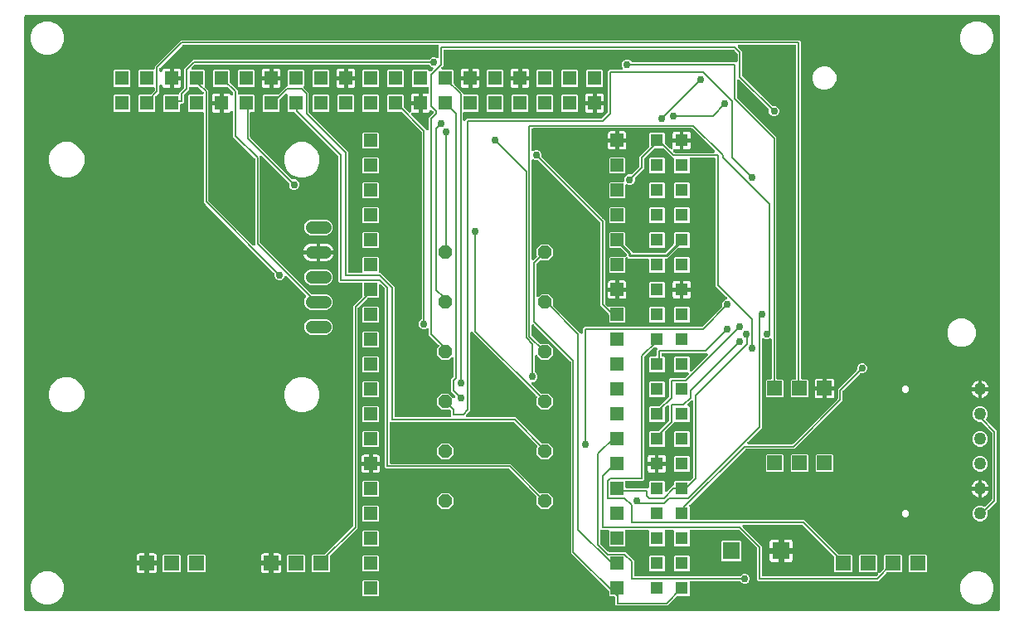
<source format=gbr>
G04 EAGLE Gerber RS-274X export*
G75*
%MOMM*%
%FSLAX34Y34*%
%LPD*%
%INBottom Copper*%
%IPPOS*%
%AMOC8*
5,1,8,0,0,1.08239X$1,22.5*%
G01*
%ADD10R,1.500000X1.500000*%
%ADD11R,1.508000X1.508000*%
%ADD12C,1.308000*%
%ADD13R,1.308000X1.308000*%
%ADD14R,1.422400X1.422400*%
%ADD15R,1.800000X1.800000*%
%ADD16R,1.358000X1.358000*%
%ADD17C,1.270000*%
%ADD18P,1.429621X8X22.500000*%
%ADD19C,0.152400*%
%ADD20C,0.756400*%
%ADD21C,0.304800*%
%ADD22C,0.254000*%

G36*
X996502Y2004D02*
X996502Y2004D01*
X996528Y2002D01*
X996675Y2024D01*
X996822Y2041D01*
X996847Y2049D01*
X996873Y2053D01*
X997011Y2108D01*
X997150Y2158D01*
X997172Y2172D01*
X997197Y2182D01*
X997318Y2267D01*
X997443Y2347D01*
X997461Y2366D01*
X997483Y2381D01*
X997582Y2491D01*
X997685Y2598D01*
X997699Y2620D01*
X997716Y2640D01*
X997788Y2770D01*
X997864Y2897D01*
X997872Y2922D01*
X997885Y2945D01*
X997925Y3088D01*
X997970Y3229D01*
X997972Y3255D01*
X997980Y3280D01*
X997999Y3524D01*
X997999Y609176D01*
X997996Y609202D01*
X997998Y609228D01*
X997976Y609375D01*
X997959Y609522D01*
X997951Y609547D01*
X997947Y609573D01*
X997892Y609711D01*
X997842Y609850D01*
X997828Y609872D01*
X997818Y609897D01*
X997733Y610018D01*
X997653Y610143D01*
X997634Y610161D01*
X997619Y610183D01*
X997509Y610282D01*
X997402Y610385D01*
X997380Y610399D01*
X997360Y610416D01*
X997230Y610488D01*
X997103Y610564D01*
X997078Y610572D01*
X997055Y610585D01*
X996912Y610625D01*
X996771Y610670D01*
X996745Y610672D01*
X996720Y610680D01*
X996476Y610699D01*
X3524Y610699D01*
X3498Y610696D01*
X3472Y610698D01*
X3325Y610676D01*
X3178Y610659D01*
X3153Y610651D01*
X3127Y610647D01*
X2989Y610592D01*
X2850Y610542D01*
X2828Y610528D01*
X2803Y610518D01*
X2682Y610433D01*
X2557Y610353D01*
X2539Y610334D01*
X2517Y610319D01*
X2418Y610209D01*
X2315Y610102D01*
X2301Y610080D01*
X2284Y610060D01*
X2212Y609930D01*
X2136Y609803D01*
X2128Y609778D01*
X2115Y609755D01*
X2075Y609612D01*
X2030Y609471D01*
X2028Y609445D01*
X2020Y609420D01*
X2001Y609176D01*
X2001Y3524D01*
X2004Y3498D01*
X2002Y3472D01*
X2024Y3325D01*
X2041Y3178D01*
X2049Y3153D01*
X2053Y3127D01*
X2108Y2989D01*
X2158Y2850D01*
X2172Y2828D01*
X2182Y2803D01*
X2267Y2682D01*
X2347Y2557D01*
X2366Y2539D01*
X2381Y2517D01*
X2491Y2418D01*
X2598Y2315D01*
X2620Y2301D01*
X2640Y2284D01*
X2770Y2212D01*
X2897Y2136D01*
X2922Y2128D01*
X2945Y2115D01*
X3088Y2075D01*
X3229Y2030D01*
X3255Y2028D01*
X3280Y2020D01*
X3524Y2001D01*
X996476Y2001D01*
X996502Y2004D01*
G37*
%LPC*%
G36*
X606553Y7713D02*
X606553Y7713D01*
X605213Y9053D01*
X605213Y15562D01*
X605210Y15588D01*
X605212Y15614D01*
X605190Y15761D01*
X605173Y15908D01*
X605165Y15933D01*
X605161Y15959D01*
X605106Y16097D01*
X605056Y16236D01*
X605042Y16258D01*
X605032Y16283D01*
X604947Y16404D01*
X604867Y16529D01*
X604848Y16547D01*
X604833Y16569D01*
X604723Y16668D01*
X604616Y16771D01*
X604594Y16785D01*
X604574Y16802D01*
X604444Y16874D01*
X604317Y16950D01*
X604292Y16958D01*
X604269Y16971D01*
X604126Y17011D01*
X603985Y17056D01*
X603959Y17058D01*
X603934Y17066D01*
X603690Y17085D01*
X599878Y17085D01*
X598985Y17978D01*
X598985Y22150D01*
X598971Y22275D01*
X598964Y22402D01*
X598951Y22448D01*
X598945Y22496D01*
X598903Y22615D01*
X598868Y22737D01*
X598844Y22779D01*
X598828Y22824D01*
X598759Y22930D01*
X598698Y23041D01*
X598658Y23087D01*
X598639Y23117D01*
X598604Y23151D01*
X598539Y23227D01*
X560213Y61553D01*
X560213Y255922D01*
X560199Y256047D01*
X560192Y256174D01*
X560179Y256220D01*
X560173Y256268D01*
X560131Y256387D01*
X560096Y256508D01*
X560072Y256551D01*
X560056Y256596D01*
X559987Y256703D01*
X559926Y256813D01*
X559886Y256859D01*
X559867Y256889D01*
X559832Y256923D01*
X559767Y256999D01*
X522387Y294379D01*
X522309Y294441D01*
X522236Y294511D01*
X522172Y294549D01*
X522114Y294596D01*
X522023Y294639D01*
X521937Y294690D01*
X521866Y294713D01*
X521799Y294745D01*
X521701Y294766D01*
X521605Y294796D01*
X521531Y294802D01*
X521458Y294818D01*
X521358Y294816D01*
X521258Y294824D01*
X521184Y294813D01*
X521110Y294812D01*
X521013Y294787D01*
X520913Y294773D01*
X520844Y294745D01*
X520772Y294727D01*
X520682Y294681D01*
X520589Y294644D01*
X520528Y294601D01*
X520462Y294567D01*
X520385Y294502D01*
X520303Y294445D01*
X520253Y294390D01*
X520197Y294341D01*
X520137Y294261D01*
X520070Y294186D01*
X520034Y294121D01*
X519989Y294061D01*
X519950Y293969D01*
X519901Y293881D01*
X519881Y293809D01*
X519851Y293741D01*
X519834Y293642D01*
X519806Y293546D01*
X519798Y293446D01*
X519790Y293398D01*
X519792Y293362D01*
X519787Y293302D01*
X519787Y284078D01*
X519801Y283953D01*
X519808Y283826D01*
X519821Y283780D01*
X519827Y283732D01*
X519869Y283613D01*
X519904Y283492D01*
X519928Y283449D01*
X519944Y283404D01*
X520013Y283297D01*
X520074Y283187D01*
X520114Y283141D01*
X520133Y283111D01*
X520168Y283077D01*
X520233Y283001D01*
X528142Y275092D01*
X528162Y275076D01*
X528180Y275056D01*
X528271Y274988D01*
X528318Y274945D01*
X528346Y274930D01*
X528415Y274875D01*
X528439Y274864D01*
X528460Y274849D01*
X528596Y274790D01*
X528623Y274777D01*
X528730Y274726D01*
X528756Y274721D01*
X528780Y274711D01*
X528926Y274684D01*
X529071Y274653D01*
X529097Y274653D01*
X529123Y274649D01*
X529271Y274656D01*
X529419Y274659D01*
X529445Y274665D01*
X529471Y274667D01*
X529613Y274708D01*
X529757Y274744D01*
X529781Y274756D01*
X529806Y274763D01*
X529901Y274817D01*
X529910Y274820D01*
X529924Y274829D01*
X536767Y274829D01*
X541529Y270067D01*
X541529Y263333D01*
X536767Y258571D01*
X530033Y258571D01*
X525587Y263017D01*
X525509Y263080D01*
X525436Y263149D01*
X525372Y263188D01*
X525314Y263234D01*
X525223Y263277D01*
X525137Y263328D01*
X525066Y263351D01*
X524999Y263383D01*
X524901Y263404D01*
X524805Y263434D01*
X524731Y263440D01*
X524658Y263456D01*
X524558Y263454D01*
X524458Y263462D01*
X524384Y263451D01*
X524310Y263450D01*
X524213Y263426D01*
X524113Y263411D01*
X524044Y263383D01*
X523972Y263365D01*
X523882Y263319D01*
X523789Y263282D01*
X523728Y263240D01*
X523662Y263205D01*
X523585Y263140D01*
X523503Y263083D01*
X523453Y263028D01*
X523397Y262980D01*
X523337Y262899D01*
X523270Y262824D01*
X523234Y262759D01*
X523189Y262699D01*
X523150Y262607D01*
X523101Y262519D01*
X523081Y262448D01*
X523051Y262379D01*
X523034Y262281D01*
X523006Y262184D01*
X522998Y262084D01*
X522990Y262036D01*
X522992Y262001D01*
X522987Y261940D01*
X522987Y247115D01*
X522996Y247038D01*
X522994Y246962D01*
X523015Y246866D01*
X523027Y246768D01*
X523052Y246696D01*
X523069Y246621D01*
X523111Y246533D01*
X523144Y246440D01*
X523186Y246376D01*
X523219Y246307D01*
X523280Y246230D01*
X523333Y246147D01*
X523388Y246094D01*
X523436Y246034D01*
X523513Y245973D01*
X523584Y245905D01*
X523623Y245882D01*
X525199Y244306D01*
X526007Y242356D01*
X526007Y240244D01*
X525199Y238294D01*
X523706Y236801D01*
X521756Y235993D01*
X520918Y235993D01*
X520818Y235982D01*
X520718Y235980D01*
X520646Y235962D01*
X520572Y235953D01*
X520477Y235920D01*
X520380Y235895D01*
X520314Y235861D01*
X520244Y235836D01*
X520159Y235781D01*
X520070Y235735D01*
X520013Y235687D01*
X519951Y235647D01*
X519881Y235575D01*
X519805Y235510D01*
X519761Y235450D01*
X519709Y235396D01*
X519657Y235310D01*
X519598Y235229D01*
X519568Y235161D01*
X519530Y235097D01*
X519499Y235001D01*
X519460Y234909D01*
X519446Y234836D01*
X519424Y234765D01*
X519416Y234665D01*
X519398Y234566D01*
X519402Y234492D01*
X519396Y234418D01*
X519411Y234318D01*
X519416Y234218D01*
X519436Y234147D01*
X519447Y234073D01*
X519485Y233980D01*
X519512Y233883D01*
X519549Y233818D01*
X519576Y233749D01*
X519633Y233667D01*
X519683Y233579D01*
X519748Y233503D01*
X519775Y233463D01*
X519802Y233439D01*
X519841Y233393D01*
X528759Y224475D01*
X528858Y224396D01*
X528952Y224312D01*
X528994Y224288D01*
X529032Y224258D01*
X529146Y224204D01*
X529257Y224143D01*
X529303Y224130D01*
X529347Y224109D01*
X529471Y224083D01*
X529592Y224048D01*
X529653Y224043D01*
X529688Y224036D01*
X529736Y224037D01*
X529836Y224029D01*
X536767Y224029D01*
X541529Y219267D01*
X541529Y212533D01*
X536767Y207771D01*
X530033Y207771D01*
X525271Y212533D01*
X525271Y219267D01*
X525308Y219304D01*
X525324Y219324D01*
X525344Y219341D01*
X525433Y219461D01*
X525525Y219577D01*
X525536Y219600D01*
X525551Y219622D01*
X525610Y219758D01*
X525674Y219892D01*
X525679Y219918D01*
X525689Y219942D01*
X525716Y220088D01*
X525747Y220233D01*
X525747Y220259D01*
X525751Y220285D01*
X525744Y220433D01*
X525741Y220581D01*
X525735Y220607D01*
X525733Y220633D01*
X525692Y220775D01*
X525656Y220919D01*
X525644Y220942D01*
X525637Y220968D01*
X525564Y221097D01*
X525496Y221229D01*
X525479Y221249D01*
X525467Y221272D01*
X525308Y221458D01*
X461999Y284767D01*
X459887Y286879D01*
X459809Y286941D01*
X459736Y287011D01*
X459672Y287049D01*
X459614Y287096D01*
X459523Y287139D01*
X459437Y287190D01*
X459366Y287213D01*
X459299Y287245D01*
X459201Y287266D01*
X459105Y287296D01*
X459031Y287302D01*
X458958Y287318D01*
X458858Y287316D01*
X458758Y287324D01*
X458684Y287313D01*
X458610Y287312D01*
X458513Y287287D01*
X458413Y287273D01*
X458344Y287245D01*
X458272Y287227D01*
X458183Y287181D01*
X458089Y287144D01*
X458028Y287101D01*
X457962Y287067D01*
X457886Y287002D01*
X457803Y286945D01*
X457753Y286890D01*
X457697Y286841D01*
X457637Y286761D01*
X457570Y286686D01*
X457534Y286621D01*
X457489Y286561D01*
X457450Y286469D01*
X457401Y286381D01*
X457381Y286309D01*
X457351Y286241D01*
X457334Y286142D01*
X457306Y286046D01*
X457298Y285946D01*
X457290Y285898D01*
X457292Y285862D01*
X457287Y285802D01*
X457287Y206553D01*
X453121Y202387D01*
X453059Y202309D01*
X452989Y202236D01*
X452951Y202172D01*
X452904Y202114D01*
X452861Y202023D01*
X452810Y201937D01*
X452787Y201866D01*
X452755Y201799D01*
X452734Y201701D01*
X452704Y201605D01*
X452698Y201531D01*
X452682Y201458D01*
X452684Y201358D01*
X452676Y201258D01*
X452687Y201184D01*
X452688Y201110D01*
X452713Y201013D01*
X452727Y200913D01*
X452755Y200844D01*
X452773Y200772D01*
X452819Y200682D01*
X452856Y200589D01*
X452899Y200528D01*
X452933Y200462D01*
X452998Y200385D01*
X453055Y200303D01*
X453110Y200253D01*
X453159Y200197D01*
X453239Y200137D01*
X453314Y200070D01*
X453379Y200034D01*
X453439Y199989D01*
X453531Y199950D01*
X453619Y199901D01*
X453691Y199881D01*
X453759Y199851D01*
X453858Y199834D01*
X453954Y199806D01*
X454054Y199798D01*
X454102Y199790D01*
X454138Y199792D01*
X454198Y199787D01*
X503447Y199787D01*
X529559Y173675D01*
X529658Y173596D01*
X529752Y173512D01*
X529794Y173488D01*
X529832Y173458D01*
X529946Y173404D01*
X530057Y173343D01*
X530104Y173330D01*
X530147Y173309D01*
X530271Y173283D01*
X530392Y173248D01*
X530453Y173243D01*
X530488Y173236D01*
X530536Y173237D01*
X530636Y173229D01*
X536767Y173229D01*
X541529Y168467D01*
X541529Y161733D01*
X536767Y156971D01*
X530033Y156971D01*
X525271Y161733D01*
X525271Y168467D01*
X525708Y168904D01*
X525724Y168924D01*
X525744Y168941D01*
X525832Y169060D01*
X525925Y169177D01*
X525936Y169201D01*
X525951Y169222D01*
X526010Y169357D01*
X526074Y169492D01*
X526079Y169518D01*
X526089Y169542D01*
X526116Y169688D01*
X526147Y169833D01*
X526147Y169859D01*
X526151Y169885D01*
X526144Y170033D01*
X526141Y170181D01*
X526135Y170206D01*
X526133Y170233D01*
X526092Y170375D01*
X526056Y170519D01*
X526044Y170542D01*
X526037Y170568D01*
X525964Y170697D01*
X525896Y170829D01*
X525879Y170849D01*
X525867Y170872D01*
X525708Y171058D01*
X501999Y194767D01*
X501900Y194846D01*
X501806Y194930D01*
X501764Y194954D01*
X501726Y194984D01*
X501612Y195038D01*
X501501Y195099D01*
X501454Y195112D01*
X501411Y195133D01*
X501287Y195159D01*
X501166Y195194D01*
X501105Y195199D01*
X501070Y195206D01*
X501022Y195205D01*
X500922Y195213D01*
X376310Y195213D01*
X376284Y195210D01*
X376258Y195212D01*
X376111Y195190D01*
X375964Y195173D01*
X375939Y195165D01*
X375913Y195161D01*
X375775Y195106D01*
X375636Y195056D01*
X375614Y195042D01*
X375589Y195032D01*
X375468Y194947D01*
X375343Y194867D01*
X375325Y194848D01*
X375303Y194833D01*
X375204Y194723D01*
X375101Y194616D01*
X375087Y194594D01*
X375070Y194574D01*
X374998Y194444D01*
X374922Y194317D01*
X374914Y194292D01*
X374901Y194269D01*
X374861Y194126D01*
X374816Y193985D01*
X374814Y193959D01*
X374806Y193934D01*
X374787Y193690D01*
X374787Y153810D01*
X374790Y153784D01*
X374788Y153758D01*
X374810Y153611D01*
X374827Y153464D01*
X374835Y153439D01*
X374839Y153413D01*
X374894Y153275D01*
X374944Y153136D01*
X374958Y153114D01*
X374968Y153089D01*
X375053Y152968D01*
X375133Y152843D01*
X375152Y152825D01*
X375167Y152803D01*
X375277Y152704D01*
X375384Y152601D01*
X375406Y152587D01*
X375426Y152570D01*
X375556Y152498D01*
X375683Y152422D01*
X375708Y152414D01*
X375731Y152401D01*
X375874Y152361D01*
X376015Y152316D01*
X376041Y152314D01*
X376066Y152306D01*
X376310Y152287D01*
X498447Y152287D01*
X528092Y122642D01*
X528113Y122626D01*
X528130Y122606D01*
X528249Y122518D01*
X528365Y122425D01*
X528389Y122414D01*
X528410Y122398D01*
X528546Y122340D01*
X528680Y122276D01*
X528706Y122271D01*
X528730Y122260D01*
X528876Y122234D01*
X529021Y122203D01*
X529047Y122203D01*
X529073Y122199D01*
X529222Y122206D01*
X529369Y122209D01*
X529395Y122215D01*
X529421Y122217D01*
X529563Y122258D01*
X529707Y122294D01*
X529731Y122306D01*
X529756Y122313D01*
X529885Y122385D01*
X529969Y122429D01*
X536767Y122429D01*
X541529Y117667D01*
X541529Y110933D01*
X536767Y106171D01*
X530033Y106171D01*
X525271Y110933D01*
X525271Y118063D01*
X525297Y118182D01*
X525296Y118208D01*
X525301Y118235D01*
X525294Y118383D01*
X525291Y118530D01*
X525285Y118556D01*
X525283Y118583D01*
X525242Y118725D01*
X525206Y118868D01*
X525194Y118892D01*
X525187Y118918D01*
X525114Y119047D01*
X525047Y119178D01*
X525030Y119198D01*
X525017Y119222D01*
X524858Y119408D01*
X496999Y147267D01*
X496900Y147346D01*
X496806Y147430D01*
X496764Y147454D01*
X496726Y147484D01*
X496612Y147538D01*
X496501Y147599D01*
X496454Y147612D01*
X496411Y147633D01*
X496287Y147659D01*
X496166Y147694D01*
X496105Y147699D01*
X496070Y147706D01*
X496022Y147705D01*
X495922Y147713D01*
X371553Y147713D01*
X370213Y149053D01*
X370213Y330922D01*
X370199Y331047D01*
X370192Y331174D01*
X370179Y331220D01*
X370173Y331268D01*
X370131Y331387D01*
X370096Y331508D01*
X370072Y331551D01*
X370056Y331596D01*
X369987Y331703D01*
X369926Y331813D01*
X369886Y331859D01*
X369867Y331889D01*
X369832Y331923D01*
X369767Y331999D01*
X366515Y335251D01*
X366437Y335313D01*
X366364Y335383D01*
X366300Y335421D01*
X366242Y335468D01*
X366151Y335511D01*
X366065Y335562D01*
X365994Y335585D01*
X365927Y335617D01*
X365829Y335638D01*
X365733Y335668D01*
X365659Y335674D01*
X365586Y335690D01*
X365486Y335688D01*
X365386Y335696D01*
X365312Y335685D01*
X365238Y335684D01*
X365141Y335659D01*
X365041Y335645D01*
X364972Y335617D01*
X364900Y335599D01*
X364811Y335553D01*
X364717Y335516D01*
X364656Y335473D01*
X364590Y335439D01*
X364514Y335374D01*
X364431Y335317D01*
X364381Y335262D01*
X364325Y335213D01*
X364265Y335133D01*
X364198Y335058D01*
X364162Y334993D01*
X364117Y334933D01*
X364078Y334841D01*
X364029Y334753D01*
X364009Y334681D01*
X363979Y334613D01*
X363962Y334514D01*
X363934Y334418D01*
X363926Y334318D01*
X363918Y334270D01*
X363920Y334234D01*
X363915Y334174D01*
X363915Y322778D01*
X363022Y321885D01*
X353250Y321885D01*
X353125Y321871D01*
X352998Y321864D01*
X352952Y321851D01*
X352904Y321845D01*
X352785Y321803D01*
X352664Y321768D01*
X352621Y321744D01*
X352576Y321728D01*
X352470Y321659D01*
X352359Y321598D01*
X352313Y321558D01*
X352283Y321539D01*
X352281Y321537D01*
X352249Y321504D01*
X352173Y321439D01*
X342733Y311999D01*
X342654Y311900D01*
X342570Y311806D01*
X342546Y311764D01*
X342516Y311726D01*
X342462Y311612D01*
X342401Y311501D01*
X342388Y311454D01*
X342367Y311411D01*
X342341Y311287D01*
X342306Y311166D01*
X342301Y311105D01*
X342294Y311070D01*
X342295Y311022D01*
X342287Y310922D01*
X342287Y86553D01*
X314311Y58577D01*
X314232Y58478D01*
X314148Y58384D01*
X314124Y58342D01*
X314094Y58304D01*
X314040Y58190D01*
X313979Y58079D01*
X313966Y58032D01*
X313945Y57989D01*
X313919Y57865D01*
X313884Y57744D01*
X313879Y57683D01*
X313872Y57648D01*
X313873Y57600D01*
X313865Y57500D01*
X313865Y42628D01*
X312972Y41735D01*
X296628Y41735D01*
X295735Y42628D01*
X295735Y58972D01*
X296628Y59865D01*
X308500Y59865D01*
X308625Y59879D01*
X308752Y59886D01*
X308798Y59899D01*
X308846Y59905D01*
X308965Y59947D01*
X309086Y59982D01*
X309129Y60006D01*
X309174Y60022D01*
X309280Y60091D01*
X309391Y60152D01*
X309437Y60192D01*
X309467Y60211D01*
X309485Y60230D01*
X309486Y60231D01*
X309504Y60249D01*
X309577Y60311D01*
X337267Y88001D01*
X337346Y88100D01*
X337430Y88194D01*
X337454Y88236D01*
X337484Y88274D01*
X337538Y88388D01*
X337599Y88499D01*
X337612Y88546D01*
X337633Y88589D01*
X337659Y88713D01*
X337694Y88834D01*
X337699Y88895D01*
X337706Y88930D01*
X337705Y88978D01*
X337713Y89078D01*
X337713Y313447D01*
X346839Y322573D01*
X346918Y322672D01*
X347002Y322766D01*
X347026Y322808D01*
X347056Y322846D01*
X347110Y322960D01*
X347171Y323071D01*
X347184Y323118D01*
X347205Y323161D01*
X347231Y323285D01*
X347266Y323406D01*
X347271Y323467D01*
X347278Y323502D01*
X347277Y323550D01*
X347285Y323650D01*
X347285Y336190D01*
X347282Y336216D01*
X347284Y336242D01*
X347262Y336389D01*
X347245Y336536D01*
X347237Y336561D01*
X347233Y336587D01*
X347178Y336725D01*
X347128Y336864D01*
X347114Y336886D01*
X347104Y336911D01*
X347019Y337032D01*
X346939Y337157D01*
X346920Y337175D01*
X346905Y337197D01*
X346795Y337296D01*
X346688Y337399D01*
X346666Y337413D01*
X346646Y337430D01*
X346516Y337502D01*
X346389Y337578D01*
X346364Y337586D01*
X346341Y337599D01*
X346198Y337639D01*
X346057Y337684D01*
X346031Y337686D01*
X346006Y337694D01*
X345762Y337713D01*
X324053Y337713D01*
X322713Y339053D01*
X322713Y465922D01*
X322699Y466047D01*
X322692Y466174D01*
X322679Y466220D01*
X322673Y466268D01*
X322631Y466387D01*
X322596Y466508D01*
X322572Y466551D01*
X322556Y466596D01*
X322487Y466702D01*
X322426Y466813D01*
X322386Y466859D01*
X322367Y466889D01*
X322332Y466922D01*
X322267Y466999D01*
X277649Y511617D01*
X277550Y511696D01*
X277456Y511780D01*
X277414Y511804D01*
X277376Y511834D01*
X277262Y511888D01*
X277151Y511949D01*
X277104Y511962D01*
X277061Y511983D01*
X276937Y512009D01*
X276816Y512044D01*
X276755Y512049D01*
X276720Y512056D01*
X276672Y512055D01*
X276572Y512063D01*
X271656Y512063D01*
X270763Y512956D01*
X270763Y528852D01*
X270752Y528952D01*
X270750Y529052D01*
X270732Y529124D01*
X270723Y529198D01*
X270690Y529293D01*
X270665Y529390D01*
X270631Y529456D01*
X270606Y529526D01*
X270551Y529611D01*
X270505Y529700D01*
X270457Y529757D01*
X270417Y529819D01*
X270345Y529889D01*
X270280Y529965D01*
X270220Y530009D01*
X270166Y530061D01*
X270080Y530113D01*
X269999Y530172D01*
X269931Y530202D01*
X269867Y530240D01*
X269771Y530271D01*
X269679Y530310D01*
X269606Y530324D01*
X269535Y530346D01*
X269435Y530354D01*
X269336Y530372D01*
X269262Y530368D01*
X269188Y530374D01*
X269088Y530359D01*
X268988Y530354D01*
X268917Y530334D01*
X268843Y530323D01*
X268750Y530285D01*
X268653Y530258D01*
X268588Y530221D01*
X268519Y530194D01*
X268437Y530137D01*
X268349Y530087D01*
X268273Y530022D01*
X268233Y529995D01*
X268209Y529968D01*
X268163Y529929D01*
X263083Y524849D01*
X263004Y524750D01*
X262920Y524656D01*
X262896Y524614D01*
X262866Y524576D01*
X262812Y524462D01*
X262751Y524351D01*
X262738Y524305D01*
X262717Y524261D01*
X262691Y524137D01*
X262656Y524016D01*
X262651Y523955D01*
X262644Y523920D01*
X262645Y523872D01*
X262637Y523772D01*
X262637Y512956D01*
X261744Y512063D01*
X246256Y512063D01*
X245363Y512956D01*
X245363Y528444D01*
X246256Y529337D01*
X260472Y529337D01*
X260597Y529351D01*
X260724Y529358D01*
X260770Y529371D01*
X260818Y529377D01*
X260937Y529419D01*
X261059Y529454D01*
X261101Y529478D01*
X261146Y529494D01*
X261252Y529563D01*
X261363Y529624D01*
X261409Y529664D01*
X261439Y529683D01*
X261473Y529718D01*
X261549Y529783D01*
X269053Y537287D01*
X269240Y537287D01*
X269266Y537290D01*
X269292Y537288D01*
X269439Y537310D01*
X269586Y537327D01*
X269611Y537335D01*
X269637Y537339D01*
X269775Y537394D01*
X269914Y537444D01*
X269936Y537458D01*
X269961Y537468D01*
X270082Y537553D01*
X270207Y537633D01*
X270225Y537652D01*
X270247Y537667D01*
X270346Y537777D01*
X270449Y537884D01*
X270463Y537906D01*
X270480Y537926D01*
X270552Y538056D01*
X270628Y538183D01*
X270636Y538208D01*
X270649Y538231D01*
X270689Y538374D01*
X270734Y538515D01*
X270736Y538541D01*
X270744Y538566D01*
X270763Y538810D01*
X270763Y553844D01*
X271656Y554737D01*
X287144Y554737D01*
X288037Y553844D01*
X288037Y538356D01*
X287534Y537854D01*
X287518Y537833D01*
X287498Y537816D01*
X287410Y537697D01*
X287318Y537581D01*
X287306Y537557D01*
X287291Y537536D01*
X287232Y537400D01*
X287169Y537266D01*
X287163Y537240D01*
X287153Y537216D01*
X287126Y537070D01*
X287095Y536925D01*
X287096Y536899D01*
X287091Y536873D01*
X287099Y536725D01*
X287101Y536577D01*
X287108Y536551D01*
X287109Y536525D01*
X287150Y536382D01*
X287186Y536239D01*
X287198Y536215D01*
X287206Y536190D01*
X287278Y536061D01*
X287346Y535929D01*
X287363Y535909D01*
X287376Y535886D01*
X287534Y535700D01*
X292287Y530947D01*
X292287Y511578D01*
X292301Y511453D01*
X292308Y511326D01*
X292321Y511280D01*
X292327Y511232D01*
X292369Y511113D01*
X292404Y510992D01*
X292428Y510949D01*
X292444Y510904D01*
X292513Y510798D01*
X292574Y510687D01*
X292614Y510641D01*
X292633Y510611D01*
X292668Y510578D01*
X292733Y510501D01*
X332287Y470947D01*
X332287Y348810D01*
X332290Y348784D01*
X332288Y348758D01*
X332310Y348611D01*
X332327Y348464D01*
X332335Y348439D01*
X332339Y348413D01*
X332394Y348275D01*
X332444Y348136D01*
X332458Y348114D01*
X332468Y348089D01*
X332553Y347968D01*
X332633Y347843D01*
X332652Y347825D01*
X332667Y347803D01*
X332777Y347704D01*
X332884Y347601D01*
X332906Y347587D01*
X332926Y347570D01*
X333056Y347498D01*
X333183Y347422D01*
X333208Y347414D01*
X333231Y347401D01*
X333374Y347361D01*
X333515Y347316D01*
X333541Y347314D01*
X333566Y347306D01*
X333810Y347287D01*
X345762Y347287D01*
X345788Y347290D01*
X345814Y347288D01*
X345961Y347310D01*
X346108Y347327D01*
X346133Y347335D01*
X346159Y347339D01*
X346297Y347394D01*
X346436Y347444D01*
X346458Y347458D01*
X346483Y347468D01*
X346604Y347553D01*
X346729Y347633D01*
X346747Y347652D01*
X346769Y347667D01*
X346868Y347777D01*
X346971Y347884D01*
X346985Y347906D01*
X347002Y347926D01*
X347074Y348056D01*
X347150Y348183D01*
X347158Y348208D01*
X347171Y348231D01*
X347211Y348374D01*
X347256Y348515D01*
X347258Y348541D01*
X347266Y348566D01*
X347285Y348810D01*
X347285Y363022D01*
X348178Y363915D01*
X363022Y363915D01*
X363915Y363022D01*
X363915Y348810D01*
X363918Y348784D01*
X363916Y348758D01*
X363938Y348611D01*
X363955Y348464D01*
X363963Y348439D01*
X363967Y348413D01*
X364022Y348275D01*
X364072Y348136D01*
X364086Y348114D01*
X364096Y348089D01*
X364181Y347968D01*
X364261Y347843D01*
X364280Y347825D01*
X364295Y347803D01*
X364405Y347704D01*
X364512Y347601D01*
X364534Y347587D01*
X364554Y347570D01*
X364684Y347498D01*
X364811Y347422D01*
X364836Y347414D01*
X364859Y347401D01*
X365002Y347361D01*
X365143Y347316D01*
X365169Y347314D01*
X365194Y347306D01*
X365438Y347287D01*
X365947Y347287D01*
X379787Y333447D01*
X379787Y201310D01*
X379790Y201284D01*
X379788Y201258D01*
X379810Y201111D01*
X379827Y200964D01*
X379835Y200939D01*
X379839Y200913D01*
X379894Y200775D01*
X379944Y200636D01*
X379958Y200614D01*
X379968Y200589D01*
X380053Y200468D01*
X380133Y200343D01*
X380152Y200325D01*
X380167Y200303D01*
X380277Y200204D01*
X380384Y200101D01*
X380406Y200087D01*
X380426Y200070D01*
X380556Y199998D01*
X380683Y199922D01*
X380708Y199914D01*
X380731Y199901D01*
X380874Y199861D01*
X381015Y199816D01*
X381041Y199814D01*
X381066Y199806D01*
X381310Y199787D01*
X436190Y199787D01*
X436216Y199790D01*
X436242Y199788D01*
X436389Y199810D01*
X436536Y199827D01*
X436561Y199835D01*
X436587Y199839D01*
X436725Y199894D01*
X436864Y199944D01*
X436886Y199958D01*
X436911Y199968D01*
X437032Y200053D01*
X437157Y200133D01*
X437175Y200152D01*
X437197Y200167D01*
X437296Y200277D01*
X437399Y200384D01*
X437413Y200406D01*
X437430Y200426D01*
X437502Y200556D01*
X437578Y200683D01*
X437586Y200708D01*
X437599Y200731D01*
X437639Y200874D01*
X437684Y201015D01*
X437686Y201041D01*
X437694Y201066D01*
X437713Y201310D01*
X437713Y205922D01*
X437699Y206047D01*
X437692Y206174D01*
X437679Y206220D01*
X437673Y206268D01*
X437631Y206387D01*
X437596Y206508D01*
X437572Y206551D01*
X437556Y206596D01*
X437487Y206702D01*
X437426Y206813D01*
X437386Y206859D01*
X437367Y206889D01*
X437332Y206922D01*
X437267Y206999D01*
X436908Y207358D01*
X436887Y207374D01*
X436870Y207394D01*
X436752Y207482D01*
X436635Y207575D01*
X436611Y207586D01*
X436590Y207601D01*
X436454Y207660D01*
X436320Y207724D01*
X436294Y207729D01*
X436270Y207739D01*
X436124Y207766D01*
X435979Y207797D01*
X435953Y207797D01*
X435927Y207801D01*
X435779Y207794D01*
X435631Y207791D01*
X435605Y207785D01*
X435579Y207783D01*
X435538Y207771D01*
X428433Y207771D01*
X423671Y212533D01*
X423671Y219267D01*
X428433Y224029D01*
X435167Y224029D01*
X439593Y219603D01*
X439671Y219540D01*
X439744Y219471D01*
X439808Y219432D01*
X439866Y219386D01*
X439957Y219343D01*
X440043Y219292D01*
X440114Y219269D01*
X440181Y219237D01*
X440279Y219216D01*
X440375Y219186D01*
X440449Y219180D01*
X440522Y219164D01*
X440622Y219166D01*
X440722Y219158D01*
X440796Y219169D01*
X440870Y219170D01*
X440967Y219194D01*
X441067Y219209D01*
X441136Y219237D01*
X441208Y219255D01*
X441298Y219301D01*
X441391Y219338D01*
X441452Y219380D01*
X441518Y219415D01*
X441595Y219480D01*
X441677Y219537D01*
X441727Y219592D01*
X441783Y219640D01*
X441843Y219721D01*
X441910Y219796D01*
X441946Y219861D01*
X441991Y219921D01*
X442030Y220013D01*
X442079Y220101D01*
X442099Y220172D01*
X442129Y220241D01*
X442146Y220339D01*
X442174Y220436D01*
X442182Y220536D01*
X442190Y220584D01*
X442188Y220619D01*
X442193Y220680D01*
X442193Y221155D01*
X442197Y221169D01*
X442201Y221246D01*
X442215Y221321D01*
X442210Y221419D01*
X442214Y221517D01*
X442201Y221593D01*
X442197Y221669D01*
X442170Y221763D01*
X442152Y221860D01*
X442121Y221931D01*
X442100Y222004D01*
X442052Y222090D01*
X442013Y222180D01*
X441967Y222241D01*
X441930Y222308D01*
X441834Y222422D01*
X441805Y222460D01*
X441791Y222472D01*
X441772Y222495D01*
X437713Y226553D01*
X437713Y238447D01*
X439767Y240501D01*
X439846Y240600D01*
X439930Y240694D01*
X439954Y240736D01*
X439984Y240774D01*
X440038Y240888D01*
X440099Y240999D01*
X440112Y241046D01*
X440133Y241089D01*
X440159Y241213D01*
X440194Y241334D01*
X440199Y241395D01*
X440206Y241430D01*
X440205Y241478D01*
X440213Y241578D01*
X440213Y259940D01*
X440202Y260040D01*
X440200Y260140D01*
X440182Y260212D01*
X440173Y260286D01*
X440140Y260381D01*
X440115Y260478D01*
X440081Y260544D01*
X440056Y260614D01*
X440001Y260699D01*
X439955Y260788D01*
X439907Y260845D01*
X439867Y260907D01*
X439795Y260977D01*
X439730Y261053D01*
X439670Y261098D01*
X439616Y261149D01*
X439530Y261201D01*
X439449Y261261D01*
X439381Y261290D01*
X439317Y261328D01*
X439221Y261359D01*
X439129Y261399D01*
X439056Y261412D01*
X438985Y261434D01*
X438885Y261443D01*
X438786Y261460D01*
X438712Y261456D01*
X438638Y261462D01*
X438538Y261448D01*
X438438Y261442D01*
X438367Y261422D01*
X438293Y261411D01*
X438200Y261374D01*
X438103Y261346D01*
X438038Y261309D01*
X437969Y261282D01*
X437887Y261225D01*
X437799Y261176D01*
X437723Y261111D01*
X437683Y261083D01*
X437659Y261057D01*
X437613Y261017D01*
X435167Y258571D01*
X428433Y258571D01*
X423671Y263333D01*
X423671Y270067D01*
X425358Y271754D01*
X425374Y271774D01*
X425394Y271791D01*
X425483Y271911D01*
X425575Y272027D01*
X425586Y272050D01*
X425601Y272072D01*
X425660Y272208D01*
X425724Y272342D01*
X425729Y272368D01*
X425739Y272392D01*
X425766Y272538D01*
X425797Y272683D01*
X425797Y272709D01*
X425801Y272735D01*
X425794Y272883D01*
X425791Y273031D01*
X425785Y273057D01*
X425783Y273083D01*
X425742Y273225D01*
X425706Y273369D01*
X425694Y273392D01*
X425687Y273418D01*
X425614Y273547D01*
X425546Y273679D01*
X425529Y273699D01*
X425517Y273722D01*
X425358Y273908D01*
X415213Y284053D01*
X415213Y289136D01*
X415196Y289285D01*
X415184Y289435D01*
X415176Y289458D01*
X415173Y289482D01*
X415123Y289623D01*
X415077Y289767D01*
X415064Y289787D01*
X415056Y289810D01*
X414974Y289936D01*
X414897Y290065D01*
X414880Y290083D01*
X414867Y290103D01*
X414759Y290207D01*
X414654Y290315D01*
X414634Y290328D01*
X414616Y290345D01*
X414487Y290422D01*
X414361Y290503D01*
X414338Y290512D01*
X414317Y290524D01*
X414174Y290570D01*
X414032Y290620D01*
X414008Y290623D01*
X413985Y290630D01*
X413836Y290642D01*
X413686Y290659D01*
X413662Y290656D01*
X413638Y290658D01*
X413489Y290636D01*
X413340Y290618D01*
X413312Y290609D01*
X413293Y290606D01*
X413249Y290589D01*
X413107Y290543D01*
X411056Y289693D01*
X408944Y289693D01*
X406994Y290501D01*
X405501Y291994D01*
X404693Y293944D01*
X404693Y296056D01*
X405501Y298006D01*
X407064Y299569D01*
X407077Y299576D01*
X407134Y299628D01*
X407197Y299672D01*
X407263Y299744D01*
X407335Y299810D01*
X407379Y299873D01*
X407430Y299930D01*
X407478Y300016D01*
X407534Y300097D01*
X407562Y300168D01*
X407599Y300235D01*
X407626Y300330D01*
X407662Y300421D01*
X407673Y300497D01*
X407694Y300571D01*
X407706Y300719D01*
X407712Y300766D01*
X407711Y300785D01*
X407713Y300815D01*
X407713Y490922D01*
X407699Y491047D01*
X407692Y491174D01*
X407679Y491220D01*
X407673Y491268D01*
X407631Y491387D01*
X407596Y491508D01*
X407572Y491551D01*
X407556Y491596D01*
X407487Y491702D01*
X407426Y491813D01*
X407386Y491859D01*
X407367Y491889D01*
X407332Y491922D01*
X407267Y491999D01*
X387649Y511617D01*
X387550Y511696D01*
X387456Y511780D01*
X387414Y511804D01*
X387376Y511834D01*
X387262Y511888D01*
X387151Y511949D01*
X387104Y511962D01*
X387061Y511983D01*
X386937Y512009D01*
X386816Y512044D01*
X386755Y512049D01*
X386720Y512056D01*
X386672Y512055D01*
X386572Y512063D01*
X373256Y512063D01*
X372363Y512956D01*
X372363Y528444D01*
X373256Y529337D01*
X388744Y529337D01*
X389637Y528444D01*
X389637Y516728D01*
X389651Y516603D01*
X389658Y516476D01*
X389671Y516430D01*
X389677Y516382D01*
X389719Y516263D01*
X389754Y516142D01*
X389778Y516099D01*
X389794Y516054D01*
X389863Y515947D01*
X389924Y515837D01*
X389964Y515791D01*
X389983Y515761D01*
X390018Y515727D01*
X390083Y515651D01*
X394289Y511445D01*
X394387Y511367D01*
X394480Y511283D01*
X394523Y511259D01*
X394562Y511228D01*
X394675Y511175D01*
X394785Y511114D01*
X394833Y511100D01*
X394877Y511079D01*
X394999Y511053D01*
X395120Y511019D01*
X395170Y511016D01*
X395218Y511006D01*
X395343Y511008D01*
X395468Y511002D01*
X395517Y511011D01*
X395567Y511012D01*
X395688Y511042D01*
X395811Y511065D01*
X395856Y511085D01*
X395905Y511097D01*
X396016Y511154D01*
X396130Y511204D01*
X396170Y511234D01*
X396214Y511256D01*
X396310Y511337D01*
X396410Y511412D01*
X396442Y511450D01*
X396480Y511482D01*
X396554Y511583D01*
X396635Y511678D01*
X396657Y511723D01*
X396687Y511762D01*
X396736Y511877D01*
X396793Y511989D01*
X396805Y512037D01*
X396825Y512082D01*
X396847Y512206D01*
X396877Y512327D01*
X396878Y512377D01*
X396887Y512426D01*
X396880Y512551D01*
X396882Y512675D01*
X396871Y512737D01*
X396869Y512774D01*
X396855Y512819D01*
X396838Y512916D01*
X396747Y513254D01*
X396747Y518576D01*
X404276Y518576D01*
X404276Y511047D01*
X398954Y511047D01*
X398616Y511138D01*
X398492Y511156D01*
X398370Y511182D01*
X398320Y511182D01*
X398271Y511189D01*
X398147Y511179D01*
X398022Y511176D01*
X397973Y511164D01*
X397924Y511160D01*
X397805Y511122D01*
X397684Y511091D01*
X397639Y511069D01*
X397592Y511053D01*
X397485Y510989D01*
X397374Y510932D01*
X397336Y510900D01*
X397293Y510874D01*
X397204Y510787D01*
X397108Y510706D01*
X397079Y510666D01*
X397043Y510631D01*
X396976Y510526D01*
X396901Y510426D01*
X396882Y510380D01*
X396855Y510338D01*
X396813Y510220D01*
X396763Y510106D01*
X396754Y510057D01*
X396738Y510010D01*
X396724Y509886D01*
X396702Y509763D01*
X396704Y509713D01*
X396699Y509664D01*
X396713Y509539D01*
X396719Y509415D01*
X396733Y509367D01*
X396739Y509318D01*
X396781Y509200D01*
X396816Y509080D01*
X396840Y509036D01*
X396857Y508990D01*
X396925Y508885D01*
X396986Y508776D01*
X397027Y508728D01*
X397047Y508697D01*
X397081Y508664D01*
X397145Y508589D01*
X410501Y495233D01*
X412613Y493121D01*
X412691Y493059D01*
X412764Y492989D01*
X412828Y492951D01*
X412886Y492904D01*
X412977Y492861D01*
X413063Y492810D01*
X413134Y492787D01*
X413201Y492755D01*
X413299Y492734D01*
X413395Y492704D01*
X413469Y492698D01*
X413542Y492682D01*
X413642Y492684D01*
X413742Y492676D01*
X413816Y492687D01*
X413890Y492688D01*
X413987Y492713D01*
X414087Y492727D01*
X414156Y492755D01*
X414228Y492773D01*
X414317Y492819D01*
X414411Y492856D01*
X414472Y492899D01*
X414538Y492933D01*
X414614Y492998D01*
X414697Y493055D01*
X414747Y493110D01*
X414803Y493159D01*
X414863Y493239D01*
X414930Y493314D01*
X414966Y493379D01*
X415011Y493439D01*
X415050Y493531D01*
X415099Y493619D01*
X415119Y493691D01*
X415149Y493759D01*
X415166Y493858D01*
X415194Y493954D01*
X415202Y494054D01*
X415210Y494102D01*
X415208Y494138D01*
X415213Y494198D01*
X415213Y505947D01*
X416999Y507733D01*
X419439Y510173D01*
X419455Y510193D01*
X419475Y510210D01*
X419564Y510330D01*
X419656Y510446D01*
X419667Y510470D01*
X419682Y510491D01*
X419741Y510627D01*
X419804Y510761D01*
X419810Y510787D01*
X419820Y510811D01*
X419847Y510957D01*
X419878Y511102D01*
X419877Y511128D01*
X419882Y511154D01*
X419874Y511303D01*
X419872Y511450D01*
X419866Y511475D01*
X419864Y511502D01*
X419823Y511645D01*
X419787Y511788D01*
X419775Y511811D01*
X419768Y511837D01*
X419695Y511966D01*
X419627Y512098D01*
X419610Y512118D01*
X419597Y512141D01*
X419439Y512327D01*
X418438Y513328D01*
X418379Y513375D01*
X418326Y513429D01*
X418243Y513483D01*
X418165Y513545D01*
X418097Y513577D01*
X418033Y513618D01*
X417939Y513651D01*
X417850Y513693D01*
X417776Y513709D01*
X417705Y513735D01*
X417606Y513746D01*
X417509Y513767D01*
X417434Y513766D01*
X417358Y513774D01*
X417260Y513763D01*
X417161Y513761D01*
X417087Y513742D01*
X417012Y513734D01*
X416919Y513700D01*
X416823Y513676D01*
X416755Y513641D01*
X416684Y513615D01*
X416601Y513562D01*
X416513Y513516D01*
X416455Y513467D01*
X416392Y513426D01*
X416323Y513355D01*
X416248Y513290D01*
X416203Y513229D01*
X416150Y513175D01*
X416099Y513090D01*
X416041Y513010D01*
X416011Y512941D01*
X415972Y512875D01*
X415921Y512733D01*
X415903Y512690D01*
X415899Y512672D01*
X415890Y512645D01*
X415880Y512607D01*
X415545Y512028D01*
X415072Y511555D01*
X414493Y511220D01*
X413847Y511047D01*
X408524Y511047D01*
X408524Y520099D01*
X408521Y520125D01*
X408523Y520151D01*
X408501Y520298D01*
X408484Y520445D01*
X408476Y520470D01*
X408472Y520496D01*
X408417Y520633D01*
X408395Y520694D01*
X408397Y520699D01*
X408410Y520722D01*
X408450Y520865D01*
X408495Y521006D01*
X408497Y521032D01*
X408505Y521057D01*
X408524Y521301D01*
X408524Y530353D01*
X413690Y530353D01*
X413716Y530356D01*
X413742Y530354D01*
X413889Y530376D01*
X414036Y530393D01*
X414061Y530401D01*
X414087Y530405D01*
X414225Y530460D01*
X414364Y530510D01*
X414386Y530524D01*
X414411Y530534D01*
X414532Y530619D01*
X414657Y530699D01*
X414675Y530718D01*
X414697Y530733D01*
X414796Y530843D01*
X414899Y530950D01*
X414913Y530972D01*
X414930Y530992D01*
X415002Y531122D01*
X415078Y531249D01*
X415086Y531274D01*
X415099Y531297D01*
X415139Y531440D01*
X415184Y531581D01*
X415186Y531607D01*
X415194Y531632D01*
X415213Y531876D01*
X415213Y535940D01*
X415210Y535966D01*
X415212Y535992D01*
X415190Y536139D01*
X415173Y536286D01*
X415165Y536311D01*
X415161Y536337D01*
X415106Y536475D01*
X415056Y536614D01*
X415042Y536636D01*
X415032Y536661D01*
X414947Y536782D01*
X414867Y536907D01*
X414848Y536925D01*
X414833Y536947D01*
X414723Y537046D01*
X414616Y537149D01*
X414594Y537163D01*
X414574Y537180D01*
X414445Y537252D01*
X414317Y537328D01*
X414292Y537336D01*
X414269Y537349D01*
X414126Y537389D01*
X413985Y537434D01*
X413959Y537436D01*
X413934Y537444D01*
X413690Y537463D01*
X398656Y537463D01*
X397763Y538356D01*
X397763Y553844D01*
X398656Y554737D01*
X414144Y554737D01*
X415354Y553527D01*
X415383Y553481D01*
X415455Y553411D01*
X415520Y553335D01*
X415580Y553291D01*
X415634Y553239D01*
X415720Y553187D01*
X415801Y553128D01*
X415869Y553098D01*
X415933Y553060D01*
X416029Y553029D01*
X416121Y552990D01*
X416194Y552976D01*
X416265Y552954D01*
X416365Y552946D01*
X416464Y552928D01*
X416538Y552932D01*
X416612Y552926D01*
X416712Y552941D01*
X416812Y552946D01*
X416883Y552966D01*
X416957Y552977D01*
X417050Y553015D01*
X417147Y553042D01*
X417212Y553079D01*
X417281Y553106D01*
X417363Y553163D01*
X417451Y553213D01*
X417527Y553278D01*
X417567Y553305D01*
X417591Y553332D01*
X417637Y553371D01*
X419111Y554845D01*
X419205Y554963D01*
X419301Y555077D01*
X419312Y555099D01*
X419327Y555118D01*
X419391Y555253D01*
X419460Y555387D01*
X419466Y555411D01*
X419476Y555433D01*
X419508Y555580D01*
X419544Y555726D01*
X419545Y555750D01*
X419550Y555774D01*
X419547Y555924D01*
X419549Y556074D01*
X419544Y556098D01*
X419544Y556122D01*
X419507Y556268D01*
X419475Y556415D01*
X419465Y556436D01*
X419459Y556460D01*
X419390Y556594D01*
X419325Y556729D01*
X419310Y556748D01*
X419299Y556770D01*
X419202Y556884D01*
X419108Y557002D01*
X419089Y557017D01*
X419073Y557035D01*
X418952Y557125D01*
X418834Y557218D01*
X418808Y557231D01*
X418793Y557242D01*
X418750Y557261D01*
X418617Y557329D01*
X416994Y558001D01*
X415431Y559564D01*
X415424Y559577D01*
X415372Y559634D01*
X415328Y559697D01*
X415256Y559763D01*
X415190Y559835D01*
X415127Y559879D01*
X415070Y559930D01*
X414984Y559978D01*
X414903Y560034D01*
X414832Y560062D01*
X414765Y560099D01*
X414670Y560126D01*
X414579Y560162D01*
X414503Y560173D01*
X414429Y560194D01*
X414281Y560206D01*
X414234Y560212D01*
X414215Y560211D01*
X414185Y560213D01*
X176578Y560213D01*
X176453Y560199D01*
X176326Y560192D01*
X176280Y560179D01*
X176232Y560173D01*
X176113Y560131D01*
X175992Y560096D01*
X175949Y560072D01*
X175904Y560056D01*
X175797Y559987D01*
X175687Y559926D01*
X175641Y559886D01*
X175611Y559867D01*
X175577Y559832D01*
X175501Y559767D01*
X173071Y557337D01*
X173009Y557259D01*
X172939Y557186D01*
X172901Y557122D01*
X172854Y557064D01*
X172811Y556973D01*
X172760Y556887D01*
X172737Y556816D01*
X172705Y556749D01*
X172684Y556651D01*
X172654Y556555D01*
X172648Y556481D01*
X172632Y556408D01*
X172634Y556308D01*
X172626Y556208D01*
X172637Y556134D01*
X172638Y556060D01*
X172663Y555963D01*
X172677Y555863D01*
X172705Y555794D01*
X172723Y555722D01*
X172769Y555633D01*
X172806Y555539D01*
X172849Y555478D01*
X172883Y555412D01*
X172948Y555336D01*
X173005Y555253D01*
X173060Y555203D01*
X173109Y555147D01*
X173189Y555087D01*
X173264Y555020D01*
X173329Y554984D01*
X173389Y554939D01*
X173481Y554900D01*
X173569Y554851D01*
X173641Y554831D01*
X173709Y554801D01*
X173808Y554784D01*
X173904Y554756D01*
X174004Y554748D01*
X174052Y554740D01*
X174088Y554742D01*
X174148Y554737D01*
X185544Y554737D01*
X186437Y553844D01*
X186437Y538211D01*
X186432Y538200D01*
X186369Y538066D01*
X186363Y538040D01*
X186353Y538016D01*
X186327Y537870D01*
X186295Y537725D01*
X186296Y537699D01*
X186291Y537673D01*
X186299Y537525D01*
X186301Y537377D01*
X186308Y537351D01*
X186309Y537325D01*
X186350Y537183D01*
X186386Y537039D01*
X186398Y537015D01*
X186406Y536990D01*
X186478Y536861D01*
X186546Y536729D01*
X186563Y536709D01*
X186576Y536686D01*
X186734Y536500D01*
X189787Y533447D01*
X189787Y421578D01*
X189801Y421453D01*
X189808Y421326D01*
X189821Y421280D01*
X189827Y421232D01*
X189869Y421113D01*
X189904Y420992D01*
X189928Y420949D01*
X189944Y420904D01*
X190013Y420797D01*
X190074Y420687D01*
X190114Y420641D01*
X190133Y420611D01*
X190168Y420577D01*
X190233Y420501D01*
X235113Y375621D01*
X235191Y375559D01*
X235264Y375489D01*
X235328Y375451D01*
X235386Y375404D01*
X235477Y375361D01*
X235563Y375310D01*
X235634Y375287D01*
X235701Y375255D01*
X235799Y375234D01*
X235895Y375204D01*
X235969Y375198D01*
X236042Y375182D01*
X236142Y375184D01*
X236242Y375176D01*
X236316Y375187D01*
X236390Y375188D01*
X236487Y375213D01*
X236587Y375227D01*
X236656Y375255D01*
X236728Y375273D01*
X236818Y375319D01*
X236911Y375356D01*
X236972Y375399D01*
X237038Y375433D01*
X237115Y375498D01*
X237197Y375555D01*
X237247Y375610D01*
X237303Y375659D01*
X237363Y375739D01*
X237430Y375814D01*
X237466Y375879D01*
X237511Y375939D01*
X237550Y376031D01*
X237599Y376119D01*
X237619Y376191D01*
X237649Y376259D01*
X237666Y376358D01*
X237694Y376454D01*
X237702Y376554D01*
X237710Y376602D01*
X237708Y376638D01*
X237713Y376698D01*
X237713Y463422D01*
X237699Y463547D01*
X237692Y463674D01*
X237679Y463720D01*
X237673Y463768D01*
X237631Y463887D01*
X237596Y464008D01*
X237572Y464051D01*
X237556Y464096D01*
X237487Y464202D01*
X237426Y464313D01*
X237386Y464359D01*
X237367Y464389D01*
X237332Y464422D01*
X237267Y464499D01*
X215213Y486553D01*
X215213Y511311D01*
X215199Y511435D01*
X215193Y511560D01*
X215179Y511608D01*
X215173Y511657D01*
X215131Y511775D01*
X215097Y511895D01*
X215073Y511938D01*
X215056Y511985D01*
X214988Y512090D01*
X214927Y512200D01*
X214894Y512236D01*
X214867Y512278D01*
X214777Y512365D01*
X214693Y512458D01*
X214652Y512486D01*
X214616Y512520D01*
X214509Y512584D01*
X214406Y512655D01*
X214360Y512674D01*
X214317Y512699D01*
X214198Y512737D01*
X214082Y512783D01*
X214032Y512790D01*
X213985Y512805D01*
X213861Y512815D01*
X213737Y512833D01*
X213687Y512829D01*
X213638Y512833D01*
X213514Y512815D01*
X213389Y512804D01*
X213342Y512789D01*
X213293Y512782D01*
X213177Y512735D01*
X213058Y512697D01*
X213015Y512671D01*
X212969Y512653D01*
X212867Y512582D01*
X212759Y512517D01*
X212724Y512482D01*
X212683Y512454D01*
X212600Y512361D01*
X212510Y512274D01*
X212474Y512222D01*
X212450Y512195D01*
X212427Y512153D01*
X212371Y512073D01*
X212345Y512028D01*
X211872Y511555D01*
X211293Y511220D01*
X210647Y511047D01*
X205324Y511047D01*
X205324Y520099D01*
X205321Y520125D01*
X205323Y520151D01*
X205301Y520298D01*
X205284Y520445D01*
X205276Y520470D01*
X205272Y520496D01*
X205217Y520633D01*
X205195Y520694D01*
X205197Y520699D01*
X205210Y520722D01*
X205250Y520865D01*
X205295Y521006D01*
X205297Y521032D01*
X205305Y521057D01*
X205324Y521301D01*
X205324Y530353D01*
X210647Y530353D01*
X211293Y530180D01*
X211872Y529845D01*
X212345Y529372D01*
X212371Y529327D01*
X212445Y529227D01*
X212513Y529122D01*
X212549Y529087D01*
X212578Y529048D01*
X212674Y528967D01*
X212764Y528880D01*
X212806Y528854D01*
X212844Y528822D01*
X212956Y528765D01*
X213063Y528701D01*
X213110Y528686D01*
X213154Y528663D01*
X213276Y528633D01*
X213395Y528595D01*
X213444Y528591D01*
X213492Y528579D01*
X213618Y528577D01*
X213742Y528567D01*
X213791Y528574D01*
X213841Y528573D01*
X213963Y528600D01*
X214087Y528618D01*
X214133Y528637D01*
X214182Y528647D01*
X214295Y528701D01*
X214411Y528747D01*
X214452Y528775D01*
X214496Y528797D01*
X214594Y528875D01*
X214697Y528946D01*
X214730Y528983D01*
X214769Y529014D01*
X214847Y529112D01*
X214930Y529205D01*
X214954Y529248D01*
X214985Y529287D01*
X215038Y529400D01*
X215099Y529510D01*
X215112Y529558D01*
X215133Y529603D01*
X215160Y529725D01*
X215194Y529845D01*
X215199Y529908D01*
X215206Y529943D01*
X215205Y529991D01*
X215213Y530089D01*
X215213Y530922D01*
X215199Y531047D01*
X215192Y531174D01*
X215179Y531220D01*
X215173Y531268D01*
X215131Y531387D01*
X215096Y531508D01*
X215072Y531551D01*
X215056Y531596D01*
X214987Y531702D01*
X214926Y531813D01*
X214886Y531859D01*
X214867Y531889D01*
X214832Y531922D01*
X214767Y531999D01*
X209749Y537017D01*
X209650Y537096D01*
X209556Y537180D01*
X209514Y537204D01*
X209476Y537234D01*
X209362Y537288D01*
X209251Y537349D01*
X209204Y537362D01*
X209161Y537383D01*
X209037Y537409D01*
X208916Y537444D01*
X208855Y537449D01*
X208820Y537456D01*
X208772Y537455D01*
X208672Y537463D01*
X195456Y537463D01*
X194563Y538356D01*
X194563Y553844D01*
X195456Y554737D01*
X210944Y554737D01*
X211837Y553844D01*
X211837Y542028D01*
X211851Y541903D01*
X211858Y541776D01*
X211871Y541730D01*
X211877Y541682D01*
X211919Y541563D01*
X211954Y541442D01*
X211978Y541399D01*
X211994Y541354D01*
X212063Y541248D01*
X212124Y541137D01*
X212164Y541091D01*
X212183Y541061D01*
X212218Y541028D01*
X212283Y540951D01*
X219787Y533447D01*
X219787Y530860D01*
X219790Y530834D01*
X219788Y530808D01*
X219810Y530661D01*
X219827Y530514D01*
X219835Y530489D01*
X219839Y530463D01*
X219894Y530325D01*
X219944Y530186D01*
X219958Y530164D01*
X219968Y530139D01*
X220053Y530018D01*
X220133Y529893D01*
X220152Y529875D01*
X220167Y529853D01*
X220277Y529754D01*
X220384Y529651D01*
X220406Y529637D01*
X220426Y529620D01*
X220556Y529548D01*
X220683Y529472D01*
X220708Y529464D01*
X220731Y529451D01*
X220874Y529411D01*
X221015Y529366D01*
X221041Y529364D01*
X221066Y529356D01*
X221310Y529337D01*
X236344Y529337D01*
X237237Y528444D01*
X237237Y512956D01*
X236344Y512063D01*
X233810Y512063D01*
X233784Y512060D01*
X233758Y512062D01*
X233611Y512040D01*
X233464Y512023D01*
X233439Y512015D01*
X233413Y512011D01*
X233275Y511956D01*
X233136Y511906D01*
X233114Y511892D01*
X233089Y511882D01*
X232968Y511797D01*
X232843Y511717D01*
X232825Y511698D01*
X232803Y511683D01*
X232704Y511573D01*
X232601Y511466D01*
X232587Y511444D01*
X232570Y511424D01*
X232498Y511294D01*
X232422Y511167D01*
X232414Y511142D01*
X232401Y511119D01*
X232361Y510976D01*
X232316Y510835D01*
X232314Y510809D01*
X232306Y510784D01*
X232287Y510540D01*
X232287Y486578D01*
X232301Y486453D01*
X232308Y486326D01*
X232321Y486280D01*
X232327Y486232D01*
X232369Y486113D01*
X232404Y485992D01*
X232428Y485949D01*
X232444Y485904D01*
X232513Y485797D01*
X232574Y485687D01*
X232614Y485641D01*
X232633Y485611D01*
X232668Y485577D01*
X232733Y485501D01*
X275005Y443228D01*
X275065Y443181D01*
X275119Y443126D01*
X275202Y443073D01*
X275278Y443012D01*
X275348Y442979D01*
X275412Y442938D01*
X275505Y442905D01*
X275594Y442863D01*
X275668Y442847D01*
X275741Y442821D01*
X275838Y442810D01*
X275934Y442790D01*
X276011Y442791D01*
X276087Y442782D01*
X276185Y442794D01*
X276283Y442796D01*
X276327Y442807D01*
X278556Y442807D01*
X280506Y441999D01*
X281999Y440506D01*
X282807Y438556D01*
X282807Y436444D01*
X281999Y434494D01*
X280506Y433001D01*
X278556Y432193D01*
X276444Y432193D01*
X274494Y433001D01*
X273001Y434494D01*
X272193Y436444D01*
X272193Y438655D01*
X272197Y438669D01*
X272201Y438746D01*
X272215Y438821D01*
X272210Y438919D01*
X272214Y439017D01*
X272201Y439093D01*
X272197Y439169D01*
X272170Y439263D01*
X272152Y439360D01*
X272121Y439431D01*
X272100Y439504D01*
X272052Y439590D01*
X272013Y439680D01*
X271967Y439741D01*
X271930Y439808D01*
X271834Y439922D01*
X271805Y439960D01*
X271791Y439972D01*
X271772Y439995D01*
X244887Y466879D01*
X244809Y466941D01*
X244736Y467011D01*
X244672Y467049D01*
X244614Y467096D01*
X244523Y467139D01*
X244437Y467190D01*
X244366Y467213D01*
X244299Y467245D01*
X244201Y467266D01*
X244105Y467296D01*
X244031Y467302D01*
X243958Y467318D01*
X243858Y467316D01*
X243758Y467324D01*
X243684Y467313D01*
X243610Y467312D01*
X243513Y467287D01*
X243413Y467273D01*
X243344Y467245D01*
X243272Y467227D01*
X243182Y467181D01*
X243089Y467144D01*
X243028Y467101D01*
X242962Y467067D01*
X242885Y467002D01*
X242803Y466945D01*
X242753Y466890D01*
X242697Y466841D01*
X242637Y466761D01*
X242570Y466686D01*
X242534Y466621D01*
X242489Y466561D01*
X242450Y466469D01*
X242401Y466381D01*
X242381Y466309D01*
X242351Y466241D01*
X242334Y466142D01*
X242306Y466046D01*
X242298Y465946D01*
X242290Y465898D01*
X242292Y465862D01*
X242287Y465802D01*
X242287Y379078D01*
X242301Y378953D01*
X242308Y378826D01*
X242321Y378780D01*
X242327Y378732D01*
X242369Y378613D01*
X242404Y378492D01*
X242428Y378449D01*
X242444Y378404D01*
X242513Y378298D01*
X242574Y378187D01*
X242614Y378141D01*
X242633Y378111D01*
X242668Y378078D01*
X242733Y378001D01*
X294723Y326011D01*
X294822Y325932D01*
X294916Y325848D01*
X294958Y325824D01*
X294996Y325794D01*
X295110Y325740D01*
X295221Y325679D01*
X295268Y325666D01*
X295311Y325645D01*
X295435Y325619D01*
X295556Y325584D01*
X295617Y325579D01*
X295652Y325572D01*
X295700Y325573D01*
X295800Y325565D01*
X310404Y325565D01*
X313368Y324337D01*
X315637Y322068D01*
X316865Y319104D01*
X316865Y315896D01*
X315637Y312932D01*
X313368Y310663D01*
X310404Y309435D01*
X294116Y309435D01*
X291152Y310663D01*
X288883Y312932D01*
X287655Y315896D01*
X287655Y319104D01*
X288883Y322068D01*
X289463Y322649D01*
X289480Y322669D01*
X289500Y322686D01*
X289588Y322805D01*
X289680Y322922D01*
X289691Y322945D01*
X289707Y322966D01*
X289765Y323102D01*
X289829Y323237D01*
X289834Y323262D01*
X289845Y323286D01*
X289871Y323432D01*
X289902Y323577D01*
X289902Y323603D01*
X289906Y323629D01*
X289899Y323778D01*
X289896Y323926D01*
X289890Y323951D01*
X289888Y323977D01*
X289847Y324120D01*
X289811Y324264D01*
X289799Y324287D01*
X289792Y324312D01*
X289720Y324441D01*
X289652Y324574D01*
X289635Y324594D01*
X289622Y324616D01*
X289463Y324803D01*
X270155Y344111D01*
X270038Y344204D01*
X269923Y344301D01*
X269901Y344312D01*
X269882Y344327D01*
X269746Y344392D01*
X269613Y344460D01*
X269589Y344466D01*
X269567Y344476D01*
X269420Y344508D01*
X269274Y344544D01*
X269250Y344545D01*
X269227Y344550D01*
X269077Y344547D01*
X268926Y344549D01*
X268902Y344544D01*
X268878Y344544D01*
X268732Y344507D01*
X268585Y344475D01*
X268564Y344465D01*
X268540Y344459D01*
X268406Y344390D01*
X268271Y344325D01*
X268252Y344310D01*
X268230Y344299D01*
X268116Y344202D01*
X267998Y344108D01*
X267983Y344089D01*
X267965Y344073D01*
X267876Y343952D01*
X267782Y343834D01*
X267769Y343808D01*
X267758Y343793D01*
X267739Y343750D01*
X267671Y343617D01*
X266999Y341994D01*
X265506Y340501D01*
X263556Y339693D01*
X261444Y339693D01*
X259494Y340501D01*
X258001Y341994D01*
X257193Y343944D01*
X257193Y346155D01*
X257197Y346169D01*
X257201Y346246D01*
X257215Y346321D01*
X257210Y346419D01*
X257214Y346517D01*
X257201Y346593D01*
X257197Y346669D01*
X257170Y346763D01*
X257152Y346860D01*
X257121Y346931D01*
X257100Y347004D01*
X257052Y347090D01*
X257013Y347180D01*
X256967Y347241D01*
X256930Y347308D01*
X256834Y347422D01*
X256805Y347460D01*
X256791Y347472D01*
X256772Y347495D01*
X186999Y417267D01*
X185213Y419053D01*
X185213Y510540D01*
X185210Y510566D01*
X185212Y510592D01*
X185190Y510739D01*
X185173Y510886D01*
X185165Y510911D01*
X185161Y510937D01*
X185106Y511075D01*
X185056Y511214D01*
X185042Y511236D01*
X185032Y511261D01*
X184947Y511382D01*
X184867Y511507D01*
X184848Y511525D01*
X184833Y511547D01*
X184723Y511646D01*
X184616Y511749D01*
X184594Y511763D01*
X184574Y511780D01*
X184445Y511852D01*
X184317Y511928D01*
X184292Y511936D01*
X184269Y511949D01*
X184126Y511989D01*
X183985Y512034D01*
X183959Y512036D01*
X183934Y512044D01*
X183690Y512063D01*
X170056Y512063D01*
X169163Y512956D01*
X169163Y528444D01*
X170056Y529337D01*
X183690Y529337D01*
X183716Y529340D01*
X183742Y529338D01*
X183889Y529360D01*
X184036Y529377D01*
X184061Y529385D01*
X184087Y529389D01*
X184225Y529444D01*
X184364Y529494D01*
X184386Y529508D01*
X184411Y529518D01*
X184532Y529603D01*
X184657Y529683D01*
X184675Y529702D01*
X184697Y529717D01*
X184796Y529827D01*
X184899Y529934D01*
X184913Y529956D01*
X184930Y529976D01*
X185002Y530106D01*
X185078Y530233D01*
X185086Y530258D01*
X185099Y530281D01*
X185139Y530424D01*
X185184Y530565D01*
X185186Y530591D01*
X185194Y530616D01*
X185213Y530860D01*
X185213Y530922D01*
X185199Y531047D01*
X185192Y531174D01*
X185179Y531220D01*
X185173Y531268D01*
X185131Y531387D01*
X185096Y531508D01*
X185072Y531551D01*
X185056Y531596D01*
X184987Y531702D01*
X184926Y531813D01*
X184886Y531859D01*
X184867Y531889D01*
X184832Y531922D01*
X184767Y531999D01*
X179749Y537017D01*
X179650Y537096D01*
X179556Y537180D01*
X179514Y537204D01*
X179476Y537234D01*
X179362Y537288D01*
X179251Y537349D01*
X179204Y537362D01*
X179161Y537383D01*
X179037Y537409D01*
X178916Y537444D01*
X178855Y537449D01*
X178820Y537456D01*
X178772Y537455D01*
X178672Y537463D01*
X171310Y537463D01*
X171284Y537460D01*
X171258Y537462D01*
X171111Y537440D01*
X170964Y537423D01*
X170939Y537415D01*
X170913Y537411D01*
X170775Y537356D01*
X170636Y537306D01*
X170614Y537292D01*
X170589Y537282D01*
X170468Y537197D01*
X170343Y537117D01*
X170325Y537098D01*
X170303Y537083D01*
X170204Y536973D01*
X170101Y536866D01*
X170087Y536844D01*
X170070Y536824D01*
X169998Y536694D01*
X169922Y536567D01*
X169914Y536542D01*
X169901Y536519D01*
X169861Y536376D01*
X169816Y536235D01*
X169814Y536209D01*
X169806Y536184D01*
X169787Y535940D01*
X169787Y534053D01*
X168001Y532267D01*
X165233Y529499D01*
X165154Y529400D01*
X165070Y529306D01*
X165046Y529264D01*
X165016Y529226D01*
X164962Y529112D01*
X164901Y529001D01*
X164888Y528955D01*
X164867Y528911D01*
X164841Y528787D01*
X164806Y528666D01*
X164801Y528605D01*
X164794Y528570D01*
X164795Y528522D01*
X164787Y528422D01*
X164787Y521553D01*
X163447Y520213D01*
X162560Y520213D01*
X162534Y520210D01*
X162508Y520212D01*
X162361Y520190D01*
X162214Y520173D01*
X162189Y520165D01*
X162163Y520161D01*
X162025Y520106D01*
X161886Y520056D01*
X161864Y520042D01*
X161839Y520032D01*
X161718Y519947D01*
X161593Y519867D01*
X161575Y519848D01*
X161553Y519833D01*
X161454Y519723D01*
X161351Y519616D01*
X161337Y519594D01*
X161320Y519574D01*
X161248Y519444D01*
X161172Y519317D01*
X161164Y519292D01*
X161151Y519269D01*
X161111Y519126D01*
X161066Y518985D01*
X161064Y518959D01*
X161056Y518934D01*
X161037Y518690D01*
X161037Y512956D01*
X160144Y512063D01*
X144656Y512063D01*
X143763Y512956D01*
X143763Y528444D01*
X144656Y529337D01*
X158690Y529337D01*
X158716Y529340D01*
X158742Y529338D01*
X158889Y529360D01*
X159036Y529377D01*
X159061Y529385D01*
X159087Y529389D01*
X159225Y529444D01*
X159364Y529494D01*
X159386Y529508D01*
X159411Y529518D01*
X159532Y529603D01*
X159657Y529683D01*
X159675Y529702D01*
X159697Y529717D01*
X159796Y529827D01*
X159899Y529934D01*
X159913Y529956D01*
X159930Y529976D01*
X160002Y530106D01*
X160078Y530233D01*
X160086Y530258D01*
X160099Y530281D01*
X160139Y530424D01*
X160184Y530565D01*
X160186Y530591D01*
X160194Y530616D01*
X160213Y530860D01*
X160213Y530947D01*
X161999Y532733D01*
X164767Y535501D01*
X164846Y535600D01*
X164930Y535694D01*
X164954Y535736D01*
X164984Y535774D01*
X165038Y535888D01*
X165099Y535999D01*
X165112Y536045D01*
X165133Y536089D01*
X165159Y536213D01*
X165194Y536334D01*
X165199Y536395D01*
X165206Y536430D01*
X165205Y536478D01*
X165213Y536578D01*
X165213Y555947D01*
X174053Y564787D01*
X414185Y564787D01*
X414262Y564796D01*
X414338Y564794D01*
X414434Y564815D01*
X414532Y564827D01*
X414604Y564852D01*
X414679Y564869D01*
X414767Y564911D01*
X414860Y564944D01*
X414924Y564986D01*
X414993Y565019D01*
X415070Y565080D01*
X415153Y565133D01*
X415206Y565188D01*
X415266Y565236D01*
X415327Y565313D01*
X415395Y565384D01*
X415418Y565423D01*
X416994Y566999D01*
X418944Y567807D01*
X421056Y567807D01*
X423107Y566957D01*
X423252Y566916D01*
X423395Y566870D01*
X423419Y566868D01*
X423442Y566861D01*
X423593Y566854D01*
X423742Y566842D01*
X423766Y566845D01*
X423790Y566844D01*
X423938Y566871D01*
X424087Y566894D01*
X424109Y566903D01*
X424133Y566907D01*
X424271Y566967D01*
X424411Y567022D01*
X424431Y567036D01*
X424453Y567046D01*
X424574Y567136D01*
X424697Y567221D01*
X424713Y567239D01*
X424733Y567254D01*
X424830Y567369D01*
X424930Y567480D01*
X424942Y567501D01*
X424958Y567520D01*
X425026Y567653D01*
X425099Y567785D01*
X425105Y567808D01*
X425116Y567830D01*
X425153Y567975D01*
X425194Y568120D01*
X425196Y568150D01*
X425201Y568168D01*
X425201Y568215D01*
X425213Y568364D01*
X425213Y578690D01*
X425210Y578716D01*
X425212Y578742D01*
X425190Y578889D01*
X425173Y579036D01*
X425165Y579061D01*
X425161Y579087D01*
X425106Y579225D01*
X425056Y579364D01*
X425042Y579386D01*
X425032Y579411D01*
X424947Y579532D01*
X424867Y579657D01*
X424848Y579675D01*
X424833Y579697D01*
X424723Y579796D01*
X424616Y579899D01*
X424594Y579913D01*
X424574Y579930D01*
X424444Y580002D01*
X424317Y580078D01*
X424292Y580086D01*
X424269Y580099D01*
X424126Y580139D01*
X423985Y580184D01*
X423959Y580186D01*
X423934Y580194D01*
X423690Y580213D01*
X164078Y580213D01*
X163953Y580199D01*
X163826Y580192D01*
X163780Y580179D01*
X163732Y580173D01*
X163613Y580131D01*
X163492Y580096D01*
X163449Y580072D01*
X163404Y580056D01*
X163298Y579987D01*
X163187Y579926D01*
X163141Y579886D01*
X163111Y579867D01*
X163078Y579832D01*
X163001Y579767D01*
X140233Y556999D01*
X140154Y556900D01*
X140070Y556806D01*
X140046Y556764D01*
X140016Y556726D01*
X139962Y556612D01*
X139901Y556501D01*
X139888Y556454D01*
X139867Y556411D01*
X139841Y556287D01*
X139806Y556166D01*
X139801Y556105D01*
X139794Y556070D01*
X139795Y556022D01*
X139787Y555922D01*
X139787Y554068D01*
X139804Y553919D01*
X139816Y553770D01*
X139824Y553746D01*
X139827Y553722D01*
X139877Y553581D01*
X139923Y553438D01*
X139936Y553417D01*
X139944Y553394D01*
X140025Y553268D01*
X140102Y553139D01*
X140120Y553122D01*
X140133Y553101D01*
X140241Y552997D01*
X140345Y552889D01*
X140366Y552876D01*
X140384Y552859D01*
X140512Y552782D01*
X140638Y552701D01*
X140662Y552692D01*
X140683Y552680D01*
X140825Y552634D01*
X140966Y552584D01*
X140991Y552581D01*
X141015Y552573D01*
X141164Y552561D01*
X141313Y552545D01*
X141337Y552547D01*
X141362Y552545D01*
X141510Y552568D01*
X141659Y552585D01*
X141682Y552593D01*
X141707Y552597D01*
X141846Y552653D01*
X141987Y552703D01*
X142008Y552717D01*
X142031Y552726D01*
X142153Y552811D01*
X142279Y552893D01*
X142297Y552911D01*
X142317Y552925D01*
X142417Y553036D01*
X142521Y553144D01*
X142534Y553165D01*
X142550Y553184D01*
X142623Y553315D01*
X142699Y553443D01*
X142709Y553472D01*
X142719Y553489D01*
X142732Y553534D01*
X142781Y553674D01*
X142920Y554193D01*
X143255Y554772D01*
X143728Y555245D01*
X144307Y555580D01*
X144953Y555753D01*
X150276Y555753D01*
X150276Y546701D01*
X150279Y546675D01*
X150277Y546649D01*
X150299Y546502D01*
X150316Y546355D01*
X150324Y546330D01*
X150328Y546304D01*
X150383Y546167D01*
X150405Y546106D01*
X150403Y546101D01*
X150390Y546078D01*
X150350Y545935D01*
X150305Y545794D01*
X150302Y545768D01*
X150295Y545743D01*
X150276Y545499D01*
X150276Y536447D01*
X144953Y536447D01*
X144307Y536620D01*
X143728Y536955D01*
X143255Y537428D01*
X142920Y538007D01*
X142781Y538526D01*
X142726Y538666D01*
X142676Y538806D01*
X142662Y538827D01*
X142653Y538850D01*
X142568Y538974D01*
X142487Y539099D01*
X142469Y539117D01*
X142455Y539137D01*
X142344Y539237D01*
X142236Y539341D01*
X142215Y539354D01*
X142196Y539371D01*
X142066Y539443D01*
X141937Y539520D01*
X141913Y539528D01*
X141892Y539540D01*
X141748Y539581D01*
X141605Y539627D01*
X141580Y539629D01*
X141557Y539635D01*
X141407Y539642D01*
X141258Y539655D01*
X141233Y539651D01*
X141208Y539652D01*
X141061Y539625D01*
X140913Y539603D01*
X140890Y539594D01*
X140866Y539589D01*
X140728Y539529D01*
X140589Y539474D01*
X140569Y539460D01*
X140546Y539450D01*
X140426Y539361D01*
X140303Y539275D01*
X140287Y539257D01*
X140267Y539242D01*
X140170Y539127D01*
X140070Y539016D01*
X140058Y538995D01*
X140042Y538976D01*
X139974Y538843D01*
X139901Y538711D01*
X139894Y538687D01*
X139883Y538665D01*
X139847Y538520D01*
X139806Y538376D01*
X139804Y538346D01*
X139799Y538327D01*
X139799Y538279D01*
X139787Y538132D01*
X139787Y531553D01*
X138001Y529767D01*
X136083Y527849D01*
X136004Y527750D01*
X135920Y527656D01*
X135896Y527614D01*
X135866Y527576D01*
X135812Y527462D01*
X135751Y527351D01*
X135738Y527305D01*
X135717Y527261D01*
X135691Y527137D01*
X135656Y527016D01*
X135651Y526955D01*
X135644Y526920D01*
X135645Y526872D01*
X135637Y526772D01*
X135637Y512956D01*
X134744Y512063D01*
X119256Y512063D01*
X118363Y512956D01*
X118363Y528444D01*
X119256Y529337D01*
X130472Y529337D01*
X130597Y529351D01*
X130724Y529358D01*
X130770Y529371D01*
X130818Y529377D01*
X130937Y529419D01*
X131059Y529454D01*
X131101Y529478D01*
X131146Y529494D01*
X131252Y529563D01*
X131363Y529624D01*
X131409Y529664D01*
X131439Y529683D01*
X131473Y529718D01*
X131549Y529783D01*
X134767Y533001D01*
X134846Y533100D01*
X134930Y533194D01*
X134954Y533236D01*
X134984Y533274D01*
X135038Y533388D01*
X135099Y533499D01*
X135112Y533546D01*
X135133Y533589D01*
X135159Y533713D01*
X135194Y533834D01*
X135199Y533895D01*
X135206Y533930D01*
X135205Y533978D01*
X135213Y534078D01*
X135213Y535940D01*
X135210Y535966D01*
X135212Y535992D01*
X135190Y536139D01*
X135173Y536286D01*
X135165Y536311D01*
X135161Y536337D01*
X135106Y536475D01*
X135056Y536614D01*
X135042Y536636D01*
X135032Y536661D01*
X134947Y536782D01*
X134867Y536907D01*
X134848Y536925D01*
X134833Y536947D01*
X134723Y537046D01*
X134616Y537149D01*
X134594Y537163D01*
X134574Y537180D01*
X134445Y537252D01*
X134317Y537328D01*
X134292Y537336D01*
X134269Y537349D01*
X134126Y537389D01*
X133985Y537434D01*
X133959Y537436D01*
X133934Y537444D01*
X133690Y537463D01*
X119256Y537463D01*
X118363Y538356D01*
X118363Y553844D01*
X119256Y554737D01*
X133690Y554737D01*
X133716Y554740D01*
X133742Y554738D01*
X133889Y554760D01*
X134036Y554777D01*
X134061Y554785D01*
X134087Y554789D01*
X134225Y554844D01*
X134364Y554894D01*
X134386Y554908D01*
X134411Y554918D01*
X134532Y555003D01*
X134657Y555083D01*
X134675Y555102D01*
X134697Y555117D01*
X134796Y555227D01*
X134899Y555334D01*
X134913Y555356D01*
X134930Y555376D01*
X135002Y555506D01*
X135078Y555633D01*
X135086Y555658D01*
X135099Y555681D01*
X135139Y555824D01*
X135184Y555965D01*
X135186Y555991D01*
X135194Y556016D01*
X135213Y556260D01*
X135213Y558447D01*
X161553Y584787D01*
X793447Y584787D01*
X794787Y583447D01*
X794787Y239948D01*
X794790Y239922D01*
X794788Y239896D01*
X794810Y239749D01*
X794827Y239602D01*
X794835Y239577D01*
X794839Y239551D01*
X794894Y239413D01*
X794944Y239274D01*
X794958Y239252D01*
X794968Y239227D01*
X795053Y239106D01*
X795133Y238981D01*
X795152Y238963D01*
X795167Y238941D01*
X795277Y238842D01*
X795384Y238739D01*
X795406Y238725D01*
X795426Y238708D01*
X795556Y238636D01*
X795683Y238560D01*
X795708Y238552D01*
X795731Y238539D01*
X795874Y238499D01*
X796015Y238454D01*
X796041Y238452D01*
X796066Y238444D01*
X796310Y238425D01*
X801732Y238425D01*
X802625Y237532D01*
X802625Y221268D01*
X801732Y220375D01*
X785468Y220375D01*
X784575Y221268D01*
X784575Y237532D01*
X785468Y238425D01*
X788690Y238425D01*
X788716Y238428D01*
X788742Y238426D01*
X788889Y238448D01*
X789036Y238465D01*
X789061Y238473D01*
X789087Y238477D01*
X789225Y238532D01*
X789364Y238582D01*
X789386Y238596D01*
X789411Y238606D01*
X789532Y238691D01*
X789657Y238771D01*
X789675Y238790D01*
X789697Y238805D01*
X789796Y238915D01*
X789899Y239022D01*
X789913Y239044D01*
X789930Y239064D01*
X790002Y239194D01*
X790078Y239321D01*
X790086Y239346D01*
X790099Y239369D01*
X790139Y239512D01*
X790184Y239653D01*
X790186Y239679D01*
X790194Y239704D01*
X790213Y239948D01*
X790213Y578690D01*
X790210Y578716D01*
X790212Y578742D01*
X790190Y578889D01*
X790173Y579036D01*
X790165Y579061D01*
X790161Y579087D01*
X790106Y579225D01*
X790056Y579364D01*
X790042Y579386D01*
X790032Y579411D01*
X789947Y579532D01*
X789867Y579657D01*
X789848Y579675D01*
X789833Y579697D01*
X789723Y579796D01*
X789616Y579899D01*
X789594Y579913D01*
X789574Y579930D01*
X789444Y580002D01*
X789317Y580078D01*
X789292Y580086D01*
X789269Y580099D01*
X789126Y580139D01*
X788985Y580184D01*
X788959Y580186D01*
X788934Y580194D01*
X788690Y580213D01*
X731698Y580213D01*
X731598Y580202D01*
X731498Y580200D01*
X731426Y580182D01*
X731352Y580173D01*
X731257Y580140D01*
X731160Y580115D01*
X731094Y580081D01*
X731024Y580056D01*
X730939Y580001D01*
X730850Y579955D01*
X730793Y579907D01*
X730731Y579867D01*
X730661Y579795D01*
X730585Y579730D01*
X730541Y579670D01*
X730489Y579616D01*
X730437Y579530D01*
X730378Y579449D01*
X730348Y579381D01*
X730310Y579317D01*
X730279Y579221D01*
X730240Y579129D01*
X730226Y579056D01*
X730204Y578985D01*
X730196Y578885D01*
X730178Y578786D01*
X730182Y578712D01*
X730176Y578638D01*
X730191Y578538D01*
X730196Y578438D01*
X730216Y578367D01*
X730227Y578293D01*
X730265Y578200D01*
X730292Y578103D01*
X730329Y578038D01*
X730356Y577969D01*
X730413Y577887D01*
X730463Y577799D01*
X730528Y577723D01*
X730555Y577683D01*
X730582Y577659D01*
X730621Y577613D01*
X734787Y573447D01*
X734787Y549078D01*
X734801Y548953D01*
X734808Y548826D01*
X734821Y548780D01*
X734827Y548732D01*
X734869Y548613D01*
X734904Y548492D01*
X734928Y548449D01*
X734944Y548404D01*
X735013Y548297D01*
X735074Y548187D01*
X735114Y548141D01*
X735133Y548111D01*
X735168Y548077D01*
X735233Y548001D01*
X765005Y518228D01*
X765065Y518181D01*
X765119Y518126D01*
X765202Y518073D01*
X765278Y518012D01*
X765348Y517979D01*
X765412Y517938D01*
X765505Y517905D01*
X765594Y517863D01*
X765668Y517847D01*
X765741Y517821D01*
X765838Y517810D01*
X765934Y517790D01*
X766011Y517791D01*
X766087Y517782D01*
X766185Y517794D01*
X766283Y517796D01*
X766327Y517807D01*
X768556Y517807D01*
X770506Y516999D01*
X771999Y515506D01*
X772807Y513556D01*
X772807Y511444D01*
X771999Y509494D01*
X770506Y508001D01*
X768556Y507193D01*
X766444Y507193D01*
X764494Y508001D01*
X763001Y509494D01*
X762193Y511444D01*
X762193Y513655D01*
X762197Y513669D01*
X762201Y513746D01*
X762215Y513821D01*
X762210Y513919D01*
X762214Y514017D01*
X762201Y514093D01*
X762197Y514169D01*
X762170Y514263D01*
X762152Y514360D01*
X762121Y514431D01*
X762100Y514504D01*
X762052Y514590D01*
X762013Y514680D01*
X761967Y514741D01*
X761930Y514808D01*
X761834Y514922D01*
X761805Y514960D01*
X761791Y514972D01*
X761772Y514995D01*
X732387Y544379D01*
X732309Y544441D01*
X732236Y544511D01*
X732172Y544549D01*
X732114Y544596D01*
X732023Y544639D01*
X731937Y544690D01*
X731866Y544713D01*
X731799Y544745D01*
X731701Y544766D01*
X731605Y544796D01*
X731531Y544802D01*
X731458Y544818D01*
X731358Y544816D01*
X731258Y544824D01*
X731184Y544813D01*
X731110Y544812D01*
X731013Y544787D01*
X730913Y544773D01*
X730844Y544745D01*
X730772Y544727D01*
X730682Y544681D01*
X730589Y544644D01*
X730528Y544601D01*
X730462Y544567D01*
X730385Y544502D01*
X730303Y544445D01*
X730253Y544390D01*
X730197Y544341D01*
X730137Y544261D01*
X730070Y544186D01*
X730034Y544121D01*
X729989Y544061D01*
X729950Y543969D01*
X729901Y543881D01*
X729881Y543809D01*
X729851Y543741D01*
X729834Y543642D01*
X729806Y543546D01*
X729798Y543446D01*
X729790Y543398D01*
X729792Y543362D01*
X729787Y543302D01*
X729787Y526578D01*
X729801Y526453D01*
X729808Y526326D01*
X729821Y526280D01*
X729827Y526232D01*
X729869Y526113D01*
X729904Y525992D01*
X729928Y525949D01*
X729944Y525904D01*
X730013Y525798D01*
X730074Y525687D01*
X730114Y525641D01*
X730133Y525611D01*
X730168Y525578D01*
X730233Y525501D01*
X769787Y485947D01*
X769787Y239948D01*
X769790Y239922D01*
X769788Y239896D01*
X769810Y239749D01*
X769827Y239602D01*
X769835Y239577D01*
X769839Y239551D01*
X769894Y239413D01*
X769944Y239274D01*
X769958Y239252D01*
X769968Y239227D01*
X770053Y239106D01*
X770133Y238981D01*
X770152Y238963D01*
X770167Y238941D01*
X770277Y238842D01*
X770384Y238739D01*
X770406Y238725D01*
X770426Y238708D01*
X770556Y238636D01*
X770683Y238560D01*
X770708Y238552D01*
X770731Y238539D01*
X770874Y238499D01*
X771015Y238454D01*
X771041Y238452D01*
X771066Y238444D01*
X771310Y238425D01*
X776432Y238425D01*
X777325Y237532D01*
X777325Y221268D01*
X776432Y220375D01*
X760168Y220375D01*
X759275Y221268D01*
X759275Y237532D01*
X760168Y238425D01*
X763690Y238425D01*
X763716Y238428D01*
X763742Y238426D01*
X763889Y238448D01*
X764036Y238465D01*
X764061Y238473D01*
X764087Y238477D01*
X764225Y238532D01*
X764364Y238582D01*
X764386Y238596D01*
X764411Y238606D01*
X764532Y238691D01*
X764657Y238771D01*
X764675Y238790D01*
X764697Y238805D01*
X764796Y238915D01*
X764899Y239022D01*
X764913Y239044D01*
X764930Y239064D01*
X765002Y239194D01*
X765078Y239321D01*
X765086Y239346D01*
X765099Y239369D01*
X765139Y239512D01*
X765184Y239653D01*
X765186Y239679D01*
X765194Y239704D01*
X765213Y239948D01*
X765213Y279136D01*
X765196Y279284D01*
X765184Y279435D01*
X765176Y279458D01*
X765173Y279482D01*
X765123Y279623D01*
X765077Y279767D01*
X765064Y279787D01*
X765056Y279810D01*
X764974Y279936D01*
X764897Y280065D01*
X764880Y280083D01*
X764867Y280103D01*
X764759Y280207D01*
X764654Y280315D01*
X764634Y280328D01*
X764616Y280345D01*
X764487Y280422D01*
X764361Y280503D01*
X764338Y280512D01*
X764317Y280524D01*
X764174Y280570D01*
X764032Y280620D01*
X764008Y280623D01*
X763985Y280630D01*
X763836Y280642D01*
X763686Y280659D01*
X763662Y280656D01*
X763638Y280658D01*
X763489Y280636D01*
X763340Y280618D01*
X763312Y280609D01*
X763293Y280606D01*
X763249Y280589D01*
X763107Y280543D01*
X761056Y279693D01*
X758944Y279693D01*
X756893Y280543D01*
X756748Y280584D01*
X756605Y280630D01*
X756581Y280632D01*
X756558Y280639D01*
X756407Y280646D01*
X756258Y280658D01*
X756234Y280655D01*
X756210Y280656D01*
X756062Y280629D01*
X755913Y280606D01*
X755891Y280597D01*
X755867Y280593D01*
X755729Y280533D01*
X755589Y280478D01*
X755569Y280464D01*
X755547Y280454D01*
X755426Y280364D01*
X755303Y280279D01*
X755287Y280261D01*
X755267Y280246D01*
X755170Y280131D01*
X755070Y280020D01*
X755058Y279999D01*
X755042Y279980D01*
X754974Y279847D01*
X754901Y279715D01*
X754895Y279692D01*
X754884Y279670D01*
X754847Y279525D01*
X754806Y279380D01*
X754804Y279350D01*
X754799Y279332D01*
X754799Y279285D01*
X754787Y279136D01*
X754787Y189053D01*
X740621Y174887D01*
X740559Y174809D01*
X740489Y174736D01*
X740451Y174672D01*
X740404Y174614D01*
X740361Y174523D01*
X740310Y174437D01*
X740287Y174366D01*
X740255Y174299D01*
X740234Y174201D01*
X740204Y174105D01*
X740198Y174031D01*
X740182Y173958D01*
X740184Y173858D01*
X740176Y173758D01*
X740187Y173684D01*
X740188Y173610D01*
X740213Y173513D01*
X740227Y173413D01*
X740255Y173344D01*
X740273Y173272D01*
X740319Y173182D01*
X740356Y173089D01*
X740399Y173028D01*
X740433Y172962D01*
X740498Y172885D01*
X740555Y172803D01*
X740610Y172753D01*
X740659Y172697D01*
X740739Y172637D01*
X740814Y172570D01*
X740879Y172534D01*
X740939Y172489D01*
X741031Y172450D01*
X741119Y172401D01*
X741191Y172381D01*
X741259Y172351D01*
X741358Y172334D01*
X741454Y172306D01*
X741554Y172298D01*
X741602Y172290D01*
X741638Y172292D01*
X741698Y172287D01*
X785922Y172287D01*
X786047Y172301D01*
X786174Y172308D01*
X786220Y172321D01*
X786268Y172327D01*
X786387Y172369D01*
X786508Y172404D01*
X786551Y172428D01*
X786596Y172444D01*
X786702Y172513D01*
X786813Y172574D01*
X786859Y172614D01*
X786889Y172633D01*
X786922Y172668D01*
X786999Y172733D01*
X832267Y218001D01*
X832346Y218100D01*
X832430Y218194D01*
X832454Y218236D01*
X832484Y218274D01*
X832538Y218388D01*
X832599Y218499D01*
X832612Y218546D01*
X832633Y218589D01*
X832659Y218713D01*
X832694Y218834D01*
X832699Y218895D01*
X832706Y218930D01*
X832705Y218978D01*
X832713Y219078D01*
X832713Y228447D01*
X834499Y230233D01*
X851772Y247505D01*
X851819Y247565D01*
X851874Y247619D01*
X851927Y247702D01*
X851988Y247778D01*
X852021Y247848D01*
X852062Y247912D01*
X852095Y248005D01*
X852137Y248094D01*
X852153Y248168D01*
X852179Y248241D01*
X852190Y248338D01*
X852210Y248434D01*
X852209Y248511D01*
X852218Y248587D01*
X852206Y248685D01*
X852204Y248783D01*
X852193Y248827D01*
X852193Y251056D01*
X853001Y253006D01*
X854494Y254499D01*
X856444Y255307D01*
X858556Y255307D01*
X860506Y254499D01*
X861999Y253006D01*
X862807Y251056D01*
X862807Y248944D01*
X861999Y246994D01*
X860506Y245501D01*
X858556Y244693D01*
X856345Y244693D01*
X856331Y244697D01*
X856254Y244701D01*
X856179Y244715D01*
X856081Y244710D01*
X855983Y244714D01*
X855907Y244701D01*
X855831Y244697D01*
X855737Y244670D01*
X855640Y244652D01*
X855569Y244621D01*
X855496Y244600D01*
X855410Y244552D01*
X855320Y244513D01*
X855259Y244467D01*
X855192Y244430D01*
X855078Y244334D01*
X855040Y244305D01*
X855028Y244291D01*
X855005Y244272D01*
X837733Y226999D01*
X837656Y226902D01*
X837601Y226845D01*
X837593Y226832D01*
X837570Y226806D01*
X837546Y226764D01*
X837516Y226726D01*
X837466Y226619D01*
X837422Y226546D01*
X837416Y226529D01*
X837401Y226501D01*
X837388Y226455D01*
X837367Y226411D01*
X837344Y226302D01*
X837316Y226214D01*
X837314Y226192D01*
X837306Y226166D01*
X837301Y226105D01*
X837294Y226070D01*
X837295Y226022D01*
X837287Y225922D01*
X837287Y216553D01*
X788447Y167713D01*
X739078Y167713D01*
X738953Y167699D01*
X738826Y167692D01*
X738780Y167679D01*
X738732Y167673D01*
X738613Y167631D01*
X738492Y167596D01*
X738449Y167572D01*
X738404Y167556D01*
X738297Y167487D01*
X738187Y167426D01*
X738141Y167386D01*
X738111Y167367D01*
X738077Y167332D01*
X738001Y167267D01*
X681412Y110678D01*
X681396Y110658D01*
X681376Y110641D01*
X681287Y110521D01*
X681196Y110405D01*
X681184Y110382D01*
X681169Y110360D01*
X681110Y110224D01*
X681047Y110090D01*
X681041Y110064D01*
X681031Y110040D01*
X681004Y109894D01*
X680973Y109749D01*
X680974Y109723D01*
X680969Y109697D01*
X680977Y109549D01*
X680979Y109401D01*
X680986Y109376D01*
X680987Y109349D01*
X681028Y109207D01*
X681064Y109063D01*
X681076Y109040D01*
X681084Y109014D01*
X681156Y108885D01*
X681165Y108868D01*
X681165Y96310D01*
X681168Y96284D01*
X681166Y96258D01*
X681188Y96111D01*
X681205Y95964D01*
X681213Y95939D01*
X681217Y95913D01*
X681272Y95775D01*
X681322Y95636D01*
X681336Y95614D01*
X681346Y95589D01*
X681431Y95468D01*
X681511Y95343D01*
X681530Y95325D01*
X681545Y95303D01*
X681655Y95204D01*
X681762Y95101D01*
X681784Y95087D01*
X681804Y95070D01*
X681934Y94998D01*
X682061Y94922D01*
X682086Y94914D01*
X682109Y94901D01*
X682252Y94861D01*
X682393Y94816D01*
X682419Y94814D01*
X682444Y94806D01*
X682688Y94787D01*
X798447Y94787D01*
X832923Y60311D01*
X833022Y60232D01*
X833116Y60148D01*
X833158Y60124D01*
X833196Y60094D01*
X833310Y60040D01*
X833421Y59979D01*
X833468Y59966D01*
X833511Y59945D01*
X833635Y59919D01*
X833756Y59884D01*
X833817Y59879D01*
X833852Y59872D01*
X833900Y59873D01*
X834000Y59865D01*
X846372Y59865D01*
X847265Y58972D01*
X847265Y42628D01*
X846372Y41735D01*
X830028Y41735D01*
X829135Y42628D01*
X829135Y57000D01*
X829121Y57125D01*
X829114Y57252D01*
X829101Y57298D01*
X829095Y57346D01*
X829053Y57465D01*
X829018Y57586D01*
X828994Y57629D01*
X828978Y57674D01*
X828909Y57780D01*
X828848Y57891D01*
X828808Y57937D01*
X828789Y57967D01*
X828754Y58000D01*
X828689Y58077D01*
X796999Y89767D01*
X796900Y89846D01*
X796806Y89930D01*
X796764Y89954D01*
X796726Y89984D01*
X796612Y90038D01*
X796501Y90099D01*
X796454Y90112D01*
X796411Y90133D01*
X796287Y90159D01*
X796166Y90194D01*
X796105Y90199D01*
X796070Y90206D01*
X796022Y90205D01*
X795922Y90213D01*
X736698Y90213D01*
X736598Y90202D01*
X736498Y90200D01*
X736426Y90182D01*
X736352Y90173D01*
X736257Y90140D01*
X736160Y90115D01*
X736094Y90081D01*
X736024Y90056D01*
X735939Y90001D01*
X735850Y89955D01*
X735793Y89907D01*
X735731Y89867D01*
X735661Y89795D01*
X735585Y89730D01*
X735541Y89670D01*
X735489Y89616D01*
X735437Y89530D01*
X735378Y89449D01*
X735348Y89381D01*
X735310Y89317D01*
X735279Y89221D01*
X735240Y89129D01*
X735226Y89056D01*
X735204Y88985D01*
X735196Y88885D01*
X735178Y88786D01*
X735182Y88712D01*
X735176Y88638D01*
X735191Y88538D01*
X735196Y88438D01*
X735216Y88367D01*
X735227Y88293D01*
X735265Y88200D01*
X735292Y88103D01*
X735329Y88038D01*
X735356Y87969D01*
X735413Y87887D01*
X735463Y87799D01*
X735528Y87723D01*
X735555Y87683D01*
X735582Y87659D01*
X735621Y87613D01*
X754787Y68447D01*
X754787Y38810D01*
X754790Y38784D01*
X754788Y38758D01*
X754810Y38611D01*
X754827Y38464D01*
X754835Y38439D01*
X754839Y38413D01*
X754894Y38275D01*
X754944Y38136D01*
X754958Y38114D01*
X754968Y38089D01*
X755053Y37968D01*
X755133Y37843D01*
X755152Y37825D01*
X755167Y37803D01*
X755277Y37704D01*
X755384Y37601D01*
X755406Y37587D01*
X755426Y37570D01*
X755556Y37498D01*
X755683Y37422D01*
X755708Y37414D01*
X755731Y37401D01*
X755874Y37361D01*
X756015Y37316D01*
X756041Y37314D01*
X756066Y37306D01*
X756310Y37287D01*
X870922Y37287D01*
X871047Y37301D01*
X871174Y37308D01*
X871220Y37321D01*
X871268Y37327D01*
X871387Y37369D01*
X871508Y37404D01*
X871551Y37428D01*
X871596Y37444D01*
X871702Y37513D01*
X871813Y37574D01*
X871859Y37614D01*
X871889Y37633D01*
X871922Y37668D01*
X871999Y37733D01*
X873401Y39135D01*
X873463Y39214D01*
X873533Y39286D01*
X873571Y39350D01*
X873618Y39408D01*
X873661Y39499D01*
X873712Y39585D01*
X873735Y39656D01*
X873767Y39723D01*
X873788Y39821D01*
X873818Y39917D01*
X873824Y39991D01*
X873840Y40064D01*
X873838Y40164D01*
X873846Y40264D01*
X873835Y40338D01*
X873834Y40412D01*
X873809Y40509D01*
X873795Y40609D01*
X873794Y40609D01*
X873822Y40604D01*
X873893Y40582D01*
X873993Y40574D01*
X874092Y40556D01*
X874166Y40560D01*
X874240Y40554D01*
X874340Y40569D01*
X874440Y40574D01*
X874511Y40594D01*
X874585Y40605D01*
X874678Y40643D01*
X874775Y40670D01*
X874840Y40707D01*
X874909Y40734D01*
X874991Y40791D01*
X875079Y40841D01*
X875155Y40906D01*
X875195Y40933D01*
X875219Y40960D01*
X875265Y40999D01*
X879489Y45223D01*
X879568Y45322D01*
X879652Y45416D01*
X879676Y45458D01*
X879706Y45496D01*
X879760Y45610D01*
X879821Y45721D01*
X879834Y45767D01*
X879855Y45811D01*
X879881Y45935D01*
X879916Y46056D01*
X879921Y46117D01*
X879928Y46152D01*
X879927Y46200D01*
X879935Y46300D01*
X879935Y58972D01*
X880828Y59865D01*
X897172Y59865D01*
X898065Y58972D01*
X898065Y42628D01*
X897172Y41735D01*
X883100Y41735D01*
X882975Y41721D01*
X882848Y41714D01*
X882802Y41701D01*
X882754Y41695D01*
X882635Y41653D01*
X882513Y41618D01*
X882471Y41594D01*
X882426Y41578D01*
X882320Y41509D01*
X882209Y41448D01*
X882163Y41408D01*
X882133Y41389D01*
X882099Y41354D01*
X882023Y41289D01*
X875233Y34499D01*
X873447Y32713D01*
X751553Y32713D01*
X750213Y34053D01*
X750213Y65922D01*
X750199Y66047D01*
X750192Y66174D01*
X750179Y66220D01*
X750173Y66268D01*
X750131Y66387D01*
X750096Y66508D01*
X750072Y66551D01*
X750056Y66596D01*
X749987Y66702D01*
X749926Y66813D01*
X749886Y66859D01*
X749867Y66889D01*
X749832Y66922D01*
X749767Y66999D01*
X731999Y84767D01*
X731900Y84846D01*
X731806Y84930D01*
X731764Y84954D01*
X731726Y84984D01*
X731612Y85038D01*
X731501Y85099D01*
X731454Y85112D01*
X731411Y85133D01*
X731287Y85159D01*
X731166Y85194D01*
X731105Y85199D01*
X731070Y85206D01*
X731022Y85205D01*
X730922Y85213D01*
X682688Y85213D01*
X682662Y85210D01*
X682636Y85212D01*
X682489Y85190D01*
X682342Y85173D01*
X682317Y85165D01*
X682291Y85161D01*
X682153Y85106D01*
X682014Y85056D01*
X681992Y85042D01*
X681967Y85032D01*
X681846Y84947D01*
X681721Y84867D01*
X681703Y84848D01*
X681681Y84833D01*
X681582Y84723D01*
X681479Y84616D01*
X681465Y84594D01*
X681448Y84574D01*
X681376Y84444D01*
X681300Y84317D01*
X681292Y84292D01*
X681279Y84269D01*
X681239Y84126D01*
X681194Y83985D01*
X681192Y83959D01*
X681184Y83934D01*
X681165Y83690D01*
X681165Y69028D01*
X680272Y68135D01*
X665928Y68135D01*
X665035Y69028D01*
X665035Y83690D01*
X665032Y83716D01*
X665034Y83742D01*
X665012Y83889D01*
X664995Y84036D01*
X664987Y84061D01*
X664983Y84087D01*
X664928Y84225D01*
X664878Y84364D01*
X664864Y84386D01*
X664854Y84411D01*
X664769Y84532D01*
X664689Y84657D01*
X664670Y84675D01*
X664655Y84697D01*
X664545Y84796D01*
X664438Y84899D01*
X664416Y84913D01*
X664396Y84930D01*
X664266Y85002D01*
X664139Y85078D01*
X664114Y85086D01*
X664091Y85099D01*
X663948Y85139D01*
X663807Y85184D01*
X663781Y85186D01*
X663756Y85194D01*
X663512Y85213D01*
X657288Y85213D01*
X657262Y85210D01*
X657236Y85212D01*
X657089Y85190D01*
X656942Y85173D01*
X656917Y85165D01*
X656891Y85161D01*
X656753Y85106D01*
X656614Y85056D01*
X656592Y85042D01*
X656567Y85032D01*
X656446Y84947D01*
X656321Y84867D01*
X656303Y84848D01*
X656281Y84833D01*
X656182Y84723D01*
X656079Y84616D01*
X656065Y84594D01*
X656048Y84574D01*
X655976Y84444D01*
X655900Y84317D01*
X655892Y84292D01*
X655879Y84269D01*
X655839Y84126D01*
X655794Y83985D01*
X655792Y83959D01*
X655784Y83934D01*
X655765Y83690D01*
X655765Y69028D01*
X654872Y68135D01*
X640528Y68135D01*
X639635Y69028D01*
X639635Y83690D01*
X639632Y83716D01*
X639634Y83742D01*
X639612Y83889D01*
X639595Y84036D01*
X639587Y84061D01*
X639583Y84087D01*
X639528Y84225D01*
X639478Y84364D01*
X639464Y84386D01*
X639454Y84411D01*
X639369Y84532D01*
X639289Y84657D01*
X639270Y84675D01*
X639255Y84697D01*
X639145Y84796D01*
X639038Y84899D01*
X639016Y84913D01*
X638996Y84930D01*
X638866Y85002D01*
X638739Y85078D01*
X638714Y85086D01*
X638691Y85099D01*
X638548Y85139D01*
X638407Y85184D01*
X638381Y85186D01*
X638356Y85194D01*
X638112Y85213D01*
X617138Y85213D01*
X617112Y85210D01*
X617086Y85212D01*
X616939Y85190D01*
X616792Y85173D01*
X616767Y85165D01*
X616741Y85161D01*
X616603Y85106D01*
X616464Y85056D01*
X616442Y85042D01*
X616417Y85032D01*
X616296Y84947D01*
X616171Y84867D01*
X616153Y84848D01*
X616131Y84833D01*
X616032Y84723D01*
X615929Y84616D01*
X615915Y84594D01*
X615898Y84574D01*
X615826Y84444D01*
X615750Y84317D01*
X615742Y84292D01*
X615729Y84269D01*
X615689Y84126D01*
X615644Y83985D01*
X615642Y83959D01*
X615634Y83934D01*
X615615Y83690D01*
X615615Y68778D01*
X614722Y67885D01*
X599878Y67885D01*
X598985Y68778D01*
X598985Y83690D01*
X598982Y83716D01*
X598984Y83742D01*
X598962Y83889D01*
X598945Y84036D01*
X598937Y84061D01*
X598933Y84087D01*
X598878Y84225D01*
X598828Y84364D01*
X598814Y84386D01*
X598804Y84411D01*
X598719Y84532D01*
X598639Y84657D01*
X598620Y84675D01*
X598605Y84697D01*
X598495Y84796D01*
X598388Y84899D01*
X598366Y84913D01*
X598346Y84930D01*
X598216Y85002D01*
X598089Y85078D01*
X598064Y85086D01*
X598041Y85099D01*
X597898Y85139D01*
X597757Y85184D01*
X597731Y85186D01*
X597706Y85194D01*
X597462Y85213D01*
X591310Y85213D01*
X591284Y85210D01*
X591258Y85212D01*
X591111Y85190D01*
X590964Y85173D01*
X590939Y85165D01*
X590913Y85161D01*
X590775Y85106D01*
X590636Y85056D01*
X590614Y85042D01*
X590589Y85032D01*
X590468Y84947D01*
X590343Y84867D01*
X590325Y84848D01*
X590303Y84833D01*
X590204Y84723D01*
X590101Y84616D01*
X590087Y84594D01*
X590070Y84574D01*
X589998Y84444D01*
X589922Y84317D01*
X589914Y84292D01*
X589901Y84269D01*
X589861Y84126D01*
X589816Y83985D01*
X589814Y83959D01*
X589806Y83934D01*
X589787Y83690D01*
X589787Y71578D01*
X589801Y71453D01*
X589808Y71326D01*
X589821Y71280D01*
X589827Y71232D01*
X589869Y71113D01*
X589904Y70992D01*
X589928Y70949D01*
X589944Y70904D01*
X590013Y70798D01*
X590074Y70687D01*
X590114Y70641D01*
X590133Y70611D01*
X590168Y70578D01*
X590233Y70501D01*
X598001Y62733D01*
X598100Y62654D01*
X598194Y62570D01*
X598236Y62546D01*
X598274Y62516D01*
X598388Y62462D01*
X598499Y62401D01*
X598546Y62388D01*
X598589Y62367D01*
X598713Y62341D01*
X598834Y62306D01*
X598895Y62301D01*
X598930Y62294D01*
X598978Y62295D01*
X599078Y62287D01*
X615947Y62287D01*
X624787Y53447D01*
X624787Y38810D01*
X624790Y38784D01*
X624788Y38758D01*
X624810Y38611D01*
X624827Y38464D01*
X624835Y38439D01*
X624839Y38413D01*
X624894Y38275D01*
X624944Y38136D01*
X624958Y38114D01*
X624968Y38089D01*
X625053Y37968D01*
X625133Y37843D01*
X625152Y37825D01*
X625167Y37803D01*
X625277Y37704D01*
X625384Y37601D01*
X625406Y37587D01*
X625426Y37570D01*
X625556Y37498D01*
X625683Y37422D01*
X625708Y37414D01*
X625731Y37401D01*
X625874Y37361D01*
X626015Y37316D01*
X626041Y37314D01*
X626066Y37306D01*
X626310Y37287D01*
X731685Y37287D01*
X731762Y37296D01*
X731838Y37294D01*
X731934Y37315D01*
X732032Y37327D01*
X732104Y37352D01*
X732179Y37369D01*
X732267Y37411D01*
X732360Y37444D01*
X732424Y37486D01*
X732493Y37519D01*
X732570Y37580D01*
X732653Y37633D01*
X732706Y37688D01*
X732766Y37736D01*
X732827Y37813D01*
X732895Y37884D01*
X732918Y37923D01*
X734494Y39499D01*
X736444Y40307D01*
X738556Y40307D01*
X740506Y39499D01*
X741999Y38006D01*
X742807Y36056D01*
X742807Y33944D01*
X741999Y31994D01*
X740506Y30501D01*
X738556Y29693D01*
X736444Y29693D01*
X734494Y30501D01*
X732931Y32064D01*
X732924Y32077D01*
X732872Y32134D01*
X732828Y32197D01*
X732756Y32263D01*
X732690Y32335D01*
X732627Y32379D01*
X732570Y32430D01*
X732484Y32478D01*
X732403Y32534D01*
X732332Y32562D01*
X732265Y32599D01*
X732170Y32626D01*
X732079Y32662D01*
X732003Y32673D01*
X731929Y32694D01*
X731781Y32706D01*
X731734Y32712D01*
X731715Y32711D01*
X731685Y32713D01*
X682688Y32713D01*
X682662Y32710D01*
X682636Y32712D01*
X682489Y32690D01*
X682342Y32673D01*
X682317Y32665D01*
X682291Y32661D01*
X682153Y32606D01*
X682014Y32556D01*
X681992Y32542D01*
X681967Y32532D01*
X681846Y32447D01*
X681721Y32367D01*
X681703Y32348D01*
X681681Y32333D01*
X681582Y32223D01*
X681479Y32116D01*
X681465Y32094D01*
X681448Y32074D01*
X681376Y31944D01*
X681300Y31817D01*
X681292Y31792D01*
X681279Y31769D01*
X681239Y31626D01*
X681194Y31485D01*
X681192Y31459D01*
X681184Y31434D01*
X681165Y31190D01*
X681165Y18228D01*
X680272Y17335D01*
X668700Y17335D01*
X668575Y17321D01*
X668448Y17314D01*
X668402Y17301D01*
X668354Y17295D01*
X668235Y17253D01*
X668113Y17218D01*
X668071Y17194D01*
X668026Y17178D01*
X667920Y17109D01*
X667809Y17048D01*
X667763Y17008D01*
X667733Y16989D01*
X667699Y16954D01*
X667623Y16889D01*
X660233Y9499D01*
X658447Y7713D01*
X606553Y7713D01*
G37*
%LPD*%
G36*
X571316Y285187D02*
X571316Y285187D01*
X571390Y285188D01*
X571487Y285213D01*
X571587Y285227D01*
X571656Y285255D01*
X571728Y285273D01*
X571817Y285319D01*
X571911Y285356D01*
X571972Y285399D01*
X572038Y285433D01*
X572114Y285498D01*
X572197Y285555D01*
X572247Y285610D01*
X572303Y285659D01*
X572363Y285739D01*
X572430Y285814D01*
X572466Y285879D01*
X572511Y285939D01*
X572550Y286031D01*
X572599Y286119D01*
X572619Y286191D01*
X572649Y286259D01*
X572666Y286358D01*
X572694Y286454D01*
X572702Y286554D01*
X572710Y286602D01*
X572708Y286638D01*
X572713Y286698D01*
X572713Y290947D01*
X574053Y292287D01*
X693422Y292287D01*
X693547Y292301D01*
X693674Y292308D01*
X693720Y292321D01*
X693768Y292327D01*
X693887Y292369D01*
X694008Y292404D01*
X694051Y292428D01*
X694096Y292444D01*
X694203Y292513D01*
X694313Y292574D01*
X694359Y292614D01*
X694389Y292633D01*
X694423Y292668D01*
X694499Y292733D01*
X714272Y312505D01*
X714319Y312565D01*
X714374Y312619D01*
X714427Y312702D01*
X714488Y312778D01*
X714521Y312848D01*
X714562Y312912D01*
X714595Y313005D01*
X714637Y313094D01*
X714653Y313168D01*
X714679Y313241D01*
X714690Y313338D01*
X714710Y313434D01*
X714709Y313511D01*
X714718Y313587D01*
X714706Y313685D01*
X714704Y313783D01*
X714693Y313827D01*
X714693Y316056D01*
X715501Y318006D01*
X716994Y319499D01*
X718617Y320171D01*
X718748Y320244D01*
X718882Y320313D01*
X718900Y320329D01*
X718921Y320340D01*
X719032Y320441D01*
X719147Y320539D01*
X719161Y320558D01*
X719179Y320574D01*
X719265Y320698D01*
X719354Y320819D01*
X719364Y320841D01*
X719378Y320861D01*
X719433Y321001D01*
X719492Y321139D01*
X719496Y321163D01*
X719505Y321185D01*
X719527Y321334D01*
X719554Y321482D01*
X719553Y321506D01*
X719556Y321530D01*
X719544Y321680D01*
X719536Y321830D01*
X719529Y321853D01*
X719527Y321877D01*
X719481Y322021D01*
X719439Y322165D01*
X719428Y322186D01*
X719420Y322209D01*
X719343Y322338D01*
X719269Y322469D01*
X719250Y322491D01*
X719240Y322508D01*
X719208Y322541D01*
X719111Y322655D01*
X707713Y334053D01*
X707713Y463690D01*
X707710Y463716D01*
X707712Y463742D01*
X707690Y463889D01*
X707673Y464036D01*
X707665Y464061D01*
X707661Y464087D01*
X707606Y464225D01*
X707556Y464364D01*
X707542Y464386D01*
X707532Y464411D01*
X707447Y464532D01*
X707367Y464657D01*
X707348Y464675D01*
X707333Y464697D01*
X707223Y464796D01*
X707116Y464899D01*
X707094Y464913D01*
X707074Y464930D01*
X706944Y465002D01*
X706817Y465078D01*
X706792Y465086D01*
X706769Y465099D01*
X706626Y465139D01*
X706485Y465184D01*
X706459Y465186D01*
X706434Y465194D01*
X706190Y465213D01*
X682688Y465213D01*
X682662Y465210D01*
X682636Y465212D01*
X682489Y465190D01*
X682342Y465173D01*
X682317Y465165D01*
X682291Y465161D01*
X682153Y465106D01*
X682014Y465056D01*
X681992Y465042D01*
X681967Y465032D01*
X681846Y464947D01*
X681721Y464867D01*
X681703Y464848D01*
X681681Y464833D01*
X681582Y464723D01*
X681479Y464616D01*
X681465Y464594D01*
X681448Y464574D01*
X681376Y464444D01*
X681300Y464317D01*
X681292Y464292D01*
X681279Y464269D01*
X681239Y464126D01*
X681194Y463985D01*
X681192Y463959D01*
X681184Y463934D01*
X681165Y463690D01*
X681165Y450028D01*
X680272Y449135D01*
X665928Y449135D01*
X665035Y450028D01*
X665035Y463690D01*
X665032Y463716D01*
X665034Y463742D01*
X665012Y463889D01*
X664995Y464036D01*
X664987Y464061D01*
X664983Y464087D01*
X664928Y464225D01*
X664878Y464364D01*
X664864Y464386D01*
X664854Y464411D01*
X664769Y464532D01*
X664689Y464657D01*
X664670Y464675D01*
X664655Y464697D01*
X664545Y464796D01*
X664438Y464899D01*
X664416Y464913D01*
X664396Y464930D01*
X664266Y465002D01*
X664260Y465006D01*
X655177Y474089D01*
X655078Y474168D01*
X654984Y474252D01*
X654942Y474276D01*
X654904Y474306D01*
X654790Y474360D01*
X654679Y474421D01*
X654632Y474434D01*
X654589Y474455D01*
X654465Y474481D01*
X654344Y474516D01*
X654283Y474521D01*
X654248Y474528D01*
X654200Y474527D01*
X654100Y474535D01*
X645900Y474535D01*
X645775Y474521D01*
X645648Y474514D01*
X645602Y474501D01*
X645554Y474495D01*
X645435Y474453D01*
X645314Y474418D01*
X645271Y474394D01*
X645226Y474378D01*
X645120Y474309D01*
X645009Y474248D01*
X644963Y474208D01*
X644933Y474189D01*
X644900Y474154D01*
X644823Y474089D01*
X635233Y464499D01*
X635154Y464400D01*
X635070Y464306D01*
X635046Y464264D01*
X635016Y464226D01*
X634962Y464112D01*
X634901Y464001D01*
X634888Y463954D01*
X634867Y463911D01*
X634841Y463787D01*
X634806Y463666D01*
X634801Y463605D01*
X634794Y463570D01*
X634795Y463522D01*
X634787Y463422D01*
X634787Y454053D01*
X633001Y452267D01*
X625728Y444995D01*
X625681Y444935D01*
X625626Y444881D01*
X625573Y444798D01*
X625512Y444722D01*
X625479Y444652D01*
X625438Y444588D01*
X625405Y444495D01*
X625363Y444406D01*
X625347Y444332D01*
X625321Y444259D01*
X625310Y444162D01*
X625290Y444066D01*
X625291Y443989D01*
X625282Y443913D01*
X625294Y443815D01*
X625296Y443717D01*
X625307Y443673D01*
X625307Y441444D01*
X624499Y439494D01*
X623006Y438001D01*
X621056Y437193D01*
X618944Y437193D01*
X618118Y437536D01*
X618117Y437536D01*
X617721Y437700D01*
X617576Y437741D01*
X617433Y437787D01*
X617409Y437789D01*
X617386Y437796D01*
X617235Y437803D01*
X617086Y437815D01*
X617062Y437812D01*
X617038Y437813D01*
X616890Y437786D01*
X616741Y437763D01*
X616719Y437755D01*
X616695Y437750D01*
X616557Y437690D01*
X616417Y437635D01*
X616397Y437621D01*
X616375Y437611D01*
X616254Y437521D01*
X616131Y437436D01*
X616115Y437418D01*
X616095Y437403D01*
X615998Y437288D01*
X615898Y437177D01*
X615886Y437156D01*
X615870Y437137D01*
X615802Y437003D01*
X615729Y436872D01*
X615723Y436849D01*
X615712Y436827D01*
X615675Y436681D01*
X615634Y436537D01*
X615632Y436507D01*
X615627Y436489D01*
X615627Y436442D01*
X615615Y436293D01*
X615615Y424378D01*
X614722Y423485D01*
X599878Y423485D01*
X598985Y424378D01*
X598985Y439222D01*
X599878Y440115D01*
X613170Y440115D01*
X613196Y440118D01*
X613222Y440116D01*
X613369Y440138D01*
X613516Y440155D01*
X613541Y440163D01*
X613567Y440167D01*
X613705Y440222D01*
X613844Y440272D01*
X613866Y440286D01*
X613891Y440296D01*
X614012Y440381D01*
X614137Y440461D01*
X614155Y440480D01*
X614177Y440495D01*
X614276Y440605D01*
X614379Y440712D01*
X614393Y440734D01*
X614410Y440754D01*
X614482Y440884D01*
X614558Y441011D01*
X614566Y441036D01*
X614579Y441059D01*
X614619Y441202D01*
X614664Y441343D01*
X614666Y441369D01*
X614674Y441394D01*
X614693Y441638D01*
X614693Y443556D01*
X615501Y445506D01*
X616280Y446285D01*
X616343Y446364D01*
X616412Y446436D01*
X616450Y446500D01*
X616497Y446558D01*
X616540Y446649D01*
X616591Y446735D01*
X616614Y446806D01*
X616646Y446873D01*
X616651Y446897D01*
X616687Y446908D01*
X616737Y446913D01*
X616969Y446989D01*
X618944Y447807D01*
X621155Y447807D01*
X621169Y447803D01*
X621246Y447799D01*
X621321Y447785D01*
X621419Y447790D01*
X621517Y447786D01*
X621593Y447799D01*
X621669Y447803D01*
X621763Y447830D01*
X621860Y447848D01*
X621931Y447879D01*
X622004Y447900D01*
X622090Y447948D01*
X622180Y447987D01*
X622241Y448033D01*
X622308Y448070D01*
X622422Y448166D01*
X622460Y448195D01*
X622472Y448209D01*
X622495Y448228D01*
X629767Y455501D01*
X629846Y455600D01*
X629930Y455694D01*
X629954Y455736D01*
X629984Y455774D01*
X630038Y455888D01*
X630099Y455999D01*
X630112Y456046D01*
X630133Y456089D01*
X630159Y456212D01*
X630194Y456334D01*
X630199Y456395D01*
X630206Y456430D01*
X630205Y456478D01*
X630213Y456578D01*
X630213Y465947D01*
X639189Y474923D01*
X639268Y475022D01*
X639352Y475116D01*
X639376Y475158D01*
X639406Y475196D01*
X639460Y475310D01*
X639521Y475421D01*
X639534Y475468D01*
X639555Y475511D01*
X639581Y475635D01*
X639616Y475756D01*
X639621Y475817D01*
X639628Y475852D01*
X639627Y475900D01*
X639635Y476000D01*
X639635Y489772D01*
X640528Y490665D01*
X654872Y490665D01*
X655765Y489772D01*
X655765Y480600D01*
X655779Y480475D01*
X655786Y480348D01*
X655799Y480302D01*
X655805Y480254D01*
X655847Y480135D01*
X655882Y480014D01*
X655906Y479971D01*
X655922Y479926D01*
X655991Y479819D01*
X656052Y479709D01*
X656092Y479663D01*
X656111Y479633D01*
X656146Y479599D01*
X656211Y479523D01*
X661468Y474266D01*
X661565Y474189D01*
X661658Y474105D01*
X661702Y474081D01*
X661741Y474050D01*
X661854Y473996D01*
X661963Y473936D01*
X662011Y473922D01*
X662056Y473901D01*
X662178Y473875D01*
X662298Y473840D01*
X662348Y473838D01*
X662396Y473827D01*
X662521Y473830D01*
X662646Y473824D01*
X662695Y473833D01*
X662745Y473833D01*
X662866Y473864D01*
X662989Y473887D01*
X663035Y473906D01*
X663083Y473918D01*
X663194Y473976D01*
X663309Y474026D01*
X663348Y474055D01*
X663393Y474078D01*
X663488Y474159D01*
X663588Y474234D01*
X663620Y474272D01*
X663658Y474304D01*
X663732Y474404D01*
X663813Y474500D01*
X663836Y474544D01*
X663865Y474584D01*
X663915Y474699D01*
X663972Y474810D01*
X663984Y474859D01*
X664003Y474904D01*
X664025Y475027D01*
X664055Y475149D01*
X664056Y475198D01*
X664065Y475247D01*
X664058Y475372D01*
X664060Y475497D01*
X664049Y475559D01*
X664047Y475595D01*
X664034Y475641D01*
X664019Y475720D01*
X664019Y480601D01*
X671101Y480601D01*
X671101Y473519D01*
X666216Y473519D01*
X666114Y473534D01*
X665992Y473561D01*
X665942Y473560D01*
X665893Y473567D01*
X665768Y473557D01*
X665643Y473555D01*
X665595Y473543D01*
X665546Y473538D01*
X665426Y473500D01*
X665305Y473470D01*
X665261Y473447D01*
X665214Y473432D01*
X665107Y473367D01*
X664995Y473310D01*
X664958Y473278D01*
X664915Y473252D01*
X664825Y473165D01*
X664730Y473084D01*
X664701Y473044D01*
X664665Y473010D01*
X664597Y472904D01*
X664523Y472804D01*
X664503Y472758D01*
X664476Y472717D01*
X664434Y472599D01*
X664385Y472484D01*
X664376Y472435D01*
X664359Y472388D01*
X664345Y472264D01*
X664323Y472141D01*
X664326Y472091D01*
X664320Y472042D01*
X664335Y471918D01*
X664341Y471793D01*
X664355Y471745D01*
X664361Y471696D01*
X664403Y471578D01*
X664438Y471458D01*
X664462Y471415D01*
X664479Y471368D01*
X664547Y471263D01*
X664608Y471154D01*
X664648Y471106D01*
X664668Y471075D01*
X664703Y471042D01*
X664766Y470968D01*
X665501Y470233D01*
X665600Y470154D01*
X665694Y470070D01*
X665736Y470046D01*
X665774Y470016D01*
X665888Y469962D01*
X665999Y469901D01*
X666046Y469888D01*
X666089Y469867D01*
X666213Y469841D01*
X666334Y469806D01*
X666395Y469801D01*
X666430Y469794D01*
X666478Y469795D01*
X666578Y469787D01*
X705802Y469787D01*
X705902Y469798D01*
X706002Y469800D01*
X706074Y469818D01*
X706148Y469827D01*
X706243Y469860D01*
X706340Y469885D01*
X706406Y469919D01*
X706476Y469944D01*
X706561Y469999D01*
X706650Y470045D01*
X706707Y470093D01*
X706769Y470133D01*
X706839Y470205D01*
X706915Y470270D01*
X706959Y470330D01*
X707011Y470384D01*
X707063Y470470D01*
X707122Y470551D01*
X707152Y470619D01*
X707190Y470683D01*
X707221Y470779D01*
X707260Y470871D01*
X707274Y470944D01*
X707296Y471015D01*
X707304Y471115D01*
X707322Y471214D01*
X707318Y471288D01*
X707324Y471362D01*
X707309Y471462D01*
X707304Y471562D01*
X707284Y471633D01*
X707273Y471707D01*
X707235Y471800D01*
X707208Y471897D01*
X707171Y471962D01*
X707144Y472031D01*
X707087Y472113D01*
X707037Y472201D01*
X706972Y472277D01*
X706945Y472317D01*
X706918Y472341D01*
X706879Y472387D01*
X684499Y494767D01*
X684400Y494846D01*
X684306Y494930D01*
X684264Y494954D01*
X684226Y494984D01*
X684112Y495038D01*
X684001Y495099D01*
X683954Y495112D01*
X683911Y495133D01*
X683787Y495159D01*
X683666Y495194D01*
X683605Y495199D01*
X683570Y495206D01*
X683522Y495205D01*
X683422Y495213D01*
X521310Y495213D01*
X521284Y495210D01*
X521258Y495212D01*
X521111Y495190D01*
X520964Y495173D01*
X520939Y495165D01*
X520913Y495161D01*
X520775Y495106D01*
X520636Y495056D01*
X520614Y495042D01*
X520589Y495032D01*
X520468Y494947D01*
X520343Y494867D01*
X520325Y494848D01*
X520303Y494833D01*
X520204Y494723D01*
X520101Y494616D01*
X520087Y494594D01*
X520070Y494574D01*
X519998Y494444D01*
X519922Y494317D01*
X519914Y494292D01*
X519901Y494269D01*
X519861Y494126D01*
X519816Y493985D01*
X519814Y493959D01*
X519806Y493934D01*
X519787Y493690D01*
X519787Y473364D01*
X519804Y473215D01*
X519816Y473065D01*
X519824Y473042D01*
X519827Y473018D01*
X519877Y472877D01*
X519923Y472733D01*
X519936Y472713D01*
X519944Y472690D01*
X520026Y472564D01*
X520103Y472435D01*
X520120Y472417D01*
X520133Y472397D01*
X520241Y472293D01*
X520346Y472185D01*
X520366Y472172D01*
X520384Y472155D01*
X520513Y472078D01*
X520639Y471997D01*
X520662Y471988D01*
X520683Y471976D01*
X520826Y471930D01*
X520968Y471880D01*
X520992Y471877D01*
X521015Y471870D01*
X521164Y471858D01*
X521314Y471841D01*
X521338Y471844D01*
X521362Y471842D01*
X521511Y471864D01*
X521660Y471882D01*
X521688Y471891D01*
X521707Y471894D01*
X521751Y471911D01*
X521893Y471957D01*
X523944Y472807D01*
X526056Y472807D01*
X528006Y471999D01*
X529499Y470506D01*
X530307Y468556D01*
X530307Y466345D01*
X530303Y466331D01*
X530299Y466254D01*
X530285Y466179D01*
X530290Y466081D01*
X530286Y465983D01*
X530299Y465907D01*
X530303Y465831D01*
X530330Y465737D01*
X530348Y465640D01*
X530379Y465569D01*
X530400Y465496D01*
X530448Y465410D01*
X530487Y465320D01*
X530533Y465259D01*
X530570Y465192D01*
X530666Y465078D01*
X530695Y465040D01*
X530709Y465028D01*
X530728Y465005D01*
X593001Y402733D01*
X594787Y400947D01*
X594787Y316578D01*
X594801Y316453D01*
X594808Y316326D01*
X594821Y316280D01*
X594827Y316232D01*
X594869Y316113D01*
X594904Y315992D01*
X594928Y315949D01*
X594944Y315904D01*
X595013Y315797D01*
X595074Y315687D01*
X595114Y315641D01*
X595133Y315611D01*
X595168Y315577D01*
X595233Y315501D01*
X597672Y313062D01*
X597692Y313046D01*
X597709Y313026D01*
X597829Y312937D01*
X597945Y312846D01*
X597968Y312834D01*
X597990Y312819D01*
X598126Y312760D01*
X598260Y312697D01*
X598285Y312691D01*
X598310Y312681D01*
X598456Y312654D01*
X598601Y312623D01*
X598627Y312624D01*
X598653Y312619D01*
X598801Y312627D01*
X598949Y312629D01*
X598974Y312636D01*
X599001Y312637D01*
X599143Y312678D01*
X599287Y312714D01*
X599310Y312726D01*
X599336Y312734D01*
X599465Y312806D01*
X599597Y312874D01*
X599617Y312891D01*
X599640Y312904D01*
X599826Y313062D01*
X599878Y313115D01*
X614722Y313115D01*
X615615Y312222D01*
X615615Y297378D01*
X614722Y296485D01*
X599878Y296485D01*
X598985Y297378D01*
X598985Y304650D01*
X598971Y304775D01*
X598964Y304902D01*
X598951Y304948D01*
X598945Y304996D01*
X598903Y305115D01*
X598868Y305237D01*
X598844Y305279D01*
X598828Y305324D01*
X598759Y305430D01*
X598698Y305541D01*
X598658Y305587D01*
X598639Y305617D01*
X598604Y305651D01*
X598539Y305727D01*
X590213Y314053D01*
X590213Y398422D01*
X590199Y398547D01*
X590192Y398674D01*
X590179Y398720D01*
X590173Y398768D01*
X590131Y398887D01*
X590096Y399008D01*
X590072Y399051D01*
X590056Y399096D01*
X589987Y399203D01*
X589926Y399313D01*
X589886Y399359D01*
X589867Y399389D01*
X589832Y399423D01*
X589767Y399499D01*
X527495Y461772D01*
X527435Y461819D01*
X527381Y461874D01*
X527298Y461927D01*
X527222Y461988D01*
X527152Y462021D01*
X527088Y462062D01*
X526995Y462095D01*
X526906Y462137D01*
X526832Y462153D01*
X526759Y462179D01*
X526662Y462190D01*
X526566Y462210D01*
X526489Y462209D01*
X526413Y462218D01*
X526315Y462206D01*
X526217Y462204D01*
X526173Y462193D01*
X523944Y462193D01*
X521893Y463043D01*
X521748Y463084D01*
X521605Y463130D01*
X521581Y463132D01*
X521558Y463139D01*
X521407Y463146D01*
X521258Y463158D01*
X521234Y463155D01*
X521210Y463156D01*
X521062Y463129D01*
X520913Y463106D01*
X520891Y463097D01*
X520867Y463093D01*
X520729Y463033D01*
X520589Y462978D01*
X520569Y462964D01*
X520547Y462954D01*
X520426Y462864D01*
X520303Y462779D01*
X520287Y462761D01*
X520267Y462746D01*
X520170Y462631D01*
X520070Y462520D01*
X520058Y462499D01*
X520042Y462480D01*
X519974Y462347D01*
X519901Y462215D01*
X519895Y462192D01*
X519884Y462170D01*
X519847Y462025D01*
X519806Y461880D01*
X519804Y461850D01*
X519799Y461832D01*
X519799Y461785D01*
X519787Y461636D01*
X519787Y361698D01*
X519798Y361598D01*
X519800Y361498D01*
X519818Y361426D01*
X519827Y361352D01*
X519860Y361257D01*
X519885Y361160D01*
X519919Y361094D01*
X519944Y361024D01*
X519999Y360939D01*
X520045Y360850D01*
X520093Y360793D01*
X520133Y360731D01*
X520205Y360661D01*
X520270Y360585D01*
X520330Y360541D01*
X520384Y360489D01*
X520470Y360437D01*
X520551Y360378D01*
X520619Y360348D01*
X520683Y360310D01*
X520779Y360279D01*
X520871Y360240D01*
X520944Y360226D01*
X521015Y360204D01*
X521115Y360196D01*
X521214Y360178D01*
X521288Y360182D01*
X521362Y360176D01*
X521462Y360191D01*
X521562Y360196D01*
X521633Y360216D01*
X521707Y360227D01*
X521800Y360265D01*
X521897Y360292D01*
X521962Y360329D01*
X522031Y360356D01*
X522113Y360413D01*
X522201Y360463D01*
X522277Y360528D01*
X522317Y360555D01*
X522341Y360582D01*
X522387Y360621D01*
X524908Y363142D01*
X524924Y363162D01*
X524944Y363180D01*
X525033Y363299D01*
X525125Y363415D01*
X525136Y363439D01*
X525151Y363460D01*
X525210Y363596D01*
X525274Y363730D01*
X525279Y363756D01*
X525289Y363780D01*
X525316Y363926D01*
X525347Y364071D01*
X525347Y364097D01*
X525351Y364123D01*
X525344Y364271D01*
X525341Y364419D01*
X525335Y364445D01*
X525333Y364471D01*
X525292Y364613D01*
X525271Y364696D01*
X525271Y371667D01*
X530033Y376429D01*
X536767Y376429D01*
X541529Y371667D01*
X541529Y364933D01*
X536767Y360171D01*
X529932Y360171D01*
X529842Y360210D01*
X529708Y360274D01*
X529682Y360279D01*
X529658Y360289D01*
X529512Y360316D01*
X529367Y360347D01*
X529341Y360347D01*
X529315Y360351D01*
X529167Y360344D01*
X529019Y360341D01*
X528993Y360335D01*
X528967Y360333D01*
X528825Y360292D01*
X528681Y360256D01*
X528658Y360244D01*
X528632Y360237D01*
X528503Y360164D01*
X528371Y360096D01*
X528351Y360079D01*
X528328Y360067D01*
X528142Y359908D01*
X525233Y356999D01*
X525154Y356900D01*
X525070Y356806D01*
X525046Y356764D01*
X525016Y356726D01*
X524962Y356612D01*
X524901Y356501D01*
X524888Y356454D01*
X524867Y356411D01*
X524841Y356287D01*
X524806Y356166D01*
X524801Y356105D01*
X524794Y356070D01*
X524795Y356022D01*
X524787Y355922D01*
X524787Y324060D01*
X524798Y323960D01*
X524800Y323860D01*
X524818Y323788D01*
X524827Y323714D01*
X524860Y323619D01*
X524885Y323522D01*
X524919Y323456D01*
X524944Y323386D01*
X524999Y323301D01*
X525045Y323212D01*
X525093Y323155D01*
X525133Y323093D01*
X525205Y323023D01*
X525270Y322947D01*
X525330Y322902D01*
X525384Y322851D01*
X525470Y322799D01*
X525551Y322739D01*
X525619Y322710D01*
X525683Y322672D01*
X525779Y322641D01*
X525871Y322601D01*
X525944Y322588D01*
X526015Y322566D01*
X526115Y322557D01*
X526214Y322540D01*
X526288Y322544D01*
X526362Y322538D01*
X526462Y322552D01*
X526562Y322558D01*
X526633Y322578D01*
X526707Y322589D01*
X526800Y322626D01*
X526897Y322654D01*
X526962Y322691D01*
X527031Y322718D01*
X527113Y322775D01*
X527201Y322824D01*
X527277Y322889D01*
X527317Y322917D01*
X527341Y322943D01*
X527387Y322983D01*
X530033Y325629D01*
X536767Y325629D01*
X541529Y320867D01*
X541529Y314836D01*
X541543Y314711D01*
X541550Y314584D01*
X541563Y314538D01*
X541569Y314490D01*
X541611Y314371D01*
X541646Y314249D01*
X541670Y314207D01*
X541686Y314162D01*
X541755Y314056D01*
X541816Y313945D01*
X541856Y313899D01*
X541875Y313869D01*
X541910Y313835D01*
X541975Y313759D01*
X568001Y287733D01*
X570113Y285621D01*
X570191Y285559D01*
X570264Y285489D01*
X570328Y285451D01*
X570386Y285404D01*
X570477Y285361D01*
X570563Y285310D01*
X570634Y285287D01*
X570701Y285255D01*
X570799Y285234D01*
X570895Y285204D01*
X570969Y285198D01*
X571042Y285182D01*
X571142Y285184D01*
X571242Y285176D01*
X571316Y285187D01*
G37*
G36*
X451462Y502691D02*
X451462Y502691D01*
X451562Y502696D01*
X451633Y502716D01*
X451707Y502727D01*
X451800Y502765D01*
X451897Y502792D01*
X451962Y502829D01*
X452031Y502856D01*
X452113Y502913D01*
X452201Y502963D01*
X452277Y503028D01*
X452317Y503055D01*
X452341Y503082D01*
X452387Y503121D01*
X454053Y504787D01*
X590922Y504787D01*
X591047Y504801D01*
X591174Y504808D01*
X591220Y504821D01*
X591268Y504827D01*
X591387Y504869D01*
X591508Y504904D01*
X591551Y504928D01*
X591596Y504944D01*
X591702Y505013D01*
X591813Y505074D01*
X591859Y505114D01*
X591889Y505133D01*
X591922Y505168D01*
X591999Y505233D01*
X597267Y510501D01*
X597346Y510600D01*
X597430Y510694D01*
X597454Y510736D01*
X597484Y510774D01*
X597538Y510888D01*
X597599Y510999D01*
X597612Y511046D01*
X597633Y511089D01*
X597659Y511213D01*
X597694Y511334D01*
X597699Y511395D01*
X597706Y511430D01*
X597705Y511478D01*
X597713Y511578D01*
X597713Y553447D01*
X599053Y554787D01*
X611636Y554787D01*
X611785Y554804D01*
X611935Y554816D01*
X611958Y554824D01*
X611982Y554827D01*
X612123Y554877D01*
X612267Y554923D01*
X612287Y554936D01*
X612310Y554944D01*
X612436Y555026D01*
X612565Y555103D01*
X612583Y555120D01*
X612603Y555133D01*
X612707Y555241D01*
X612815Y555346D01*
X612828Y555366D01*
X612845Y555384D01*
X612922Y555513D01*
X613003Y555639D01*
X613012Y555662D01*
X613024Y555683D01*
X613070Y555826D01*
X613120Y555968D01*
X613123Y555992D01*
X613130Y556015D01*
X613142Y556164D01*
X613159Y556314D01*
X613156Y556338D01*
X613158Y556362D01*
X613136Y556511D01*
X613118Y556660D01*
X613109Y556688D01*
X613106Y556707D01*
X613089Y556751D01*
X613043Y556893D01*
X612193Y558944D01*
X612193Y561056D01*
X613001Y563006D01*
X614494Y564499D01*
X616444Y565307D01*
X618556Y565307D01*
X620506Y564499D01*
X622069Y562936D01*
X622076Y562923D01*
X622128Y562866D01*
X622172Y562803D01*
X622244Y562737D01*
X622310Y562665D01*
X622373Y562621D01*
X622430Y562570D01*
X622516Y562522D01*
X622597Y562466D01*
X622668Y562438D01*
X622735Y562401D01*
X622830Y562374D01*
X622921Y562338D01*
X622997Y562327D01*
X623071Y562306D01*
X623219Y562294D01*
X623266Y562288D01*
X623285Y562289D01*
X623315Y562287D01*
X728690Y562287D01*
X728716Y562290D01*
X728742Y562288D01*
X728889Y562310D01*
X729036Y562327D01*
X729061Y562335D01*
X729087Y562339D01*
X729225Y562394D01*
X729364Y562444D01*
X729386Y562458D01*
X729411Y562468D01*
X729532Y562553D01*
X729657Y562633D01*
X729675Y562652D01*
X729697Y562667D01*
X729796Y562777D01*
X729899Y562884D01*
X729913Y562906D01*
X729930Y562926D01*
X730002Y563056D01*
X730078Y563183D01*
X730086Y563208D01*
X730099Y563231D01*
X730139Y563374D01*
X730184Y563515D01*
X730186Y563541D01*
X730194Y563566D01*
X730213Y563810D01*
X730213Y570922D01*
X730199Y571047D01*
X730192Y571174D01*
X730179Y571220D01*
X730173Y571268D01*
X730131Y571387D01*
X730096Y571508D01*
X730072Y571551D01*
X730056Y571596D01*
X729987Y571702D01*
X729926Y571813D01*
X729886Y571859D01*
X729867Y571889D01*
X729832Y571922D01*
X729767Y571999D01*
X726999Y574767D01*
X726900Y574846D01*
X726806Y574930D01*
X726764Y574954D01*
X726726Y574984D01*
X726612Y575038D01*
X726501Y575099D01*
X726454Y575112D01*
X726411Y575133D01*
X726287Y575159D01*
X726166Y575194D01*
X726105Y575199D01*
X726070Y575206D01*
X726022Y575205D01*
X725922Y575213D01*
X431310Y575213D01*
X431284Y575210D01*
X431258Y575212D01*
X431111Y575190D01*
X430964Y575173D01*
X430939Y575165D01*
X430913Y575161D01*
X430775Y575106D01*
X430636Y575056D01*
X430614Y575042D01*
X430589Y575032D01*
X430468Y574947D01*
X430343Y574867D01*
X430325Y574848D01*
X430303Y574833D01*
X430204Y574723D01*
X430101Y574616D01*
X430087Y574594D01*
X430070Y574574D01*
X429998Y574444D01*
X429922Y574317D01*
X429914Y574292D01*
X429901Y574269D01*
X429861Y574126D01*
X429816Y573985D01*
X429814Y573959D01*
X429806Y573934D01*
X429787Y573690D01*
X429787Y559053D01*
X428071Y557337D01*
X428009Y557259D01*
X427939Y557186D01*
X427901Y557122D01*
X427854Y557064D01*
X427811Y556973D01*
X427760Y556887D01*
X427737Y556816D01*
X427705Y556749D01*
X427684Y556651D01*
X427654Y556555D01*
X427648Y556481D01*
X427632Y556408D01*
X427634Y556308D01*
X427626Y556208D01*
X427637Y556134D01*
X427638Y556060D01*
X427663Y555963D01*
X427677Y555863D01*
X427705Y555794D01*
X427723Y555722D01*
X427769Y555633D01*
X427806Y555539D01*
X427849Y555478D01*
X427883Y555412D01*
X427948Y555336D01*
X428005Y555253D01*
X428060Y555203D01*
X428109Y555147D01*
X428189Y555087D01*
X428264Y555020D01*
X428329Y554984D01*
X428389Y554939D01*
X428481Y554900D01*
X428569Y554851D01*
X428641Y554831D01*
X428709Y554801D01*
X428808Y554784D01*
X428904Y554756D01*
X429004Y554748D01*
X429052Y554740D01*
X429088Y554742D01*
X429148Y554737D01*
X439544Y554737D01*
X440437Y553844D01*
X440437Y540928D01*
X440451Y540803D01*
X440458Y540676D01*
X440471Y540630D01*
X440477Y540582D01*
X440519Y540463D01*
X440554Y540341D01*
X440578Y540299D01*
X440594Y540254D01*
X440663Y540148D01*
X440724Y540037D01*
X440764Y539991D01*
X440783Y539961D01*
X440818Y539927D01*
X440883Y539851D01*
X448001Y532733D01*
X449787Y530947D01*
X449787Y530860D01*
X449790Y530834D01*
X449788Y530808D01*
X449810Y530661D01*
X449827Y530514D01*
X449835Y530489D01*
X449839Y530463D01*
X449894Y530325D01*
X449944Y530186D01*
X449958Y530164D01*
X449968Y530139D01*
X450053Y530018D01*
X450133Y529893D01*
X450152Y529875D01*
X450167Y529853D01*
X450277Y529754D01*
X450384Y529651D01*
X450406Y529637D01*
X450426Y529620D01*
X450556Y529548D01*
X450683Y529472D01*
X450708Y529464D01*
X450731Y529451D01*
X450874Y529411D01*
X451015Y529366D01*
X451041Y529364D01*
X451066Y529356D01*
X451310Y529337D01*
X464944Y529337D01*
X465837Y528444D01*
X465837Y512956D01*
X464944Y512063D01*
X451310Y512063D01*
X451284Y512060D01*
X451258Y512062D01*
X451111Y512040D01*
X450964Y512023D01*
X450939Y512015D01*
X450913Y512011D01*
X450775Y511956D01*
X450636Y511906D01*
X450614Y511892D01*
X450589Y511882D01*
X450468Y511797D01*
X450343Y511717D01*
X450325Y511698D01*
X450303Y511683D01*
X450204Y511573D01*
X450101Y511466D01*
X450087Y511444D01*
X450070Y511424D01*
X449998Y511294D01*
X449922Y511167D01*
X449914Y511142D01*
X449901Y511119D01*
X449861Y510976D01*
X449816Y510835D01*
X449814Y510809D01*
X449806Y510784D01*
X449787Y510540D01*
X449787Y504198D01*
X449798Y504098D01*
X449800Y503998D01*
X449818Y503926D01*
X449827Y503852D01*
X449860Y503757D01*
X449885Y503660D01*
X449919Y503594D01*
X449944Y503524D01*
X449999Y503439D01*
X450045Y503350D01*
X450093Y503293D01*
X450133Y503231D01*
X450205Y503161D01*
X450270Y503085D01*
X450330Y503041D01*
X450384Y502989D01*
X450470Y502937D01*
X450551Y502878D01*
X450619Y502848D01*
X450683Y502810D01*
X450779Y502779D01*
X450871Y502740D01*
X450944Y502726D01*
X451015Y502704D01*
X451115Y502696D01*
X451214Y502678D01*
X451288Y502682D01*
X451362Y502676D01*
X451462Y502691D01*
G37*
G36*
X657440Y123669D02*
X657440Y123669D01*
X657540Y123674D01*
X657611Y123694D01*
X657685Y123705D01*
X657778Y123743D01*
X657875Y123770D01*
X657940Y123807D01*
X658009Y123834D01*
X658091Y123891D01*
X658179Y123941D01*
X658255Y124006D01*
X658295Y124033D01*
X658319Y124060D01*
X658365Y124099D01*
X662267Y128001D01*
X664237Y129971D01*
X664354Y130053D01*
X664479Y130133D01*
X664497Y130152D01*
X664519Y130167D01*
X664618Y130277D01*
X664721Y130384D01*
X664735Y130406D01*
X664752Y130426D01*
X664824Y130556D01*
X664900Y130683D01*
X664908Y130708D01*
X664921Y130731D01*
X664961Y130874D01*
X665006Y131015D01*
X665008Y131041D01*
X665016Y131066D01*
X665035Y131310D01*
X665035Y134172D01*
X665928Y135065D01*
X680417Y135065D01*
X680428Y135060D01*
X680562Y134997D01*
X680588Y134991D01*
X680612Y134981D01*
X680758Y134955D01*
X680903Y134923D01*
X680929Y134924D01*
X680955Y134919D01*
X681103Y134927D01*
X681251Y134929D01*
X681277Y134936D01*
X681303Y134937D01*
X681445Y134978D01*
X681589Y135014D01*
X681613Y135026D01*
X681638Y135034D01*
X681767Y135106D01*
X681899Y135174D01*
X681919Y135191D01*
X681942Y135204D01*
X682128Y135362D01*
X684767Y138001D01*
X684846Y138100D01*
X684930Y138194D01*
X684954Y138236D01*
X684984Y138274D01*
X685038Y138388D01*
X685099Y138499D01*
X685112Y138546D01*
X685133Y138589D01*
X685159Y138712D01*
X685176Y138771D01*
X685184Y138798D01*
X685185Y138803D01*
X685194Y138834D01*
X685199Y138895D01*
X685206Y138930D01*
X685205Y138978D01*
X685213Y139078D01*
X685213Y215802D01*
X685202Y215902D01*
X685200Y216002D01*
X685182Y216074D01*
X685173Y216148D01*
X685140Y216243D01*
X685115Y216340D01*
X685081Y216406D01*
X685056Y216476D01*
X685001Y216561D01*
X684955Y216650D01*
X684907Y216707D01*
X684867Y216769D01*
X684795Y216839D01*
X684730Y216915D01*
X684670Y216959D01*
X684616Y217011D01*
X684530Y217063D01*
X684449Y217122D01*
X684381Y217152D01*
X684317Y217190D01*
X684221Y217221D01*
X684129Y217260D01*
X684056Y217274D01*
X683985Y217296D01*
X683885Y217304D01*
X683786Y217322D01*
X683712Y217318D01*
X683638Y217324D01*
X683538Y217309D01*
X683438Y217304D01*
X683367Y217284D01*
X683293Y217273D01*
X683200Y217235D01*
X683103Y217208D01*
X683038Y217171D01*
X682969Y217144D01*
X682887Y217087D01*
X682799Y217037D01*
X682723Y216972D01*
X682683Y216945D01*
X682659Y216918D01*
X682613Y216879D01*
X679599Y213865D01*
X679537Y213787D01*
X679467Y213714D01*
X679429Y213650D01*
X679382Y213592D01*
X679339Y213501D01*
X679288Y213415D01*
X679265Y213344D01*
X679233Y213277D01*
X679212Y213179D01*
X679182Y213083D01*
X679176Y213009D01*
X679160Y212936D01*
X679162Y212836D01*
X679154Y212736D01*
X679165Y212662D01*
X679166Y212588D01*
X679191Y212491D01*
X679205Y212391D01*
X679233Y212322D01*
X679251Y212250D01*
X679297Y212160D01*
X679334Y212067D01*
X679377Y212006D01*
X679411Y211940D01*
X679476Y211863D01*
X679533Y211781D01*
X679588Y211731D01*
X679637Y211675D01*
X679717Y211615D01*
X679792Y211548D01*
X679857Y211512D01*
X679917Y211467D01*
X680009Y211428D01*
X680097Y211379D01*
X680169Y211359D01*
X680184Y211352D01*
X681165Y210372D01*
X681165Y196028D01*
X680272Y195135D01*
X666310Y195135D01*
X666284Y195132D01*
X666258Y195134D01*
X666111Y195112D01*
X665964Y195095D01*
X665939Y195087D01*
X665913Y195083D01*
X665775Y195028D01*
X665636Y194978D01*
X665614Y194964D01*
X665589Y194954D01*
X665468Y194869D01*
X665343Y194789D01*
X665325Y194770D01*
X665303Y194755D01*
X665204Y194645D01*
X665101Y194538D01*
X665087Y194516D01*
X665070Y194496D01*
X664998Y194366D01*
X664922Y194239D01*
X664914Y194214D01*
X664901Y194191D01*
X664892Y194158D01*
X656211Y185477D01*
X656132Y185378D01*
X656048Y185284D01*
X656024Y185242D01*
X655994Y185204D01*
X655940Y185090D01*
X655879Y184979D01*
X655866Y184932D01*
X655845Y184889D01*
X655819Y184765D01*
X655784Y184644D01*
X655779Y184583D01*
X655772Y184548D01*
X655773Y184500D01*
X655765Y184400D01*
X655765Y170628D01*
X654872Y169735D01*
X640528Y169735D01*
X639635Y170628D01*
X639635Y184972D01*
X640528Y185865D01*
X649500Y185865D01*
X649625Y185879D01*
X649752Y185886D01*
X649798Y185899D01*
X649846Y185905D01*
X649965Y185947D01*
X650086Y185982D01*
X650129Y186006D01*
X650174Y186022D01*
X650280Y186091D01*
X650391Y186152D01*
X650437Y186192D01*
X650467Y186211D01*
X650500Y186246D01*
X650577Y186311D01*
X659767Y195501D01*
X659846Y195600D01*
X659930Y195694D01*
X659954Y195736D01*
X659984Y195774D01*
X660038Y195888D01*
X660099Y195999D01*
X660112Y196046D01*
X660133Y196089D01*
X660159Y196213D01*
X660194Y196334D01*
X660199Y196395D01*
X660206Y196430D01*
X660205Y196478D01*
X660213Y196578D01*
X660213Y210802D01*
X660202Y210902D01*
X660200Y211002D01*
X660182Y211074D01*
X660173Y211148D01*
X660140Y211243D01*
X660115Y211340D01*
X660081Y211406D01*
X660056Y211476D01*
X660001Y211561D01*
X659955Y211650D01*
X659907Y211707D01*
X659867Y211769D01*
X659795Y211839D01*
X659730Y211915D01*
X659670Y211959D01*
X659616Y212011D01*
X659530Y212063D01*
X659449Y212122D01*
X659381Y212152D01*
X659317Y212190D01*
X659221Y212221D01*
X659129Y212260D01*
X659056Y212274D01*
X658985Y212296D01*
X658885Y212304D01*
X658786Y212322D01*
X658712Y212318D01*
X658638Y212324D01*
X658538Y212309D01*
X658438Y212304D01*
X658367Y212284D01*
X658293Y212273D01*
X658200Y212235D01*
X658103Y212208D01*
X658038Y212171D01*
X657969Y212144D01*
X657887Y212087D01*
X657799Y212037D01*
X657723Y211972D01*
X657683Y211945D01*
X657659Y211918D01*
X657613Y211879D01*
X656211Y210477D01*
X656132Y210378D01*
X656048Y210284D01*
X656024Y210242D01*
X655994Y210204D01*
X655940Y210090D01*
X655879Y209979D01*
X655866Y209933D01*
X655845Y209889D01*
X655819Y209765D01*
X655784Y209644D01*
X655779Y209583D01*
X655772Y209548D01*
X655773Y209500D01*
X655765Y209400D01*
X655765Y196028D01*
X654872Y195135D01*
X640528Y195135D01*
X639635Y196028D01*
X639635Y210372D01*
X640528Y211265D01*
X649900Y211265D01*
X650025Y211279D01*
X650152Y211286D01*
X650198Y211299D01*
X650246Y211305D01*
X650365Y211347D01*
X650487Y211382D01*
X650529Y211406D01*
X650574Y211422D01*
X650680Y211491D01*
X650791Y211552D01*
X650837Y211592D01*
X650867Y211611D01*
X650901Y211646D01*
X650977Y211711D01*
X659767Y220501D01*
X659846Y220600D01*
X659930Y220694D01*
X659954Y220736D01*
X659984Y220774D01*
X660038Y220888D01*
X660099Y220999D01*
X660112Y221046D01*
X660133Y221089D01*
X660159Y221213D01*
X660194Y221334D01*
X660199Y221395D01*
X660206Y221430D01*
X660205Y221478D01*
X660213Y221578D01*
X660213Y238447D01*
X661553Y239787D01*
X675922Y239787D01*
X676047Y239801D01*
X676174Y239808D01*
X676220Y239821D01*
X676268Y239827D01*
X676387Y239869D01*
X676508Y239904D01*
X676551Y239928D01*
X676596Y239944D01*
X676703Y240013D01*
X676813Y240074D01*
X676859Y240114D01*
X676889Y240133D01*
X676923Y240168D01*
X676999Y240233D01*
X680101Y243335D01*
X680163Y243413D01*
X680233Y243486D01*
X680271Y243550D01*
X680318Y243608D01*
X680361Y243699D01*
X680412Y243785D01*
X680435Y243856D01*
X680467Y243923D01*
X680488Y244021D01*
X680518Y244117D01*
X680524Y244191D01*
X680540Y244264D01*
X680538Y244364D01*
X680546Y244464D01*
X680535Y244538D01*
X680534Y244612D01*
X680509Y244709D01*
X680495Y244809D01*
X680467Y244878D01*
X680449Y244950D01*
X680403Y245039D01*
X680366Y245133D01*
X680323Y245194D01*
X680289Y245260D01*
X680224Y245336D01*
X680167Y245419D01*
X680112Y245469D01*
X680063Y245525D01*
X679983Y245585D01*
X679908Y245652D01*
X679843Y245688D01*
X679783Y245733D01*
X679691Y245772D01*
X679603Y245821D01*
X679531Y245841D01*
X679463Y245871D01*
X679364Y245888D01*
X679268Y245916D01*
X679168Y245924D01*
X679120Y245932D01*
X679084Y245930D01*
X679024Y245935D01*
X665928Y245935D01*
X665035Y246828D01*
X665035Y261172D01*
X665928Y262065D01*
X680272Y262065D01*
X681165Y261172D01*
X681165Y248076D01*
X681176Y247976D01*
X681178Y247876D01*
X681196Y247804D01*
X681205Y247730D01*
X681238Y247635D01*
X681263Y247538D01*
X681297Y247472D01*
X681322Y247402D01*
X681377Y247317D01*
X681423Y247228D01*
X681471Y247171D01*
X681511Y247109D01*
X681583Y247039D01*
X681648Y246963D01*
X681708Y246919D01*
X681762Y246867D01*
X681848Y246815D01*
X681929Y246756D01*
X681997Y246726D01*
X682061Y246688D01*
X682157Y246657D01*
X682249Y246618D01*
X682322Y246604D01*
X682393Y246582D01*
X682493Y246574D01*
X682592Y246556D01*
X682666Y246560D01*
X682740Y246554D01*
X682840Y246569D01*
X682940Y246574D01*
X683011Y246594D01*
X683085Y246605D01*
X683178Y246643D01*
X683275Y246670D01*
X683340Y246707D01*
X683409Y246734D01*
X683491Y246791D01*
X683579Y246841D01*
X683655Y246906D01*
X683695Y246933D01*
X683719Y246960D01*
X683765Y246999D01*
X699379Y262613D01*
X699441Y262691D01*
X699511Y262764D01*
X699549Y262828D01*
X699596Y262886D01*
X699639Y262977D01*
X699690Y263063D01*
X699713Y263134D01*
X699745Y263201D01*
X699766Y263299D01*
X699796Y263395D01*
X699802Y263469D01*
X699818Y263542D01*
X699816Y263642D01*
X699824Y263742D01*
X699813Y263816D01*
X699812Y263890D01*
X699787Y263987D01*
X699773Y264087D01*
X699745Y264156D01*
X699727Y264228D01*
X699681Y264318D01*
X699644Y264411D01*
X699601Y264472D01*
X699567Y264538D01*
X699502Y264615D01*
X699445Y264697D01*
X699390Y264747D01*
X699341Y264803D01*
X699261Y264863D01*
X699186Y264930D01*
X699121Y264966D01*
X699061Y265011D01*
X698969Y265050D01*
X698881Y265099D01*
X698809Y265119D01*
X698741Y265149D01*
X698642Y265166D01*
X698546Y265194D01*
X698446Y265202D01*
X698398Y265210D01*
X698362Y265208D01*
X698302Y265213D01*
X653810Y265213D01*
X653784Y265210D01*
X653758Y265212D01*
X653611Y265190D01*
X653464Y265173D01*
X653439Y265165D01*
X653413Y265161D01*
X653275Y265106D01*
X653136Y265056D01*
X653114Y265042D01*
X653089Y265032D01*
X652968Y264947D01*
X652843Y264867D01*
X652825Y264848D01*
X652803Y264833D01*
X652704Y264723D01*
X652601Y264616D01*
X652587Y264594D01*
X652570Y264574D01*
X652498Y264444D01*
X652422Y264317D01*
X652414Y264292D01*
X652401Y264269D01*
X652361Y264126D01*
X652316Y263985D01*
X652314Y263959D01*
X652306Y263934D01*
X652287Y263690D01*
X652287Y263588D01*
X652290Y263562D01*
X652288Y263536D01*
X652310Y263389D01*
X652327Y263242D01*
X652335Y263217D01*
X652339Y263191D01*
X652394Y263053D01*
X652444Y262914D01*
X652458Y262892D01*
X652468Y262867D01*
X652553Y262746D01*
X652633Y262621D01*
X652652Y262603D01*
X652667Y262581D01*
X652777Y262482D01*
X652884Y262379D01*
X652906Y262365D01*
X652926Y262348D01*
X653056Y262276D01*
X653183Y262200D01*
X653208Y262192D01*
X653231Y262179D01*
X653374Y262139D01*
X653515Y262094D01*
X653541Y262092D01*
X653566Y262084D01*
X653810Y262065D01*
X654872Y262065D01*
X655765Y261172D01*
X655765Y246828D01*
X654872Y245935D01*
X640528Y245935D01*
X639635Y246828D01*
X639635Y261172D01*
X640528Y262065D01*
X646190Y262065D01*
X646216Y262068D01*
X646242Y262066D01*
X646389Y262088D01*
X646536Y262105D01*
X646561Y262113D01*
X646587Y262117D01*
X646725Y262172D01*
X646864Y262222D01*
X646886Y262236D01*
X646911Y262246D01*
X647032Y262331D01*
X647157Y262411D01*
X647175Y262430D01*
X647197Y262445D01*
X647296Y262555D01*
X647399Y262662D01*
X647413Y262684D01*
X647430Y262704D01*
X647502Y262834D01*
X647578Y262961D01*
X647586Y262986D01*
X647599Y263009D01*
X647639Y263152D01*
X647684Y263293D01*
X647686Y263319D01*
X647694Y263344D01*
X647713Y263588D01*
X647713Y268447D01*
X648001Y268735D01*
X648063Y268813D01*
X648133Y268886D01*
X648171Y268950D01*
X648218Y269008D01*
X648261Y269099D01*
X648312Y269185D01*
X648335Y269256D01*
X648367Y269323D01*
X648388Y269421D01*
X648418Y269517D01*
X648424Y269591D01*
X648440Y269664D01*
X648438Y269764D01*
X648446Y269864D01*
X648435Y269938D01*
X648434Y270012D01*
X648409Y270109D01*
X648395Y270209D01*
X648367Y270278D01*
X648349Y270350D01*
X648303Y270439D01*
X648266Y270533D01*
X648223Y270594D01*
X648189Y270660D01*
X648124Y270737D01*
X648067Y270819D01*
X648012Y270869D01*
X647963Y270925D01*
X647883Y270985D01*
X647808Y271052D01*
X647743Y271088D01*
X647683Y271133D01*
X647591Y271172D01*
X647503Y271221D01*
X647431Y271241D01*
X647363Y271271D01*
X647264Y271288D01*
X647168Y271316D01*
X647068Y271324D01*
X647020Y271332D01*
X646984Y271330D01*
X646924Y271335D01*
X645200Y271335D01*
X645075Y271321D01*
X644948Y271314D01*
X644902Y271301D01*
X644854Y271295D01*
X644735Y271253D01*
X644614Y271218D01*
X644571Y271194D01*
X644526Y271178D01*
X644420Y271109D01*
X644309Y271048D01*
X644263Y271008D01*
X644233Y270989D01*
X644200Y270954D01*
X644123Y270889D01*
X635233Y261999D01*
X635166Y261914D01*
X635132Y261879D01*
X635125Y261867D01*
X635070Y261806D01*
X635046Y261764D01*
X635016Y261726D01*
X634962Y261612D01*
X634901Y261501D01*
X634888Y261454D01*
X634867Y261411D01*
X634841Y261287D01*
X634806Y261166D01*
X634801Y261105D01*
X634794Y261070D01*
X634795Y261022D01*
X634787Y260922D01*
X634787Y136553D01*
X633447Y135213D01*
X617138Y135213D01*
X617112Y135210D01*
X617086Y135212D01*
X616939Y135190D01*
X616792Y135173D01*
X616767Y135165D01*
X616741Y135161D01*
X616603Y135106D01*
X616464Y135056D01*
X616442Y135042D01*
X616417Y135032D01*
X616296Y134947D01*
X616171Y134867D01*
X616153Y134848D01*
X616131Y134833D01*
X616032Y134723D01*
X615929Y134616D01*
X615915Y134594D01*
X615898Y134574D01*
X615826Y134444D01*
X615750Y134317D01*
X615742Y134292D01*
X615729Y134269D01*
X615689Y134126D01*
X615644Y133985D01*
X615642Y133959D01*
X615634Y133934D01*
X615615Y133690D01*
X615615Y128810D01*
X615618Y128784D01*
X615616Y128758D01*
X615638Y128611D01*
X615655Y128464D01*
X615663Y128439D01*
X615667Y128413D01*
X615722Y128275D01*
X615772Y128136D01*
X615786Y128114D01*
X615796Y128089D01*
X615881Y127968D01*
X615961Y127843D01*
X615980Y127825D01*
X615995Y127803D01*
X616105Y127704D01*
X616212Y127601D01*
X616234Y127587D01*
X616254Y127570D01*
X616384Y127498D01*
X616511Y127422D01*
X616536Y127414D01*
X616559Y127401D01*
X616702Y127361D01*
X616843Y127316D01*
X616869Y127314D01*
X616894Y127306D01*
X617138Y127287D01*
X638112Y127287D01*
X638138Y127290D01*
X638164Y127288D01*
X638311Y127310D01*
X638458Y127327D01*
X638483Y127335D01*
X638509Y127339D01*
X638647Y127394D01*
X638786Y127444D01*
X638808Y127458D01*
X638833Y127468D01*
X638954Y127553D01*
X639079Y127633D01*
X639097Y127652D01*
X639119Y127667D01*
X639218Y127777D01*
X639321Y127884D01*
X639335Y127906D01*
X639352Y127926D01*
X639424Y128056D01*
X639500Y128183D01*
X639508Y128208D01*
X639521Y128231D01*
X639561Y128374D01*
X639606Y128515D01*
X639608Y128541D01*
X639616Y128566D01*
X639635Y128810D01*
X639635Y134172D01*
X640528Y135065D01*
X654872Y135065D01*
X655765Y134172D01*
X655765Y125176D01*
X655776Y125076D01*
X655778Y124976D01*
X655796Y124904D01*
X655805Y124830D01*
X655838Y124735D01*
X655863Y124638D01*
X655897Y124572D01*
X655922Y124502D01*
X655977Y124417D01*
X656023Y124328D01*
X656071Y124271D01*
X656111Y124209D01*
X656183Y124139D01*
X656248Y124063D01*
X656308Y124019D01*
X656362Y123967D01*
X656448Y123915D01*
X656529Y123856D01*
X656597Y123826D01*
X656661Y123788D01*
X656757Y123757D01*
X656849Y123718D01*
X656922Y123704D01*
X656993Y123682D01*
X657093Y123674D01*
X657192Y123656D01*
X657266Y123660D01*
X657340Y123654D01*
X657440Y123669D01*
G37*
%LPC*%
G36*
X599878Y347285D02*
X599878Y347285D01*
X598985Y348178D01*
X598985Y363022D01*
X599878Y363915D01*
X614740Y363915D01*
X614756Y363899D01*
X614820Y363861D01*
X614878Y363815D01*
X614969Y363772D01*
X615055Y363720D01*
X615126Y363698D01*
X615193Y363666D01*
X615291Y363645D01*
X615387Y363614D01*
X615461Y363608D01*
X615534Y363592D01*
X615634Y363594D01*
X615734Y363586D01*
X615808Y363597D01*
X615882Y363598D01*
X615980Y363623D01*
X616079Y363638D01*
X616148Y363665D01*
X616220Y363683D01*
X616310Y363729D01*
X616403Y363767D01*
X616464Y363809D01*
X616530Y363843D01*
X616606Y363908D01*
X616689Y363965D01*
X616739Y364021D01*
X616795Y364069D01*
X616855Y364150D01*
X616922Y364224D01*
X616958Y364289D01*
X617003Y364349D01*
X617042Y364441D01*
X617091Y364529D01*
X617111Y364601D01*
X617141Y364669D01*
X617158Y364768D01*
X617186Y364865D01*
X617194Y364965D01*
X617202Y365012D01*
X617200Y365048D01*
X617205Y365108D01*
X617205Y365711D01*
X617191Y365837D01*
X617184Y365963D01*
X617171Y366010D01*
X617165Y366058D01*
X617123Y366177D01*
X617088Y366298D01*
X617064Y366340D01*
X617048Y366386D01*
X616979Y366492D01*
X616918Y366602D01*
X616878Y366649D01*
X616859Y366679D01*
X616824Y366712D01*
X616759Y366789D01*
X611309Y372239D01*
X611210Y372318D01*
X611116Y372402D01*
X611073Y372426D01*
X611036Y372456D01*
X610921Y372510D01*
X610811Y372571D01*
X610764Y372584D01*
X610720Y372605D01*
X610597Y372631D01*
X610475Y372666D01*
X610414Y372671D01*
X610380Y372678D01*
X610332Y372677D01*
X610231Y372685D01*
X599878Y372685D01*
X598985Y373578D01*
X598985Y388422D01*
X599878Y389315D01*
X614722Y389315D01*
X615615Y388422D01*
X615615Y376469D01*
X615629Y376343D01*
X615636Y376217D01*
X615649Y376170D01*
X615655Y376122D01*
X615697Y376003D01*
X615732Y375882D01*
X615756Y375840D01*
X615772Y375794D01*
X615841Y375688D01*
X615902Y375578D01*
X615942Y375531D01*
X615961Y375501D01*
X615996Y375468D01*
X616061Y375391D01*
X623211Y368241D01*
X623310Y368162D01*
X623404Y368078D01*
X623447Y368054D01*
X623484Y368024D01*
X623599Y367970D01*
X623709Y367909D01*
X623756Y367896D01*
X623800Y367875D01*
X623923Y367849D01*
X624045Y367814D01*
X624106Y367809D01*
X624140Y367802D01*
X624188Y367803D01*
X624289Y367795D01*
X655711Y367795D01*
X655837Y367809D01*
X655963Y367816D01*
X656010Y367829D01*
X656058Y367835D01*
X656177Y367877D01*
X656298Y367912D01*
X656340Y367936D01*
X656386Y367952D01*
X656492Y368021D01*
X656602Y368082D01*
X656649Y368122D01*
X656679Y368141D01*
X656712Y368176D01*
X656789Y368241D01*
X664589Y376041D01*
X664668Y376140D01*
X664752Y376234D01*
X664776Y376277D01*
X664806Y376314D01*
X664860Y376429D01*
X664921Y376539D01*
X664934Y376586D01*
X664955Y376630D01*
X664981Y376753D01*
X665016Y376875D01*
X665021Y376936D01*
X665028Y376970D01*
X665027Y377018D01*
X665035Y377119D01*
X665035Y388172D01*
X665928Y389065D01*
X680272Y389065D01*
X681165Y388172D01*
X681165Y373828D01*
X680272Y372935D01*
X670019Y372935D01*
X669893Y372921D01*
X669767Y372914D01*
X669720Y372901D01*
X669672Y372895D01*
X669553Y372853D01*
X669432Y372818D01*
X669390Y372794D01*
X669344Y372778D01*
X669238Y372709D01*
X669128Y372648D01*
X669081Y372608D01*
X669051Y372589D01*
X669018Y372554D01*
X668941Y372489D01*
X658658Y362205D01*
X657288Y362205D01*
X657262Y362202D01*
X657236Y362204D01*
X657089Y362182D01*
X656942Y362165D01*
X656917Y362157D01*
X656891Y362153D01*
X656753Y362098D01*
X656614Y362048D01*
X656592Y362034D01*
X656567Y362024D01*
X656446Y361939D01*
X656321Y361859D01*
X656303Y361840D01*
X656281Y361825D01*
X656182Y361715D01*
X656079Y361608D01*
X656065Y361586D01*
X656048Y361566D01*
X655976Y361436D01*
X655900Y361309D01*
X655892Y361284D01*
X655879Y361261D01*
X655839Y361118D01*
X655794Y360977D01*
X655792Y360951D01*
X655784Y360926D01*
X655765Y360682D01*
X655765Y348428D01*
X654872Y347535D01*
X640528Y347535D01*
X639635Y348428D01*
X639635Y360682D01*
X639632Y360708D01*
X639634Y360734D01*
X639612Y360881D01*
X639595Y361028D01*
X639587Y361053D01*
X639583Y361079D01*
X639528Y361217D01*
X639478Y361356D01*
X639464Y361378D01*
X639454Y361403D01*
X639369Y361524D01*
X639289Y361649D01*
X639270Y361667D01*
X639255Y361689D01*
X639145Y361788D01*
X639038Y361891D01*
X639016Y361905D01*
X638996Y361922D01*
X638866Y361994D01*
X638739Y362070D01*
X638714Y362078D01*
X638691Y362091D01*
X638548Y362131D01*
X638407Y362176D01*
X638381Y362178D01*
X638356Y362186D01*
X638112Y362205D01*
X618842Y362205D01*
X618215Y362833D01*
X618136Y362895D01*
X618064Y362965D01*
X618000Y363003D01*
X617942Y363049D01*
X617851Y363092D01*
X617765Y363144D01*
X617694Y363166D01*
X617627Y363198D01*
X617529Y363219D01*
X617433Y363250D01*
X617359Y363256D01*
X617286Y363271D01*
X617186Y363270D01*
X617086Y363278D01*
X617012Y363267D01*
X616938Y363266D01*
X616841Y363241D01*
X616741Y363226D01*
X616672Y363199D01*
X616600Y363181D01*
X616511Y363135D01*
X616417Y363097D01*
X616356Y363055D01*
X616290Y363021D01*
X616214Y362956D01*
X616131Y362898D01*
X616081Y362843D01*
X616025Y362795D01*
X615965Y362714D01*
X615898Y362640D01*
X615862Y362575D01*
X615817Y362515D01*
X615778Y362423D01*
X615729Y362335D01*
X615709Y362263D01*
X615679Y362195D01*
X615662Y362096D01*
X615634Y361999D01*
X615626Y361899D01*
X615618Y361852D01*
X615620Y361816D01*
X615615Y361755D01*
X615615Y348178D01*
X614722Y347285D01*
X599878Y347285D01*
G37*
%LPD*%
%LPC*%
G36*
X281519Y204899D02*
X281519Y204899D01*
X274903Y207640D01*
X269840Y212703D01*
X267099Y219319D01*
X267099Y226481D01*
X269840Y233097D01*
X274903Y238160D01*
X281519Y240901D01*
X288681Y240901D01*
X295297Y238160D01*
X300360Y233097D01*
X303101Y226481D01*
X303101Y219319D01*
X300360Y212703D01*
X295297Y207640D01*
X288681Y204899D01*
X281519Y204899D01*
G37*
%LPD*%
%LPC*%
G36*
X41519Y204899D02*
X41519Y204899D01*
X34903Y207640D01*
X29840Y212703D01*
X27099Y219319D01*
X27099Y226481D01*
X29840Y233097D01*
X34903Y238160D01*
X41519Y240901D01*
X48681Y240901D01*
X55297Y238160D01*
X60360Y233097D01*
X63101Y226481D01*
X63101Y219319D01*
X60360Y212703D01*
X55297Y207640D01*
X48681Y204899D01*
X41519Y204899D01*
G37*
%LPD*%
%LPC*%
G36*
X41519Y444899D02*
X41519Y444899D01*
X34903Y447640D01*
X29840Y452703D01*
X27099Y459319D01*
X27099Y466481D01*
X29840Y473097D01*
X34903Y478160D01*
X41519Y480901D01*
X48681Y480901D01*
X55297Y478160D01*
X60360Y473097D01*
X63101Y466481D01*
X63101Y459319D01*
X60360Y452703D01*
X55297Y447640D01*
X48681Y444899D01*
X41519Y444899D01*
G37*
%LPD*%
%LPC*%
G36*
X281519Y444899D02*
X281519Y444899D01*
X274903Y447640D01*
X269840Y452703D01*
X267099Y459319D01*
X267099Y466481D01*
X269840Y473097D01*
X274903Y478160D01*
X281519Y480901D01*
X288681Y480901D01*
X295297Y478160D01*
X300360Y473097D01*
X303101Y466481D01*
X303101Y459319D01*
X300360Y452703D01*
X295297Y447640D01*
X288681Y444899D01*
X281519Y444899D01*
G37*
%LPD*%
%LPC*%
G36*
X971218Y570299D02*
X971218Y570299D01*
X964970Y572887D01*
X960187Y577670D01*
X957599Y583918D01*
X957599Y590682D01*
X960187Y596930D01*
X964970Y601713D01*
X971218Y604301D01*
X977982Y604301D01*
X984230Y601713D01*
X989013Y596930D01*
X991601Y590682D01*
X991601Y583918D01*
X989013Y577670D01*
X984230Y572887D01*
X977982Y570299D01*
X971218Y570299D01*
G37*
%LPD*%
%LPC*%
G36*
X22018Y570299D02*
X22018Y570299D01*
X15770Y572887D01*
X10987Y577670D01*
X8399Y583918D01*
X8399Y590682D01*
X10987Y596930D01*
X15770Y601713D01*
X22018Y604301D01*
X28782Y604301D01*
X35030Y601713D01*
X39813Y596930D01*
X42401Y590682D01*
X42401Y583918D01*
X39813Y577670D01*
X35030Y572887D01*
X28782Y570299D01*
X22018Y570299D01*
G37*
%LPD*%
%LPC*%
G36*
X971218Y8399D02*
X971218Y8399D01*
X964970Y10987D01*
X960187Y15770D01*
X957599Y22018D01*
X957599Y28782D01*
X960187Y35030D01*
X964970Y39813D01*
X971218Y42401D01*
X977982Y42401D01*
X984230Y39813D01*
X989013Y35030D01*
X991601Y28782D01*
X991601Y22018D01*
X989013Y15770D01*
X984230Y10987D01*
X977982Y8399D01*
X971218Y8399D01*
G37*
%LPD*%
%LPC*%
G36*
X22018Y8399D02*
X22018Y8399D01*
X15770Y10987D01*
X10987Y15770D01*
X8399Y22018D01*
X8399Y28782D01*
X10987Y35030D01*
X15770Y39813D01*
X22018Y42401D01*
X28782Y42401D01*
X35030Y39813D01*
X39813Y35030D01*
X42401Y28782D01*
X42401Y22018D01*
X39813Y15770D01*
X35030Y10987D01*
X28782Y8399D01*
X22018Y8399D01*
G37*
%LPD*%
%LPC*%
G36*
X976334Y93725D02*
X976334Y93725D01*
X973439Y94924D01*
X971224Y97139D01*
X970025Y100034D01*
X970025Y103166D01*
X971224Y106061D01*
X973439Y108276D01*
X976334Y109475D01*
X979466Y109475D01*
X981549Y108612D01*
X981622Y108591D01*
X981692Y108561D01*
X981789Y108544D01*
X981884Y108517D01*
X981960Y108513D01*
X982035Y108499D01*
X982134Y108504D01*
X982232Y108500D01*
X982307Y108513D01*
X982383Y108517D01*
X982478Y108545D01*
X982575Y108562D01*
X982645Y108593D01*
X982718Y108614D01*
X982804Y108662D01*
X982894Y108701D01*
X982956Y108747D01*
X983022Y108784D01*
X983136Y108881D01*
X983174Y108909D01*
X983186Y108924D01*
X983209Y108942D01*
X989767Y115501D01*
X989846Y115600D01*
X989930Y115694D01*
X989954Y115736D01*
X989984Y115774D01*
X990038Y115888D01*
X990099Y115999D01*
X990112Y116046D01*
X990133Y116089D01*
X990159Y116213D01*
X990194Y116334D01*
X990199Y116395D01*
X990206Y116430D01*
X990205Y116478D01*
X990213Y116578D01*
X990213Y183422D01*
X990199Y183547D01*
X990192Y183674D01*
X990179Y183720D01*
X990173Y183768D01*
X990131Y183887D01*
X990096Y184008D01*
X990072Y184051D01*
X990056Y184096D01*
X989987Y184202D01*
X989926Y184313D01*
X989886Y184359D01*
X989867Y184389D01*
X989832Y184422D01*
X989767Y184499D01*
X979499Y194767D01*
X979387Y194879D01*
X979288Y194958D01*
X979194Y195042D01*
X979152Y195066D01*
X979114Y195096D01*
X979000Y195150D01*
X978889Y195211D01*
X978843Y195224D01*
X978799Y195245D01*
X978675Y195271D01*
X978554Y195306D01*
X978493Y195311D01*
X978458Y195318D01*
X978410Y195317D01*
X978310Y195325D01*
X976334Y195325D01*
X973439Y196524D01*
X971224Y198739D01*
X970025Y201634D01*
X970025Y204766D01*
X971224Y207661D01*
X973439Y209876D01*
X976334Y211075D01*
X979466Y211075D01*
X982361Y209876D01*
X984576Y207661D01*
X985775Y204766D01*
X985775Y201634D01*
X984576Y198739D01*
X984362Y198526D01*
X984346Y198505D01*
X984326Y198488D01*
X984238Y198369D01*
X984146Y198253D01*
X984135Y198229D01*
X984119Y198208D01*
X984060Y198072D01*
X983997Y197938D01*
X983991Y197912D01*
X983981Y197888D01*
X983955Y197742D01*
X983923Y197597D01*
X983924Y197571D01*
X983919Y197545D01*
X983927Y197396D01*
X983929Y197249D01*
X983936Y197223D01*
X983937Y197197D01*
X983978Y197054D01*
X984014Y196911D01*
X984026Y196887D01*
X984034Y196862D01*
X984106Y196733D01*
X984174Y196601D01*
X984191Y196581D01*
X984204Y196558D01*
X984362Y196372D01*
X994787Y185947D01*
X994787Y114053D01*
X993001Y112267D01*
X985945Y105211D01*
X985898Y105152D01*
X985843Y105098D01*
X985790Y105015D01*
X985729Y104938D01*
X985696Y104869D01*
X985655Y104805D01*
X985622Y104712D01*
X985580Y104623D01*
X985564Y104549D01*
X985538Y104477D01*
X985527Y104379D01*
X985507Y104283D01*
X985508Y104206D01*
X985499Y104130D01*
X985511Y104032D01*
X985512Y103934D01*
X985531Y103860D01*
X985540Y103784D01*
X985586Y103642D01*
X985597Y103596D01*
X985606Y103579D01*
X985615Y103551D01*
X985775Y103166D01*
X985775Y100034D01*
X984576Y97139D01*
X982361Y94924D01*
X979466Y93725D01*
X976334Y93725D01*
G37*
%LPD*%
%LPC*%
G36*
X956116Y271899D02*
X956116Y271899D01*
X950786Y274107D01*
X946707Y278186D01*
X944499Y283516D01*
X944499Y289284D01*
X946707Y294614D01*
X950786Y298693D01*
X956116Y300901D01*
X961884Y300901D01*
X967214Y298693D01*
X971293Y294614D01*
X973501Y289284D01*
X973501Y283516D01*
X971293Y278186D01*
X967214Y274107D01*
X961884Y271899D01*
X956116Y271899D01*
G37*
%LPD*%
%LPC*%
G36*
X816613Y534399D02*
X816613Y534399D01*
X812202Y536226D01*
X808826Y539602D01*
X806999Y544013D01*
X806999Y548787D01*
X808826Y553198D01*
X812202Y556574D01*
X816613Y558401D01*
X821387Y558401D01*
X825798Y556574D01*
X829174Y553198D01*
X831001Y548787D01*
X831001Y544013D01*
X829174Y539602D01*
X825798Y536226D01*
X821387Y534399D01*
X816613Y534399D01*
G37*
%LPD*%
%LPC*%
G36*
X714268Y52975D02*
X714268Y52975D01*
X713375Y53868D01*
X713375Y73132D01*
X714268Y74025D01*
X733532Y74025D01*
X734425Y73132D01*
X734425Y53868D01*
X733532Y52975D01*
X714268Y52975D01*
G37*
%LPD*%
%LPC*%
G36*
X294116Y334835D02*
X294116Y334835D01*
X291152Y336063D01*
X288883Y338332D01*
X287655Y341296D01*
X287655Y344504D01*
X288883Y347468D01*
X291152Y349737D01*
X294116Y350965D01*
X310404Y350965D01*
X313368Y349737D01*
X315637Y347468D01*
X316865Y344504D01*
X316865Y341296D01*
X315637Y338332D01*
X313368Y336063D01*
X310404Y334835D01*
X294116Y334835D01*
G37*
%LPD*%
%LPC*%
G36*
X294116Y284035D02*
X294116Y284035D01*
X291152Y285263D01*
X288883Y287532D01*
X287655Y290496D01*
X287655Y293704D01*
X288883Y296668D01*
X291152Y298937D01*
X294116Y300165D01*
X310404Y300165D01*
X313368Y298937D01*
X315637Y296668D01*
X316865Y293704D01*
X316865Y290496D01*
X315637Y287532D01*
X313368Y285263D01*
X310404Y284035D01*
X294116Y284035D01*
G37*
%LPD*%
%LPC*%
G36*
X294116Y385635D02*
X294116Y385635D01*
X291152Y386863D01*
X288883Y389132D01*
X287655Y392096D01*
X287655Y395304D01*
X288883Y398268D01*
X291152Y400537D01*
X294116Y401765D01*
X310404Y401765D01*
X313368Y400537D01*
X315637Y398268D01*
X316865Y395304D01*
X316865Y392096D01*
X315637Y389132D01*
X313368Y386863D01*
X310404Y385635D01*
X294116Y385635D01*
G37*
%LPD*%
%LPC*%
G36*
X872664Y41688D02*
X872664Y41688D01*
X872568Y41716D01*
X872468Y41724D01*
X872420Y41732D01*
X872384Y41730D01*
X872324Y41735D01*
X855428Y41735D01*
X854535Y42628D01*
X854535Y58972D01*
X855428Y59865D01*
X871772Y59865D01*
X872665Y58972D01*
X872665Y42076D01*
X872676Y41976D01*
X872678Y41876D01*
X872696Y41804D01*
X872705Y41730D01*
X872723Y41678D01*
X872664Y41688D01*
G37*
%LPD*%
%LPC*%
G36*
X271228Y41735D02*
X271228Y41735D01*
X270335Y42628D01*
X270335Y58972D01*
X271228Y59865D01*
X287572Y59865D01*
X288465Y58972D01*
X288465Y42628D01*
X287572Y41735D01*
X271228Y41735D01*
G37*
%LPD*%
%LPC*%
G36*
X906228Y41735D02*
X906228Y41735D01*
X905335Y42628D01*
X905335Y58972D01*
X906228Y59865D01*
X922572Y59865D01*
X923465Y58972D01*
X923465Y42628D01*
X922572Y41735D01*
X906228Y41735D01*
G37*
%LPD*%
%LPC*%
G36*
X144228Y41735D02*
X144228Y41735D01*
X143335Y42628D01*
X143335Y58972D01*
X144228Y59865D01*
X160572Y59865D01*
X161465Y58972D01*
X161465Y42628D01*
X160572Y41735D01*
X144228Y41735D01*
G37*
%LPD*%
%LPC*%
G36*
X169628Y41735D02*
X169628Y41735D01*
X168735Y42628D01*
X168735Y58972D01*
X169628Y59865D01*
X185972Y59865D01*
X186865Y58972D01*
X186865Y42628D01*
X185972Y41735D01*
X169628Y41735D01*
G37*
%LPD*%
%LPC*%
G36*
X785468Y144175D02*
X785468Y144175D01*
X784575Y145068D01*
X784575Y161332D01*
X785468Y162225D01*
X801732Y162225D01*
X802625Y161332D01*
X802625Y145068D01*
X801732Y144175D01*
X785468Y144175D01*
G37*
%LPD*%
%LPC*%
G36*
X810868Y144175D02*
X810868Y144175D01*
X809975Y145068D01*
X809975Y161332D01*
X810868Y162225D01*
X827132Y162225D01*
X828025Y161332D01*
X828025Y145068D01*
X827132Y144175D01*
X810868Y144175D01*
G37*
%LPD*%
%LPC*%
G36*
X760168Y144175D02*
X760168Y144175D01*
X759275Y145068D01*
X759275Y161332D01*
X760168Y162225D01*
X776432Y162225D01*
X777325Y161332D01*
X777325Y145068D01*
X776432Y144175D01*
X760168Y144175D01*
G37*
%LPD*%
%LPC*%
G36*
X474856Y537463D02*
X474856Y537463D01*
X473963Y538356D01*
X473963Y553844D01*
X474856Y554737D01*
X490344Y554737D01*
X491237Y553844D01*
X491237Y538356D01*
X490344Y537463D01*
X474856Y537463D01*
G37*
%LPD*%
%LPC*%
G36*
X551056Y537463D02*
X551056Y537463D01*
X550163Y538356D01*
X550163Y553844D01*
X551056Y554737D01*
X566544Y554737D01*
X567437Y553844D01*
X567437Y538356D01*
X566544Y537463D01*
X551056Y537463D01*
G37*
%LPD*%
%LPC*%
G36*
X576456Y537463D02*
X576456Y537463D01*
X575563Y538356D01*
X575563Y553844D01*
X576456Y554737D01*
X591944Y554737D01*
X592837Y553844D01*
X592837Y538356D01*
X591944Y537463D01*
X576456Y537463D01*
G37*
%LPD*%
%LPC*%
G36*
X297056Y537463D02*
X297056Y537463D01*
X296163Y538356D01*
X296163Y553844D01*
X297056Y554737D01*
X312544Y554737D01*
X313437Y553844D01*
X313437Y538356D01*
X312544Y537463D01*
X297056Y537463D01*
G37*
%LPD*%
%LPC*%
G36*
X220856Y537463D02*
X220856Y537463D01*
X219963Y538356D01*
X219963Y553844D01*
X220856Y554737D01*
X236344Y554737D01*
X237237Y553844D01*
X237237Y538356D01*
X236344Y537463D01*
X220856Y537463D01*
G37*
%LPD*%
%LPC*%
G36*
X373256Y537463D02*
X373256Y537463D01*
X372363Y538356D01*
X372363Y553844D01*
X373256Y554737D01*
X388744Y554737D01*
X389637Y553844D01*
X389637Y538356D01*
X388744Y537463D01*
X373256Y537463D01*
G37*
%LPD*%
%LPC*%
G36*
X93856Y537463D02*
X93856Y537463D01*
X92963Y538356D01*
X92963Y553844D01*
X93856Y554737D01*
X109344Y554737D01*
X110237Y553844D01*
X110237Y538356D01*
X109344Y537463D01*
X93856Y537463D01*
G37*
%LPD*%
%LPC*%
G36*
X347856Y537463D02*
X347856Y537463D01*
X346963Y538356D01*
X346963Y553844D01*
X347856Y554737D01*
X363344Y554737D01*
X364237Y553844D01*
X364237Y538356D01*
X363344Y537463D01*
X347856Y537463D01*
G37*
%LPD*%
%LPC*%
G36*
X500256Y512063D02*
X500256Y512063D01*
X499363Y512956D01*
X499363Y528444D01*
X500256Y529337D01*
X515744Y529337D01*
X516637Y528444D01*
X516637Y512956D01*
X515744Y512063D01*
X500256Y512063D01*
G37*
%LPD*%
%LPC*%
G36*
X525656Y512063D02*
X525656Y512063D01*
X524763Y512956D01*
X524763Y528444D01*
X525656Y529337D01*
X541144Y529337D01*
X542037Y528444D01*
X542037Y512956D01*
X541144Y512063D01*
X525656Y512063D01*
G37*
%LPD*%
%LPC*%
G36*
X551056Y512063D02*
X551056Y512063D01*
X550163Y512956D01*
X550163Y528444D01*
X551056Y529337D01*
X566544Y529337D01*
X567437Y528444D01*
X567437Y512956D01*
X566544Y512063D01*
X551056Y512063D01*
G37*
%LPD*%
%LPC*%
G36*
X93856Y512063D02*
X93856Y512063D01*
X92963Y512956D01*
X92963Y528444D01*
X93856Y529337D01*
X109344Y529337D01*
X110237Y528444D01*
X110237Y512956D01*
X109344Y512063D01*
X93856Y512063D01*
G37*
%LPD*%
%LPC*%
G36*
X297056Y512063D02*
X297056Y512063D01*
X296163Y512956D01*
X296163Y528444D01*
X297056Y529337D01*
X312544Y529337D01*
X313437Y528444D01*
X313437Y512956D01*
X312544Y512063D01*
X297056Y512063D01*
G37*
%LPD*%
%LPC*%
G36*
X347856Y512063D02*
X347856Y512063D01*
X346963Y512956D01*
X346963Y528444D01*
X347856Y529337D01*
X363344Y529337D01*
X364237Y528444D01*
X364237Y512956D01*
X363344Y512063D01*
X347856Y512063D01*
G37*
%LPD*%
%LPC*%
G36*
X322456Y512063D02*
X322456Y512063D01*
X321563Y512956D01*
X321563Y528444D01*
X322456Y529337D01*
X337944Y529337D01*
X338837Y528444D01*
X338837Y512956D01*
X337944Y512063D01*
X322456Y512063D01*
G37*
%LPD*%
%LPC*%
G36*
X474856Y512063D02*
X474856Y512063D01*
X473963Y512956D01*
X473963Y528444D01*
X474856Y529337D01*
X490344Y529337D01*
X491237Y528444D01*
X491237Y512956D01*
X490344Y512063D01*
X474856Y512063D01*
G37*
%LPD*%
%LPC*%
G36*
X525656Y537463D02*
X525656Y537463D01*
X524763Y538356D01*
X524763Y553844D01*
X525656Y554737D01*
X541144Y554737D01*
X542037Y553844D01*
X542037Y538356D01*
X541144Y537463D01*
X525656Y537463D01*
G37*
%LPD*%
%LPC*%
G36*
X599878Y448885D02*
X599878Y448885D01*
X598985Y449778D01*
X598985Y464622D01*
X599878Y465515D01*
X614722Y465515D01*
X615615Y464622D01*
X615615Y449778D01*
X615309Y449473D01*
X615278Y449434D01*
X615241Y449400D01*
X615170Y449297D01*
X615093Y449200D01*
X615071Y449154D01*
X615042Y449113D01*
X614997Y448997D01*
X614944Y448885D01*
X599878Y448885D01*
G37*
%LPD*%
%LPC*%
G36*
X348178Y17085D02*
X348178Y17085D01*
X347285Y17978D01*
X347285Y32822D01*
X348178Y33715D01*
X363022Y33715D01*
X363915Y32822D01*
X363915Y17978D01*
X363022Y17085D01*
X348178Y17085D01*
G37*
%LPD*%
%LPC*%
G36*
X348178Y296485D02*
X348178Y296485D01*
X347285Y297378D01*
X347285Y312222D01*
X348178Y313115D01*
X363022Y313115D01*
X363915Y312222D01*
X363915Y297378D01*
X363022Y296485D01*
X348178Y296485D01*
G37*
%LPD*%
%LPC*%
G36*
X348178Y93285D02*
X348178Y93285D01*
X347285Y94178D01*
X347285Y109022D01*
X348178Y109915D01*
X363022Y109915D01*
X363915Y109022D01*
X363915Y94178D01*
X363022Y93285D01*
X348178Y93285D01*
G37*
%LPD*%
%LPC*%
G36*
X348178Y67885D02*
X348178Y67885D01*
X347285Y68778D01*
X347285Y83622D01*
X348178Y84515D01*
X363022Y84515D01*
X363915Y83622D01*
X363915Y68778D01*
X363022Y67885D01*
X348178Y67885D01*
G37*
%LPD*%
%LPC*%
G36*
X348178Y169485D02*
X348178Y169485D01*
X347285Y170378D01*
X347285Y185222D01*
X348178Y186115D01*
X363022Y186115D01*
X363915Y185222D01*
X363915Y170378D01*
X363022Y169485D01*
X348178Y169485D01*
G37*
%LPD*%
%LPC*%
G36*
X348178Y194885D02*
X348178Y194885D01*
X347285Y195778D01*
X347285Y210622D01*
X348178Y211515D01*
X363022Y211515D01*
X363915Y210622D01*
X363915Y195778D01*
X363022Y194885D01*
X348178Y194885D01*
G37*
%LPD*%
%LPC*%
G36*
X348178Y474285D02*
X348178Y474285D01*
X347285Y475178D01*
X347285Y490022D01*
X348178Y490915D01*
X363022Y490915D01*
X363915Y490022D01*
X363915Y475178D01*
X363022Y474285D01*
X348178Y474285D01*
G37*
%LPD*%
%LPC*%
G36*
X348178Y220285D02*
X348178Y220285D01*
X347285Y221178D01*
X347285Y236022D01*
X348178Y236915D01*
X363022Y236915D01*
X363915Y236022D01*
X363915Y221178D01*
X363022Y220285D01*
X348178Y220285D01*
G37*
%LPD*%
%LPC*%
G36*
X348178Y245685D02*
X348178Y245685D01*
X347285Y246578D01*
X347285Y261422D01*
X348178Y262315D01*
X363022Y262315D01*
X363915Y261422D01*
X363915Y246578D01*
X363022Y245685D01*
X348178Y245685D01*
G37*
%LPD*%
%LPC*%
G36*
X348178Y271085D02*
X348178Y271085D01*
X347285Y271978D01*
X347285Y286822D01*
X348178Y287715D01*
X363022Y287715D01*
X363915Y286822D01*
X363915Y271978D01*
X363022Y271085D01*
X348178Y271085D01*
G37*
%LPD*%
%LPC*%
G36*
X348178Y118685D02*
X348178Y118685D01*
X347285Y119578D01*
X347285Y134422D01*
X348178Y135315D01*
X363022Y135315D01*
X363915Y134422D01*
X363915Y119578D01*
X363022Y118685D01*
X348178Y118685D01*
G37*
%LPD*%
%LPC*%
G36*
X348178Y42485D02*
X348178Y42485D01*
X347285Y43378D01*
X347285Y58222D01*
X348178Y59115D01*
X363022Y59115D01*
X363915Y58222D01*
X363915Y43378D01*
X363022Y42485D01*
X348178Y42485D01*
G37*
%LPD*%
%LPC*%
G36*
X348178Y372685D02*
X348178Y372685D01*
X347285Y373578D01*
X347285Y388422D01*
X348178Y389315D01*
X363022Y389315D01*
X363915Y388422D01*
X363915Y373578D01*
X363022Y372685D01*
X348178Y372685D01*
G37*
%LPD*%
%LPC*%
G36*
X348178Y448885D02*
X348178Y448885D01*
X347285Y449778D01*
X347285Y464622D01*
X348178Y465515D01*
X363022Y465515D01*
X363915Y464622D01*
X363915Y449778D01*
X363022Y448885D01*
X348178Y448885D01*
G37*
%LPD*%
%LPC*%
G36*
X599878Y398085D02*
X599878Y398085D01*
X598985Y398978D01*
X598985Y413822D01*
X599878Y414715D01*
X614722Y414715D01*
X615615Y413822D01*
X615615Y398978D01*
X614722Y398085D01*
X599878Y398085D01*
G37*
%LPD*%
%LPC*%
G36*
X348178Y423485D02*
X348178Y423485D01*
X347285Y424378D01*
X347285Y439222D01*
X348178Y440115D01*
X363022Y440115D01*
X363915Y439222D01*
X363915Y424378D01*
X363022Y423485D01*
X348178Y423485D01*
G37*
%LPD*%
%LPC*%
G36*
X348178Y398085D02*
X348178Y398085D01*
X347285Y398978D01*
X347285Y413822D01*
X348178Y414715D01*
X363022Y414715D01*
X363915Y413822D01*
X363915Y398978D01*
X363022Y398085D01*
X348178Y398085D01*
G37*
%LPD*%
%LPC*%
G36*
X640528Y423735D02*
X640528Y423735D01*
X639635Y424628D01*
X639635Y438972D01*
X640528Y439865D01*
X654872Y439865D01*
X655765Y438972D01*
X655765Y424628D01*
X654872Y423735D01*
X640528Y423735D01*
G37*
%LPD*%
%LPC*%
G36*
X665928Y423735D02*
X665928Y423735D01*
X665035Y424628D01*
X665035Y438972D01*
X665928Y439865D01*
X680272Y439865D01*
X681165Y438972D01*
X681165Y424628D01*
X680272Y423735D01*
X665928Y423735D01*
G37*
%LPD*%
%LPC*%
G36*
X640528Y449135D02*
X640528Y449135D01*
X639635Y450028D01*
X639635Y464372D01*
X640528Y465265D01*
X654872Y465265D01*
X655765Y464372D01*
X655765Y450028D01*
X654872Y449135D01*
X640528Y449135D01*
G37*
%LPD*%
%LPC*%
G36*
X640528Y398335D02*
X640528Y398335D01*
X639635Y399228D01*
X639635Y413572D01*
X640528Y414465D01*
X654872Y414465D01*
X655765Y413572D01*
X655765Y399228D01*
X654872Y398335D01*
X640528Y398335D01*
G37*
%LPD*%
%LPC*%
G36*
X665928Y398335D02*
X665928Y398335D01*
X665035Y399228D01*
X665035Y413572D01*
X665928Y414465D01*
X680272Y414465D01*
X681165Y413572D01*
X681165Y399228D01*
X680272Y398335D01*
X665928Y398335D01*
G37*
%LPD*%
%LPC*%
G36*
X665928Y169735D02*
X665928Y169735D01*
X665035Y170628D01*
X665035Y184972D01*
X665928Y185865D01*
X680272Y185865D01*
X681165Y184972D01*
X681165Y170628D01*
X680272Y169735D01*
X665928Y169735D01*
G37*
%LPD*%
%LPC*%
G36*
X640528Y296735D02*
X640528Y296735D01*
X639635Y297628D01*
X639635Y311972D01*
X640528Y312865D01*
X654872Y312865D01*
X655765Y311972D01*
X655765Y297628D01*
X654872Y296735D01*
X640528Y296735D01*
G37*
%LPD*%
%LPC*%
G36*
X665928Y296735D02*
X665928Y296735D01*
X665035Y297628D01*
X665035Y311972D01*
X665928Y312865D01*
X680272Y312865D01*
X681165Y311972D01*
X681165Y297628D01*
X680272Y296735D01*
X665928Y296735D01*
G37*
%LPD*%
%LPC*%
G36*
X640528Y372935D02*
X640528Y372935D01*
X639635Y373828D01*
X639635Y388172D01*
X640528Y389065D01*
X654872Y389065D01*
X655765Y388172D01*
X655765Y373828D01*
X654872Y372935D01*
X640528Y372935D01*
G37*
%LPD*%
%LPC*%
G36*
X640528Y322135D02*
X640528Y322135D01*
X639635Y323028D01*
X639635Y337372D01*
X640528Y338265D01*
X654872Y338265D01*
X655765Y337372D01*
X655765Y323028D01*
X654872Y322135D01*
X640528Y322135D01*
G37*
%LPD*%
%LPC*%
G36*
X640528Y220535D02*
X640528Y220535D01*
X639635Y221428D01*
X639635Y235772D01*
X640528Y236665D01*
X654872Y236665D01*
X655765Y235772D01*
X655765Y221428D01*
X654872Y220535D01*
X640528Y220535D01*
G37*
%LPD*%
%LPC*%
G36*
X665928Y42735D02*
X665928Y42735D01*
X665035Y43628D01*
X665035Y57972D01*
X665928Y58865D01*
X680272Y58865D01*
X681165Y57972D01*
X681165Y43628D01*
X680272Y42735D01*
X665928Y42735D01*
G37*
%LPD*%
%LPC*%
G36*
X665928Y144335D02*
X665928Y144335D01*
X665035Y145228D01*
X665035Y159572D01*
X665928Y160465D01*
X680272Y160465D01*
X681165Y159572D01*
X681165Y145228D01*
X680272Y144335D01*
X665928Y144335D01*
G37*
%LPD*%
%LPC*%
G36*
X665928Y347535D02*
X665928Y347535D01*
X665035Y348428D01*
X665035Y362772D01*
X665928Y363665D01*
X680272Y363665D01*
X681165Y362772D01*
X681165Y348428D01*
X680272Y347535D01*
X665928Y347535D01*
G37*
%LPD*%
%LPC*%
G36*
X640528Y42735D02*
X640528Y42735D01*
X639635Y43628D01*
X639635Y57972D01*
X640528Y58865D01*
X654872Y58865D01*
X655765Y57972D01*
X655765Y43628D01*
X654872Y42735D01*
X640528Y42735D01*
G37*
%LPD*%
%LPC*%
G36*
X428433Y156971D02*
X428433Y156971D01*
X423671Y161733D01*
X423671Y168467D01*
X428433Y173229D01*
X435167Y173229D01*
X439929Y168467D01*
X439929Y161733D01*
X435167Y156971D01*
X428433Y156971D01*
G37*
%LPD*%
%LPC*%
G36*
X428433Y106171D02*
X428433Y106171D01*
X423671Y110933D01*
X423671Y117667D01*
X428433Y122429D01*
X435167Y122429D01*
X439929Y117667D01*
X439929Y110933D01*
X435167Y106171D01*
X428433Y106171D01*
G37*
%LPD*%
%LPC*%
G36*
X976334Y144525D02*
X976334Y144525D01*
X973439Y145724D01*
X971224Y147939D01*
X970025Y150834D01*
X970025Y153966D01*
X971224Y156861D01*
X973439Y159076D01*
X976334Y160275D01*
X979466Y160275D01*
X982361Y159076D01*
X984576Y156861D01*
X985775Y153966D01*
X985775Y150834D01*
X984576Y147939D01*
X982361Y145724D01*
X979466Y144525D01*
X976334Y144525D01*
G37*
%LPD*%
%LPC*%
G36*
X976334Y169925D02*
X976334Y169925D01*
X973439Y171124D01*
X971224Y173339D01*
X970025Y176234D01*
X970025Y179366D01*
X971224Y182261D01*
X973439Y184476D01*
X976334Y185675D01*
X979466Y185675D01*
X982361Y184476D01*
X984576Y182261D01*
X985775Y179366D01*
X985775Y176234D01*
X984576Y173339D01*
X982361Y171124D01*
X979466Y169925D01*
X976334Y169925D01*
G37*
%LPD*%
%LPC*%
G36*
X304259Y370299D02*
X304259Y370299D01*
X304259Y377381D01*
X309515Y377381D01*
X310926Y377157D01*
X312286Y376715D01*
X313559Y376067D01*
X314716Y375226D01*
X315726Y374216D01*
X316567Y373059D01*
X317215Y371786D01*
X317657Y370426D01*
X317677Y370299D01*
X304259Y370299D01*
G37*
%LPD*%
%LPC*%
G36*
X286843Y370299D02*
X286843Y370299D01*
X286863Y370426D01*
X287305Y371786D01*
X287953Y373059D01*
X288794Y374216D01*
X289804Y375226D01*
X290961Y376067D01*
X292234Y376715D01*
X293594Y377157D01*
X295005Y377381D01*
X300261Y377381D01*
X300261Y370299D01*
X286843Y370299D01*
G37*
%LPD*%
%LPC*%
G36*
X304259Y359219D02*
X304259Y359219D01*
X304259Y366301D01*
X317677Y366301D01*
X317657Y366174D01*
X317215Y364814D01*
X316567Y363541D01*
X315726Y362384D01*
X314716Y361374D01*
X313559Y360533D01*
X312286Y359885D01*
X310926Y359443D01*
X309515Y359219D01*
X304259Y359219D01*
G37*
%LPD*%
%LPC*%
G36*
X295005Y359219D02*
X295005Y359219D01*
X293594Y359443D01*
X292234Y359885D01*
X290961Y360533D01*
X289804Y361374D01*
X288794Y362384D01*
X287953Y363541D01*
X287305Y364814D01*
X286863Y366174D01*
X286843Y366301D01*
X300261Y366301D01*
X300261Y359219D01*
X295005Y359219D01*
G37*
%LPD*%
%LPC*%
G36*
X777699Y66499D02*
X777699Y66499D01*
X777699Y75041D01*
X784035Y75041D01*
X784681Y74868D01*
X785260Y74533D01*
X785733Y74060D01*
X786068Y73481D01*
X786241Y72835D01*
X786241Y66499D01*
X777699Y66499D01*
G37*
%LPD*%
%LPC*%
G36*
X763159Y66499D02*
X763159Y66499D01*
X763159Y72835D01*
X763332Y73481D01*
X763667Y74060D01*
X764140Y74533D01*
X764719Y74868D01*
X765365Y75041D01*
X771701Y75041D01*
X771701Y66499D01*
X763159Y66499D01*
G37*
%LPD*%
%LPC*%
G36*
X777699Y51959D02*
X777699Y51959D01*
X777699Y60501D01*
X786241Y60501D01*
X786241Y54165D01*
X786068Y53519D01*
X785733Y52940D01*
X785260Y52467D01*
X784681Y52132D01*
X784035Y51959D01*
X777699Y51959D01*
G37*
%LPD*%
%LPC*%
G36*
X765365Y51959D02*
X765365Y51959D01*
X764719Y52132D01*
X764140Y52467D01*
X763667Y52940D01*
X763332Y53519D01*
X763159Y54165D01*
X763159Y60501D01*
X771701Y60501D01*
X771701Y51959D01*
X765365Y51959D01*
G37*
%LPD*%
%LPC*%
G36*
X820999Y231399D02*
X820999Y231399D01*
X820999Y239441D01*
X826835Y239441D01*
X827481Y239268D01*
X828060Y238933D01*
X828533Y238460D01*
X828868Y237881D01*
X829041Y237235D01*
X829041Y231399D01*
X820999Y231399D01*
G37*
%LPD*%
%LPC*%
G36*
X808959Y231399D02*
X808959Y231399D01*
X808959Y237235D01*
X809132Y237881D01*
X809467Y238460D01*
X809940Y238933D01*
X810519Y239268D01*
X811165Y239441D01*
X817001Y239441D01*
X817001Y231399D01*
X808959Y231399D01*
G37*
%LPD*%
%LPC*%
G36*
X820999Y219359D02*
X820999Y219359D01*
X820999Y227401D01*
X829041Y227401D01*
X829041Y221565D01*
X828868Y220919D01*
X828533Y220340D01*
X828060Y219867D01*
X827481Y219532D01*
X826835Y219359D01*
X820999Y219359D01*
G37*
%LPD*%
%LPC*%
G36*
X811165Y219359D02*
X811165Y219359D01*
X810519Y219532D01*
X809940Y219867D01*
X809467Y220340D01*
X809132Y220919D01*
X808959Y221565D01*
X808959Y227401D01*
X817001Y227401D01*
X817001Y219359D01*
X811165Y219359D01*
G37*
%LPD*%
%LPC*%
G36*
X129499Y53299D02*
X129499Y53299D01*
X129499Y60881D01*
X134875Y60881D01*
X135521Y60708D01*
X136100Y60373D01*
X136573Y59900D01*
X136908Y59321D01*
X137081Y58675D01*
X137081Y53299D01*
X129499Y53299D01*
G37*
%LPD*%
%LPC*%
G36*
X256499Y53299D02*
X256499Y53299D01*
X256499Y60881D01*
X261875Y60881D01*
X262521Y60708D01*
X263100Y60373D01*
X263573Y59900D01*
X263908Y59321D01*
X264081Y58675D01*
X264081Y53299D01*
X256499Y53299D01*
G37*
%LPD*%
%LPC*%
G36*
X116919Y53299D02*
X116919Y53299D01*
X116919Y58675D01*
X117092Y59321D01*
X117427Y59900D01*
X117900Y60373D01*
X118479Y60708D01*
X119125Y60881D01*
X124501Y60881D01*
X124501Y53299D01*
X116919Y53299D01*
G37*
%LPD*%
%LPC*%
G36*
X243919Y53299D02*
X243919Y53299D01*
X243919Y58675D01*
X244092Y59321D01*
X244427Y59900D01*
X244900Y60373D01*
X245479Y60708D01*
X246125Y60881D01*
X251501Y60881D01*
X251501Y53299D01*
X243919Y53299D01*
G37*
%LPD*%
%LPC*%
G36*
X256499Y40719D02*
X256499Y40719D01*
X256499Y48301D01*
X264081Y48301D01*
X264081Y42925D01*
X263908Y42279D01*
X263573Y41700D01*
X263100Y41227D01*
X262521Y40892D01*
X261875Y40719D01*
X256499Y40719D01*
G37*
%LPD*%
%LPC*%
G36*
X129499Y40719D02*
X129499Y40719D01*
X129499Y48301D01*
X137081Y48301D01*
X137081Y42925D01*
X136908Y42279D01*
X136573Y41700D01*
X136100Y41227D01*
X135521Y40892D01*
X134875Y40719D01*
X129499Y40719D01*
G37*
%LPD*%
%LPC*%
G36*
X119125Y40719D02*
X119125Y40719D01*
X118479Y40892D01*
X117900Y41227D01*
X117427Y41700D01*
X117092Y42279D01*
X116919Y42925D01*
X116919Y48301D01*
X124501Y48301D01*
X124501Y40719D01*
X119125Y40719D01*
G37*
%LPD*%
%LPC*%
G36*
X246125Y40719D02*
X246125Y40719D01*
X245479Y40892D01*
X244900Y41227D01*
X244427Y41700D01*
X244092Y42279D01*
X243919Y42925D01*
X243919Y48301D01*
X251501Y48301D01*
X251501Y40719D01*
X246125Y40719D01*
G37*
%LPD*%
%LPC*%
G36*
X154524Y548224D02*
X154524Y548224D01*
X154524Y555753D01*
X159847Y555753D01*
X160493Y555580D01*
X161072Y555245D01*
X161545Y554772D01*
X161880Y554193D01*
X162053Y553547D01*
X162053Y548224D01*
X154524Y548224D01*
G37*
%LPD*%
%LPC*%
G36*
X256124Y548224D02*
X256124Y548224D01*
X256124Y555753D01*
X261447Y555753D01*
X262093Y555580D01*
X262672Y555245D01*
X263145Y554772D01*
X263480Y554193D01*
X263653Y553547D01*
X263653Y548224D01*
X256124Y548224D01*
G37*
%LPD*%
%LPC*%
G36*
X510124Y548224D02*
X510124Y548224D01*
X510124Y555753D01*
X515447Y555753D01*
X516093Y555580D01*
X516672Y555245D01*
X517145Y554772D01*
X517480Y554193D01*
X517653Y553547D01*
X517653Y548224D01*
X510124Y548224D01*
G37*
%LPD*%
%LPC*%
G36*
X586324Y522824D02*
X586324Y522824D01*
X586324Y530353D01*
X591647Y530353D01*
X592293Y530180D01*
X592872Y529845D01*
X593345Y529372D01*
X593680Y528793D01*
X593853Y528147D01*
X593853Y522824D01*
X586324Y522824D01*
G37*
%LPD*%
%LPC*%
G36*
X332324Y548224D02*
X332324Y548224D01*
X332324Y555753D01*
X337647Y555753D01*
X338293Y555580D01*
X338872Y555245D01*
X339345Y554772D01*
X339680Y554193D01*
X339853Y553547D01*
X339853Y548224D01*
X332324Y548224D01*
G37*
%LPD*%
%LPC*%
G36*
X459324Y548224D02*
X459324Y548224D01*
X459324Y555753D01*
X464647Y555753D01*
X465293Y555580D01*
X465872Y555245D01*
X466345Y554772D01*
X466680Y554193D01*
X466853Y553547D01*
X466853Y548224D01*
X459324Y548224D01*
G37*
%LPD*%
%LPC*%
G36*
X256124Y536447D02*
X256124Y536447D01*
X256124Y543976D01*
X263653Y543976D01*
X263653Y538653D01*
X263480Y538007D01*
X263145Y537428D01*
X262672Y536955D01*
X262093Y536620D01*
X261447Y536447D01*
X256124Y536447D01*
G37*
%LPD*%
%LPC*%
G36*
X510124Y536447D02*
X510124Y536447D01*
X510124Y543976D01*
X517653Y543976D01*
X517653Y538653D01*
X517480Y538007D01*
X517145Y537428D01*
X516672Y536955D01*
X516093Y536620D01*
X515447Y536447D01*
X510124Y536447D01*
G37*
%LPD*%
%LPC*%
G36*
X586324Y511047D02*
X586324Y511047D01*
X586324Y518576D01*
X593853Y518576D01*
X593853Y513253D01*
X593680Y512607D01*
X593345Y512028D01*
X592872Y511555D01*
X592293Y511220D01*
X591647Y511047D01*
X586324Y511047D01*
G37*
%LPD*%
%LPC*%
G36*
X574547Y522824D02*
X574547Y522824D01*
X574547Y528147D01*
X574720Y528793D01*
X575055Y529372D01*
X575528Y529845D01*
X576107Y530180D01*
X576753Y530353D01*
X582076Y530353D01*
X582076Y522824D01*
X574547Y522824D01*
G37*
%LPD*%
%LPC*%
G36*
X193547Y522824D02*
X193547Y522824D01*
X193547Y528147D01*
X193720Y528793D01*
X194055Y529372D01*
X194528Y529845D01*
X195107Y530180D01*
X195753Y530353D01*
X201076Y530353D01*
X201076Y522824D01*
X193547Y522824D01*
G37*
%LPD*%
%LPC*%
G36*
X396747Y522824D02*
X396747Y522824D01*
X396747Y528147D01*
X396920Y528793D01*
X397255Y529372D01*
X397728Y529845D01*
X398307Y530180D01*
X398953Y530353D01*
X404276Y530353D01*
X404276Y522824D01*
X396747Y522824D01*
G37*
%LPD*%
%LPC*%
G36*
X498347Y548224D02*
X498347Y548224D01*
X498347Y553547D01*
X498520Y554193D01*
X498855Y554772D01*
X499328Y555245D01*
X499907Y555580D01*
X500553Y555753D01*
X505876Y555753D01*
X505876Y548224D01*
X498347Y548224D01*
G37*
%LPD*%
%LPC*%
G36*
X459324Y536447D02*
X459324Y536447D01*
X459324Y543976D01*
X466853Y543976D01*
X466853Y538653D01*
X466680Y538007D01*
X466345Y537428D01*
X465872Y536955D01*
X465293Y536620D01*
X464647Y536447D01*
X459324Y536447D01*
G37*
%LPD*%
%LPC*%
G36*
X320547Y548224D02*
X320547Y548224D01*
X320547Y553547D01*
X320720Y554193D01*
X321055Y554772D01*
X321528Y555245D01*
X322107Y555580D01*
X322753Y555753D01*
X328076Y555753D01*
X328076Y548224D01*
X320547Y548224D01*
G37*
%LPD*%
%LPC*%
G36*
X332324Y536447D02*
X332324Y536447D01*
X332324Y543976D01*
X339853Y543976D01*
X339853Y538653D01*
X339680Y538007D01*
X339345Y537428D01*
X338872Y536955D01*
X338293Y536620D01*
X337647Y536447D01*
X332324Y536447D01*
G37*
%LPD*%
%LPC*%
G36*
X447547Y548224D02*
X447547Y548224D01*
X447547Y553547D01*
X447720Y554193D01*
X448055Y554772D01*
X448528Y555245D01*
X449107Y555580D01*
X449753Y555753D01*
X455076Y555753D01*
X455076Y548224D01*
X447547Y548224D01*
G37*
%LPD*%
%LPC*%
G36*
X154524Y536447D02*
X154524Y536447D01*
X154524Y543976D01*
X162053Y543976D01*
X162053Y538653D01*
X161880Y538007D01*
X161545Y537428D01*
X161072Y536955D01*
X160493Y536620D01*
X159847Y536447D01*
X154524Y536447D01*
G37*
%LPD*%
%LPC*%
G36*
X244347Y548224D02*
X244347Y548224D01*
X244347Y553547D01*
X244520Y554193D01*
X244855Y554772D01*
X245328Y555245D01*
X245907Y555580D01*
X246553Y555753D01*
X251876Y555753D01*
X251876Y548224D01*
X244347Y548224D01*
G37*
%LPD*%
%LPC*%
G36*
X576753Y511047D02*
X576753Y511047D01*
X576107Y511220D01*
X575528Y511555D01*
X575055Y512028D01*
X574720Y512607D01*
X574547Y513253D01*
X574547Y518576D01*
X582076Y518576D01*
X582076Y511047D01*
X576753Y511047D01*
G37*
%LPD*%
%LPC*%
G36*
X449753Y536447D02*
X449753Y536447D01*
X449107Y536620D01*
X448528Y536955D01*
X448055Y537428D01*
X447720Y538007D01*
X447547Y538653D01*
X447547Y543976D01*
X455076Y543976D01*
X455076Y536447D01*
X449753Y536447D01*
G37*
%LPD*%
%LPC*%
G36*
X322753Y536447D02*
X322753Y536447D01*
X322107Y536620D01*
X321528Y536955D01*
X321055Y537428D01*
X320720Y538007D01*
X320547Y538653D01*
X320547Y543976D01*
X328076Y543976D01*
X328076Y536447D01*
X322753Y536447D01*
G37*
%LPD*%
%LPC*%
G36*
X246553Y536447D02*
X246553Y536447D01*
X245907Y536620D01*
X245328Y536955D01*
X244855Y537428D01*
X244520Y538007D01*
X244347Y538653D01*
X244347Y543976D01*
X251876Y543976D01*
X251876Y536447D01*
X246553Y536447D01*
G37*
%LPD*%
%LPC*%
G36*
X195753Y511047D02*
X195753Y511047D01*
X195107Y511220D01*
X194528Y511555D01*
X194055Y512028D01*
X193720Y512607D01*
X193547Y513253D01*
X193547Y518576D01*
X201076Y518576D01*
X201076Y511047D01*
X195753Y511047D01*
G37*
%LPD*%
%LPC*%
G36*
X500553Y536447D02*
X500553Y536447D01*
X499907Y536620D01*
X499328Y536955D01*
X498855Y537428D01*
X498520Y538007D01*
X498347Y538653D01*
X498347Y543976D01*
X505876Y543976D01*
X505876Y536447D01*
X500553Y536447D01*
G37*
%LPD*%
%LPC*%
G36*
X609424Y332324D02*
X609424Y332324D01*
X609424Y339531D01*
X614425Y339531D01*
X615071Y339358D01*
X615650Y339023D01*
X616123Y338550D01*
X616458Y337971D01*
X616631Y337325D01*
X616631Y332324D01*
X609424Y332324D01*
G37*
%LPD*%
%LPC*%
G36*
X357724Y154524D02*
X357724Y154524D01*
X357724Y161731D01*
X362725Y161731D01*
X363371Y161558D01*
X363950Y161223D01*
X364423Y160750D01*
X364758Y160171D01*
X364931Y159525D01*
X364931Y154524D01*
X357724Y154524D01*
G37*
%LPD*%
%LPC*%
G36*
X609424Y484724D02*
X609424Y484724D01*
X609424Y491931D01*
X614425Y491931D01*
X615071Y491758D01*
X615650Y491423D01*
X616123Y490950D01*
X616458Y490371D01*
X616631Y489725D01*
X616631Y484724D01*
X609424Y484724D01*
G37*
%LPD*%
%LPC*%
G36*
X609424Y473269D02*
X609424Y473269D01*
X609424Y480476D01*
X616631Y480476D01*
X616631Y475475D01*
X616458Y474829D01*
X616123Y474250D01*
X615650Y473777D01*
X615071Y473442D01*
X614425Y473269D01*
X609424Y473269D01*
G37*
%LPD*%
%LPC*%
G36*
X609424Y320869D02*
X609424Y320869D01*
X609424Y328076D01*
X616631Y328076D01*
X616631Y323075D01*
X616458Y322429D01*
X616123Y321850D01*
X615650Y321377D01*
X615071Y321042D01*
X614425Y320869D01*
X609424Y320869D01*
G37*
%LPD*%
%LPC*%
G36*
X357724Y143069D02*
X357724Y143069D01*
X357724Y150276D01*
X364931Y150276D01*
X364931Y145275D01*
X364758Y144629D01*
X364423Y144050D01*
X363950Y143577D01*
X363371Y143242D01*
X362725Y143069D01*
X357724Y143069D01*
G37*
%LPD*%
%LPC*%
G36*
X346269Y154524D02*
X346269Y154524D01*
X346269Y159525D01*
X346442Y160171D01*
X346777Y160750D01*
X347250Y161223D01*
X347829Y161558D01*
X348475Y161731D01*
X353476Y161731D01*
X353476Y154524D01*
X346269Y154524D01*
G37*
%LPD*%
%LPC*%
G36*
X597969Y332324D02*
X597969Y332324D01*
X597969Y337325D01*
X598142Y337971D01*
X598477Y338550D01*
X598950Y339023D01*
X599529Y339358D01*
X600175Y339531D01*
X605176Y339531D01*
X605176Y332324D01*
X597969Y332324D01*
G37*
%LPD*%
%LPC*%
G36*
X597969Y484724D02*
X597969Y484724D01*
X597969Y489725D01*
X598142Y490371D01*
X598477Y490950D01*
X598950Y491423D01*
X599529Y491758D01*
X600175Y491931D01*
X605176Y491931D01*
X605176Y484724D01*
X597969Y484724D01*
G37*
%LPD*%
%LPC*%
G36*
X600175Y320869D02*
X600175Y320869D01*
X599529Y321042D01*
X598950Y321377D01*
X598477Y321850D01*
X598142Y322429D01*
X597969Y323075D01*
X597969Y328076D01*
X605176Y328076D01*
X605176Y320869D01*
X600175Y320869D01*
G37*
%LPD*%
%LPC*%
G36*
X348475Y143069D02*
X348475Y143069D01*
X347829Y143242D01*
X347250Y143577D01*
X346777Y144050D01*
X346442Y144629D01*
X346269Y145275D01*
X346269Y150276D01*
X353476Y150276D01*
X353476Y143069D01*
X348475Y143069D01*
G37*
%LPD*%
%LPC*%
G36*
X600175Y473269D02*
X600175Y473269D01*
X599529Y473442D01*
X598950Y473777D01*
X598477Y474250D01*
X598142Y474829D01*
X597969Y475475D01*
X597969Y480476D01*
X605176Y480476D01*
X605176Y473269D01*
X600175Y473269D01*
G37*
%LPD*%
%LPC*%
G36*
X649699Y154399D02*
X649699Y154399D01*
X649699Y161481D01*
X654575Y161481D01*
X655221Y161308D01*
X655800Y160973D01*
X656273Y160500D01*
X656608Y159921D01*
X656781Y159275D01*
X656781Y154399D01*
X649699Y154399D01*
G37*
%LPD*%
%LPC*%
G36*
X675099Y332199D02*
X675099Y332199D01*
X675099Y339281D01*
X679975Y339281D01*
X680621Y339108D01*
X681200Y338773D01*
X681673Y338300D01*
X682008Y337721D01*
X682181Y337075D01*
X682181Y332199D01*
X675099Y332199D01*
G37*
%LPD*%
%LPC*%
G36*
X675099Y484599D02*
X675099Y484599D01*
X675099Y491681D01*
X679975Y491681D01*
X680621Y491508D01*
X681200Y491173D01*
X681673Y490700D01*
X682008Y490121D01*
X682181Y489475D01*
X682181Y484599D01*
X675099Y484599D01*
G37*
%LPD*%
%LPC*%
G36*
X675099Y321119D02*
X675099Y321119D01*
X675099Y328201D01*
X682181Y328201D01*
X682181Y323325D01*
X682008Y322679D01*
X681673Y322100D01*
X681200Y321627D01*
X680621Y321292D01*
X679975Y321119D01*
X675099Y321119D01*
G37*
%LPD*%
%LPC*%
G36*
X649699Y143319D02*
X649699Y143319D01*
X649699Y150401D01*
X656781Y150401D01*
X656781Y145525D01*
X656608Y144879D01*
X656273Y144300D01*
X655800Y143827D01*
X655221Y143492D01*
X654575Y143319D01*
X649699Y143319D01*
G37*
%LPD*%
%LPC*%
G36*
X675099Y473519D02*
X675099Y473519D01*
X675099Y480601D01*
X682181Y480601D01*
X682181Y475725D01*
X682008Y475079D01*
X681673Y474500D01*
X681200Y474027D01*
X680621Y473692D01*
X679975Y473519D01*
X675099Y473519D01*
G37*
%LPD*%
%LPC*%
G36*
X638619Y154399D02*
X638619Y154399D01*
X638619Y159275D01*
X638792Y159921D01*
X639127Y160500D01*
X639600Y160973D01*
X640179Y161308D01*
X640825Y161481D01*
X645701Y161481D01*
X645701Y154399D01*
X638619Y154399D01*
G37*
%LPD*%
%LPC*%
G36*
X664019Y332199D02*
X664019Y332199D01*
X664019Y337075D01*
X664192Y337721D01*
X664527Y338300D01*
X665000Y338773D01*
X665579Y339108D01*
X666225Y339281D01*
X671101Y339281D01*
X671101Y332199D01*
X664019Y332199D01*
G37*
%LPD*%
%LPC*%
G36*
X664019Y484599D02*
X664019Y484599D01*
X664019Y489475D01*
X664192Y490121D01*
X664527Y490700D01*
X665000Y491173D01*
X665579Y491508D01*
X666225Y491681D01*
X671101Y491681D01*
X671101Y484599D01*
X664019Y484599D01*
G37*
%LPD*%
%LPC*%
G36*
X640825Y143319D02*
X640825Y143319D01*
X640179Y143492D01*
X639600Y143827D01*
X639127Y144300D01*
X638792Y144879D01*
X638619Y145525D01*
X638619Y150401D01*
X645701Y150401D01*
X645701Y143319D01*
X640825Y143319D01*
G37*
%LPD*%
%LPC*%
G36*
X666225Y321119D02*
X666225Y321119D01*
X665579Y321292D01*
X665000Y321627D01*
X664527Y322100D01*
X664192Y322679D01*
X664019Y323325D01*
X664019Y328201D01*
X671101Y328201D01*
X671101Y321119D01*
X666225Y321119D01*
G37*
%LPD*%
%LPC*%
G36*
X900146Y224849D02*
X900146Y224849D01*
X897949Y227046D01*
X897949Y230154D01*
X900146Y232351D01*
X903254Y232351D01*
X905451Y230154D01*
X905451Y227046D01*
X903254Y224849D01*
X900146Y224849D01*
G37*
%LPD*%
%LPC*%
G36*
X900146Y97849D02*
X900146Y97849D01*
X897949Y100046D01*
X897949Y103154D01*
X900146Y105351D01*
X903254Y105351D01*
X905451Y103154D01*
X905451Y100046D01*
X903254Y97849D01*
X900146Y97849D01*
G37*
%LPD*%
%LPC*%
G36*
X979774Y128874D02*
X979774Y128874D01*
X979774Y135705D01*
X979982Y135672D01*
X981313Y135239D01*
X982560Y134604D01*
X983692Y133781D01*
X984681Y132792D01*
X985504Y131660D01*
X986139Y130413D01*
X986572Y129082D01*
X986605Y128874D01*
X979774Y128874D01*
G37*
%LPD*%
%LPC*%
G36*
X979774Y230474D02*
X979774Y230474D01*
X979774Y237305D01*
X979982Y237272D01*
X981313Y236839D01*
X982560Y236204D01*
X983692Y235381D01*
X984681Y234392D01*
X985504Y233260D01*
X986139Y232013D01*
X986572Y230682D01*
X986605Y230474D01*
X979774Y230474D01*
G37*
%LPD*%
%LPC*%
G36*
X969195Y128874D02*
X969195Y128874D01*
X969228Y129082D01*
X969661Y130413D01*
X970296Y131660D01*
X971119Y132792D01*
X972108Y133781D01*
X973240Y134604D01*
X974487Y135239D01*
X975818Y135672D01*
X976026Y135705D01*
X976026Y128874D01*
X969195Y128874D01*
G37*
%LPD*%
%LPC*%
G36*
X979774Y226726D02*
X979774Y226726D01*
X986605Y226726D01*
X986572Y226518D01*
X986139Y225187D01*
X985504Y223940D01*
X984681Y222808D01*
X983692Y221819D01*
X982560Y220996D01*
X981313Y220361D01*
X979982Y219928D01*
X979774Y219895D01*
X979774Y226726D01*
G37*
%LPD*%
%LPC*%
G36*
X979774Y125126D02*
X979774Y125126D01*
X986605Y125126D01*
X986572Y124918D01*
X986139Y123587D01*
X985504Y122340D01*
X984681Y121208D01*
X983692Y120219D01*
X982560Y119396D01*
X981313Y118761D01*
X979982Y118328D01*
X979774Y118295D01*
X979774Y125126D01*
G37*
%LPD*%
%LPC*%
G36*
X969195Y230474D02*
X969195Y230474D01*
X969228Y230682D01*
X969661Y232013D01*
X970296Y233260D01*
X971119Y234392D01*
X972108Y235381D01*
X973240Y236204D01*
X974487Y236839D01*
X975818Y237272D01*
X976026Y237305D01*
X976026Y230474D01*
X969195Y230474D01*
G37*
%LPD*%
%LPC*%
G36*
X975818Y219928D02*
X975818Y219928D01*
X974487Y220361D01*
X973240Y220996D01*
X972108Y221819D01*
X971119Y222808D01*
X970296Y223940D01*
X969661Y225187D01*
X969228Y226518D01*
X969195Y226726D01*
X976026Y226726D01*
X976026Y219895D01*
X975818Y219928D01*
G37*
%LPD*%
%LPC*%
G36*
X975818Y118328D02*
X975818Y118328D01*
X974487Y118761D01*
X973240Y119396D01*
X972108Y120219D01*
X971119Y121208D01*
X970296Y122340D01*
X969661Y123587D01*
X969228Y124918D01*
X969195Y125126D01*
X976026Y125126D01*
X976026Y118295D01*
X975818Y118328D01*
G37*
%LPD*%
D10*
X819000Y229400D03*
X793600Y229400D03*
X768300Y229400D03*
X819000Y153200D03*
X793600Y153200D03*
X768300Y153200D03*
D11*
X254000Y50800D03*
X304800Y50800D03*
X279400Y50800D03*
X127000Y50800D03*
X177800Y50800D03*
X152400Y50800D03*
D12*
X295720Y393700D02*
X308800Y393700D01*
X308800Y368300D02*
X295720Y368300D01*
X295720Y342900D02*
X308800Y342900D01*
X308800Y317500D02*
X295720Y317500D01*
X295720Y292100D02*
X308800Y292100D01*
D13*
X647700Y482600D03*
X647700Y457200D03*
X647700Y431800D03*
X647700Y406400D03*
X647700Y381000D03*
X647700Y355600D03*
X647700Y330200D03*
X647700Y304800D03*
X647700Y279400D03*
X647700Y254000D03*
X647700Y228600D03*
X647700Y203200D03*
X647700Y177800D03*
X647700Y152400D03*
X647700Y127000D03*
X647700Y101600D03*
X647700Y76200D03*
X647700Y50800D03*
X647700Y25400D03*
X673100Y482600D03*
X673100Y457200D03*
X673100Y431800D03*
X673100Y406400D03*
X673100Y381000D03*
X673100Y355600D03*
X673100Y330200D03*
X673100Y304800D03*
X673100Y279400D03*
X673100Y254000D03*
X673100Y228600D03*
X673100Y203200D03*
X673100Y177800D03*
X673100Y152400D03*
X673100Y127000D03*
X673100Y101600D03*
X673100Y76200D03*
X673100Y50800D03*
X673100Y25400D03*
D14*
X101600Y546100D03*
X127000Y546100D03*
X152400Y546100D03*
X177800Y546100D03*
X203200Y546100D03*
X228600Y546100D03*
X254000Y546100D03*
X279400Y546100D03*
X304800Y546100D03*
X330200Y546100D03*
X355600Y546100D03*
X381000Y546100D03*
X406400Y546100D03*
X431800Y546100D03*
X457200Y546100D03*
X482600Y546100D03*
X508000Y546100D03*
X533400Y546100D03*
X558800Y546100D03*
X584200Y546100D03*
X584200Y520700D03*
X558800Y520700D03*
X533400Y520700D03*
X508000Y520700D03*
X482600Y520700D03*
X457200Y520700D03*
X431800Y520700D03*
X406400Y520700D03*
X381000Y520700D03*
X355600Y520700D03*
X330200Y520700D03*
X304800Y520700D03*
X279400Y520700D03*
X254000Y520700D03*
X228600Y520700D03*
X203200Y520700D03*
X177800Y520700D03*
X152400Y520700D03*
X127000Y520700D03*
X101600Y520700D03*
D15*
X774700Y63500D03*
X723900Y63500D03*
D11*
X838200Y50800D03*
X914400Y50800D03*
X863600Y50800D03*
X889000Y50800D03*
D16*
X355600Y25400D03*
X355600Y50800D03*
X355600Y76200D03*
X355600Y101600D03*
X355600Y127000D03*
X355600Y152400D03*
X355600Y177800D03*
X355600Y203200D03*
X355600Y228600D03*
X355600Y254000D03*
X355600Y279400D03*
X355600Y304800D03*
X355600Y330200D03*
X355600Y355600D03*
X355600Y381000D03*
X355600Y406400D03*
X355600Y431800D03*
X355600Y457200D03*
X355600Y482600D03*
X607300Y25400D03*
X607300Y50800D03*
X607300Y76200D03*
X607300Y101600D03*
X607300Y127000D03*
X607300Y152400D03*
X607300Y177800D03*
X607300Y203200D03*
X607300Y228600D03*
X607300Y254000D03*
X607300Y279400D03*
X607300Y304800D03*
X607300Y330200D03*
X607300Y355600D03*
X607300Y381000D03*
X607300Y406400D03*
X607300Y431800D03*
X607300Y457200D03*
X607300Y482600D03*
D17*
X977900Y101600D03*
X977900Y127000D03*
X977900Y152400D03*
X977900Y177800D03*
X977900Y203200D03*
X977900Y228600D03*
D18*
X431800Y368300D03*
X533400Y368300D03*
X431800Y317500D03*
X533400Y317500D03*
X431800Y266700D03*
X533400Y266700D03*
X431800Y215900D03*
X533400Y215900D03*
X431800Y165100D03*
X533400Y165100D03*
X431800Y114300D03*
X533400Y114300D03*
D19*
X592500Y400000D02*
X525000Y467500D01*
X592500Y400000D02*
X592500Y315000D01*
X605000Y302500D01*
X607300Y304800D01*
D20*
X525000Y467500D03*
D19*
X410000Y492500D02*
X382500Y520000D01*
X410000Y492500D02*
X410000Y295000D01*
X382500Y520000D02*
X381000Y520700D01*
D20*
X410000Y295000D03*
D19*
X622500Y35000D02*
X737500Y35000D01*
X622500Y35000D02*
X622500Y52500D01*
X615000Y60000D01*
X597500Y60000D01*
X587500Y70000D01*
X587500Y162500D01*
X605000Y180000D01*
X607300Y177800D01*
D20*
X737500Y35000D03*
D19*
X872500Y35000D02*
X887500Y50000D01*
X872500Y35000D02*
X752500Y35000D01*
X752500Y67500D01*
X732500Y87500D01*
X592500Y87500D01*
X592500Y140000D01*
X605000Y152500D01*
X887500Y50000D02*
X889000Y50800D01*
X607300Y152400D02*
X605000Y152500D01*
D20*
X482600Y482600D03*
D19*
X514452Y450748D01*
X514452Y281237D01*
X520700Y274989D02*
X520700Y241300D01*
X520700Y274989D02*
X514452Y281237D01*
D20*
X520700Y241300D03*
D19*
X672500Y25000D02*
X657500Y10000D01*
X607500Y10000D01*
X607500Y17500D02*
X607500Y25000D01*
X607500Y17500D02*
X607500Y10000D01*
X672500Y25000D02*
X673100Y25400D01*
X607500Y25000D02*
X607300Y25400D01*
X522500Y357500D02*
X532500Y367500D01*
X522500Y357500D02*
X522500Y297500D01*
X562500Y257500D01*
X562500Y62500D01*
X607500Y17500D01*
X532500Y367500D02*
X533400Y368300D01*
X535000Y317500D02*
X567500Y285000D01*
X567500Y85000D01*
X600000Y52500D01*
X605000Y52500D01*
X535000Y317500D02*
X533400Y317500D01*
X605000Y52500D02*
X607300Y50800D01*
X340000Y87500D02*
X305000Y52500D01*
X340000Y87500D02*
X340000Y312500D01*
X355000Y327500D01*
X355000Y330000D01*
X305000Y52500D02*
X304800Y50800D01*
X355000Y330000D02*
X355600Y330200D01*
X797500Y92500D02*
X837500Y52500D01*
X797500Y92500D02*
X622500Y92500D01*
X622500Y110000D01*
X615000Y117500D01*
X597500Y117500D01*
X597500Y135000D01*
X600000Y137500D01*
X632500Y137500D01*
X632500Y262500D01*
X647500Y277500D01*
X837500Y52500D02*
X838200Y50800D01*
X647500Y277500D02*
X647700Y279400D01*
X697500Y267500D02*
X720000Y290000D01*
X697500Y267500D02*
X650000Y267500D01*
X650000Y255000D01*
X647700Y254000D01*
D20*
X720000Y290000D03*
D19*
X732500Y292500D02*
X677500Y237500D01*
X662500Y237500D01*
X662500Y220000D01*
X650000Y207500D01*
X650000Y205000D01*
X647700Y203200D01*
D20*
X732500Y292500D03*
D19*
X732500Y277500D02*
X682500Y227500D01*
X682500Y220000D01*
X675000Y212500D01*
X662500Y212500D01*
X662500Y195000D01*
X650000Y182500D01*
X650000Y180000D01*
X647700Y177800D01*
D20*
X732500Y277500D03*
D19*
X740000Y283770D02*
X738770Y285000D01*
X740000Y283770D02*
X740000Y275000D01*
X687500Y222500D01*
X687500Y137500D01*
X675000Y125000D01*
X673100Y127000D01*
X637500Y125000D02*
X607500Y125000D01*
X637500Y125000D02*
X637500Y120000D01*
X640000Y117500D01*
X655000Y117500D01*
X665000Y127500D01*
X672500Y127500D01*
X607500Y125000D02*
X607300Y127000D01*
X672500Y127500D02*
X673100Y127000D01*
D20*
X738770Y285000D03*
D19*
X835000Y227500D02*
X857500Y250000D01*
X835000Y227500D02*
X835000Y217500D01*
X787500Y170000D01*
X737500Y170000D01*
X675000Y107500D01*
X675000Y102500D01*
X673100Y101600D01*
D20*
X857500Y250000D03*
D21*
X819000Y229400D02*
X819000Y298600D01*
X800100Y317500D01*
D20*
X800100Y317500D03*
D19*
X992500Y115000D02*
X980000Y102500D01*
X992500Y115000D02*
X992500Y185000D01*
X980000Y197500D01*
X980000Y202500D01*
X980000Y102500D02*
X977900Y101600D01*
X980000Y202500D02*
X977900Y203200D01*
X665000Y467500D02*
X650000Y482500D01*
X665000Y467500D02*
X710000Y467500D01*
X710000Y335000D01*
X745000Y300000D01*
X745000Y270000D01*
X650000Y482500D02*
X647700Y482600D01*
X632500Y455000D02*
X620000Y442500D01*
X632500Y455000D02*
X632500Y465000D01*
X647500Y480000D01*
X647500Y482500D01*
X647700Y482600D01*
D20*
X745000Y270000D03*
X620000Y442500D03*
D19*
X262500Y345000D02*
X187500Y420000D01*
X187500Y532500D01*
X180000Y540000D01*
X180000Y545000D01*
X177800Y546100D01*
D20*
X262500Y345000D03*
D19*
X162500Y522500D02*
X152500Y522500D01*
X162500Y522500D02*
X162500Y530000D01*
X167500Y535000D01*
X167500Y555000D01*
X175000Y562500D01*
X420000Y562500D01*
X617500Y560000D02*
X727500Y560000D01*
X727500Y525000D01*
X767500Y485000D01*
X767500Y230000D01*
X152400Y520700D02*
X152500Y522500D01*
X767500Y230000D02*
X768300Y229400D01*
D20*
X420000Y562500D03*
X617500Y560000D03*
D19*
X137500Y532500D02*
X127500Y522500D01*
X137500Y532500D02*
X137500Y557500D01*
X162500Y582500D01*
X792500Y582500D01*
X792500Y230000D01*
X127000Y520700D02*
X127500Y522500D01*
X792500Y230000D02*
X793600Y229400D01*
X532500Y217500D02*
X462500Y287500D01*
X462500Y390000D01*
X277500Y437500D02*
X230000Y485000D01*
X230000Y520000D01*
X532500Y217500D02*
X533400Y215900D01*
X230000Y520000D02*
X228600Y520700D01*
D20*
X462500Y390000D03*
X277500Y437500D03*
D19*
X502500Y197500D02*
X532500Y167500D01*
X502500Y197500D02*
X377500Y197500D01*
X377500Y332500D01*
X365000Y345000D01*
X330000Y345000D01*
X330000Y470000D01*
X290000Y510000D01*
X290000Y530000D01*
X285000Y535000D01*
X270000Y535000D01*
X255000Y520000D01*
X532500Y167500D02*
X533400Y165100D01*
X255000Y520000D02*
X254000Y520700D01*
X497500Y150000D02*
X532500Y115000D01*
X497500Y150000D02*
X372500Y150000D01*
X372500Y332500D01*
X365000Y340000D01*
X325000Y340000D01*
X325000Y467500D01*
X280000Y512500D01*
X280000Y520000D01*
X532500Y115000D02*
X533400Y114300D01*
X280000Y520000D02*
X279400Y520700D01*
X760000Y285000D02*
X762500Y287500D01*
X762500Y417500D01*
X715000Y465000D01*
X715000Y467500D01*
X685000Y497500D01*
X517500Y497500D01*
X517500Y282500D01*
X532500Y267500D01*
X533400Y266700D01*
D20*
X760000Y285000D03*
D19*
X300000Y317500D02*
X240000Y377500D01*
X240000Y465000D01*
X217500Y487500D01*
X217500Y532500D01*
X205000Y545000D01*
X300000Y317500D02*
X302260Y317500D01*
X205000Y545000D02*
X203200Y546100D01*
D22*
X657500Y365000D02*
X672500Y380000D01*
X657500Y365000D02*
X620000Y365000D01*
X620000Y367500D01*
X607500Y380000D01*
X672500Y380000D02*
X673100Y381000D01*
X607500Y380000D02*
X607300Y381000D01*
D19*
X447500Y530000D02*
X432500Y545000D01*
X447500Y530000D02*
X447500Y235000D01*
X432500Y545000D02*
X431800Y546100D01*
D20*
X447500Y235000D03*
D19*
X442500Y510000D02*
X431800Y520700D01*
X442500Y510000D02*
X442500Y240000D01*
X440000Y237500D01*
X440000Y227500D01*
X447500Y220000D01*
D20*
X447500Y220000D03*
D19*
X652500Y505000D02*
X692500Y545000D01*
X432500Y491230D02*
X432500Y370000D01*
X431800Y368300D01*
D20*
X692500Y545000D03*
X652500Y505000D03*
X432500Y491230D03*
D19*
X705000Y507500D02*
X717500Y520000D01*
X705000Y507500D02*
X665000Y507500D01*
X427500Y500000D02*
X422500Y495000D01*
X422500Y330000D01*
X430000Y322500D01*
X430000Y317500D01*
X431800Y317500D01*
D20*
X717500Y520000D03*
X665000Y507500D03*
X427500Y500000D03*
D19*
X732500Y547500D02*
X767500Y512500D01*
X732500Y547500D02*
X732500Y572500D01*
X727500Y577500D01*
X427500Y577500D01*
X427500Y560000D01*
X417500Y550000D01*
X417500Y517500D01*
X422500Y512500D01*
X422500Y510000D01*
X417500Y505000D01*
X417500Y285000D01*
X430000Y272500D01*
X430000Y267500D01*
X431800Y266700D01*
D20*
X767500Y512500D03*
D19*
X725000Y465000D02*
X745000Y445000D01*
X725000Y465000D02*
X725000Y522500D01*
X695000Y552500D01*
X600000Y552500D01*
X600000Y510000D01*
X592500Y502500D01*
X455000Y502500D01*
X455000Y207500D01*
X450000Y202500D01*
X440000Y202500D01*
X440000Y207500D01*
X432500Y215000D01*
X431800Y215900D01*
D20*
X745000Y445000D03*
D19*
X720000Y315000D02*
X695000Y290000D01*
X575000Y290000D01*
X575000Y172500D01*
D20*
X720000Y315000D03*
X575000Y172500D03*
D19*
X752500Y302500D02*
X755000Y305000D01*
X752500Y302500D02*
X752500Y190000D01*
X680000Y117500D01*
X660000Y117500D01*
X655000Y112500D01*
X627500Y112500D01*
X627500Y115000D01*
D20*
X755000Y305000D03*
X627500Y115000D03*
M02*

</source>
